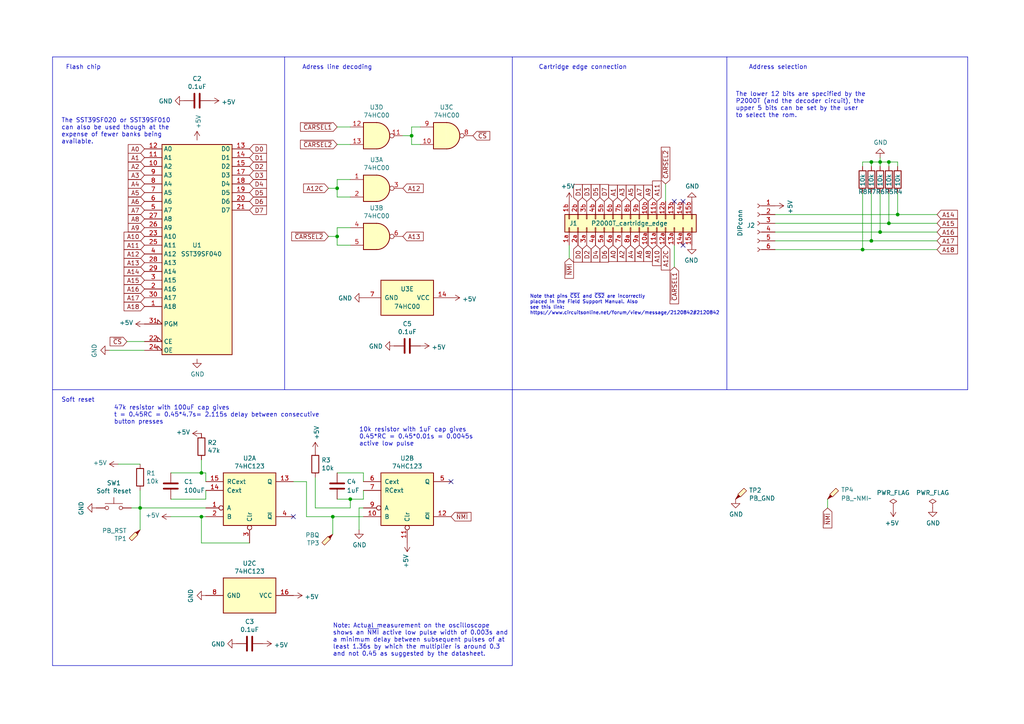
<source format=kicad_sch>
(kicad_sch
	(version 20231120)
	(generator "eeschema")
	(generator_version "8.0")
	(uuid "740cd481-e367-42b6-a158-24c759a7a91a")
	(paper "A4")
	(title_block
		(title "P2000T Multirom Cartridge")
		(date "2021-08-14")
		(rev "1")
	)
	(lib_symbols
		(symbol "74xx:74HC00"
			(pin_names
				(offset 1.016)
			)
			(exclude_from_sim no)
			(in_bom yes)
			(on_board yes)
			(property "Reference" "U"
				(at 0 1.27 0)
				(effects
					(font
						(size 1.27 1.27)
					)
				)
			)
			(property "Value" "74HC00"
				(at 0 -1.27 0)
				(effects
					(font
						(size 1.27 1.27)
					)
				)
			)
			(property "Footprint" ""
				(at 0 0 0)
				(effects
					(font
						(size 1.27 1.27)
					)
					(hide yes)
				)
			)
			(property "Datasheet" "http://www.ti.com/lit/gpn/sn74hc00"
				(at 0 0 0)
				(effects
					(font
						(size 1.27 1.27)
					)
					(hide yes)
				)
			)
			(property "Description" "quad 2-input NAND gate"
				(at 0 0 0)
				(effects
					(font
						(size 1.27 1.27)
					)
					(hide yes)
				)
			)
			(property "ki_locked" ""
				(at 0 0 0)
				(effects
					(font
						(size 1.27 1.27)
					)
				)
			)
			(property "ki_keywords" "HCMOS nand 2-input"
				(at 0 0 0)
				(effects
					(font
						(size 1.27 1.27)
					)
					(hide yes)
				)
			)
			(property "ki_fp_filters" "DIP*W7.62mm* SO14*"
				(at 0 0 0)
				(effects
					(font
						(size 1.27 1.27)
					)
					(hide yes)
				)
			)
			(symbol "74HC00_1_1"
				(arc
					(start 0 -3.81)
					(mid 3.7934 0)
					(end 0 3.81)
					(stroke
						(width 0.254)
						(type default)
					)
					(fill
						(type background)
					)
				)
				(polyline
					(pts
						(xy 0 3.81) (xy -3.81 3.81) (xy -3.81 -3.81) (xy 0 -3.81)
					)
					(stroke
						(width 0.254)
						(type default)
					)
					(fill
						(type background)
					)
				)
				(pin input line
					(at -7.62 2.54 0)
					(length 3.81)
					(name "~"
						(effects
							(font
								(size 1.27 1.27)
							)
						)
					)
					(number "1"
						(effects
							(font
								(size 1.27 1.27)
							)
						)
					)
				)
				(pin input line
					(at -7.62 -2.54 0)
					(length 3.81)
					(name "~"
						(effects
							(font
								(size 1.27 1.27)
							)
						)
					)
					(number "2"
						(effects
							(font
								(size 1.27 1.27)
							)
						)
					)
				)
				(pin output inverted
					(at 7.62 0 180)
					(length 3.81)
					(name "~"
						(effects
							(font
								(size 1.27 1.27)
							)
						)
					)
					(number "3"
						(effects
							(font
								(size 1.27 1.27)
							)
						)
					)
				)
			)
			(symbol "74HC00_1_2"
				(arc
					(start -3.81 -3.81)
					(mid -2.589 0)
					(end -3.81 3.81)
					(stroke
						(width 0.254)
						(type default)
					)
					(fill
						(type none)
					)
				)
				(arc
					(start -0.6096 -3.81)
					(mid 2.1842 -2.5851)
					(end 3.81 0)
					(stroke
						(width 0.254)
						(type default)
					)
					(fill
						(type background)
					)
				)
				(polyline
					(pts
						(xy -3.81 -3.81) (xy -0.635 -3.81)
					)
					(stroke
						(width 0.254)
						(type default)
					)
					(fill
						(type background)
					)
				)
				(polyline
					(pts
						(xy -3.81 3.81) (xy -0.635 3.81)
					)
					(stroke
						(width 0.254)
						(type default)
					)
					(fill
						(type background)
					)
				)
				(polyline
					(pts
						(xy -0.635 3.81) (xy -3.81 3.81) (xy -3.81 3.81) (xy -3.556 3.4036) (xy -3.0226 2.2606) (xy -2.6924 1.0414)
						(xy -2.6162 -0.254) (xy -2.7686 -1.4986) (xy -3.175 -2.7178) (xy -3.81 -3.81) (xy -3.81 -3.81)
						(xy -0.635 -3.81)
					)
					(stroke
						(width -25.4)
						(type default)
					)
					(fill
						(type background)
					)
				)
				(arc
					(start 3.81 0)
					(mid 2.1915 2.5936)
					(end -0.6096 3.81)
					(stroke
						(width 0.254)
						(type default)
					)
					(fill
						(type background)
					)
				)
				(pin input inverted
					(at -7.62 2.54 0)
					(length 4.318)
					(name "~"
						(effects
							(font
								(size 1.27 1.27)
							)
						)
					)
					(number "1"
						(effects
							(font
								(size 1.27 1.27)
							)
						)
					)
				)
				(pin input inverted
					(at -7.62 -2.54 0)
					(length 4.318)
					(name "~"
						(effects
							(font
								(size 1.27 1.27)
							)
						)
					)
					(number "2"
						(effects
							(font
								(size 1.27 1.27)
							)
						)
					)
				)
				(pin output line
					(at 7.62 0 180)
					(length 3.81)
					(name "~"
						(effects
							(font
								(size 1.27 1.27)
							)
						)
					)
					(number "3"
						(effects
							(font
								(size 1.27 1.27)
							)
						)
					)
				)
			)
			(symbol "74HC00_2_1"
				(arc
					(start 0 -3.81)
					(mid 3.7934 0)
					(end 0 3.81)
					(stroke
						(width 0.254)
						(type default)
					)
					(fill
						(type background)
					)
				)
				(polyline
					(pts
						(xy 0 3.81) (xy -3.81 3.81) (xy -3.81 -3.81) (xy 0 -3.81)
					)
					(stroke
						(width 0.254)
						(type default)
					)
					(fill
						(type background)
					)
				)
				(pin input line
					(at -7.62 2.54 0)
					(length 3.81)
					(name "~"
						(effects
							(font
								(size 1.27 1.27)
							)
						)
					)
					(number "4"
						(effects
							(font
								(size 1.27 1.27)
							)
						)
					)
				)
				(pin input line
					(at -7.62 -2.54 0)
					(length 3.81)
					(name "~"
						(effects
							(font
								(size 1.27 1.27)
							)
						)
					)
					(number "5"
						(effects
							(font
								(size 1.27 1.27)
							)
						)
					)
				)
				(pin output inverted
					(at 7.62 0 180)
					(length 3.81)
					(name "~"
						(effects
							(font
								(size 1.27 1.27)
							)
						)
					)
					(number "6"
						(effects
							(font
								(size 1.27 1.27)
							)
						)
					)
				)
			)
			(symbol "74HC00_2_2"
				(arc
					(start -3.81 -3.81)
					(mid -2.589 0)
					(end -3.81 3.81)
					(stroke
						(width 0.254)
						(type default)
					)
					(fill
						(type none)
					)
				)
				(arc
					(start -0.6096 -3.81)
					(mid 2.1842 -2.5851)
					(end 3.81 0)
					(stroke
						(width 0.254)
						(type default)
					)
					(fill
						(type background)
					)
				)
				(polyline
					(pts
						(xy -3.81 -3.81) (xy -0.635 -3.81)
					)
					(stroke
						(width 0.254)
						(type default)
					)
					(fill
						(type background)
					)
				)
				(polyline
					(pts
						(xy -3.81 3.81) (xy -0.635 3.81)
					)
					(stroke
						(width 0.254)
						(type default)
					)
					(fill
						(type background)
					)
				)
				(polyline
					(pts
						(xy -0.635 3.81) (xy -3.81 3.81) (xy -3.81 3.81) (xy -3.556 3.4036) (xy -3.0226 2.2606) (xy -2.6924 1.0414)
						(xy -2.6162 -0.254) (xy -2.7686 -1.4986) (xy -3.175 -2.7178) (xy -3.81 -3.81) (xy -3.81 -3.81)
						(xy -0.635 -3.81)
					)
					(stroke
						(width -25.4)
						(type default)
					)
					(fill
						(type background)
					)
				)
				(arc
					(start 3.81 0)
					(mid 2.1915 2.5936)
					(end -0.6096 3.81)
					(stroke
						(width 0.254)
						(type default)
					)
					(fill
						(type background)
					)
				)
				(pin input inverted
					(at -7.62 2.54 0)
					(length 4.318)
					(name "~"
						(effects
							(font
								(size 1.27 1.27)
							)
						)
					)
					(number "4"
						(effects
							(font
								(size 1.27 1.27)
							)
						)
					)
				)
				(pin input inverted
					(at -7.62 -2.54 0)
					(length 4.318)
					(name "~"
						(effects
							(font
								(size 1.27 1.27)
							)
						)
					)
					(number "5"
						(effects
							(font
								(size 1.27 1.27)
							)
						)
					)
				)
				(pin output line
					(at 7.62 0 180)
					(length 3.81)
					(name "~"
						(effects
							(font
								(size 1.27 1.27)
							)
						)
					)
					(number "6"
						(effects
							(font
								(size 1.27 1.27)
							)
						)
					)
				)
			)
			(symbol "74HC00_3_1"
				(arc
					(start 0 -3.81)
					(mid 3.7934 0)
					(end 0 3.81)
					(stroke
						(width 0.254)
						(type default)
					)
					(fill
						(type background)
					)
				)
				(polyline
					(pts
						(xy 0 3.81) (xy -3.81 3.81) (xy -3.81 -3.81) (xy 0 -3.81)
					)
					(stroke
						(width 0.254)
						(type default)
					)
					(fill
						(type background)
					)
				)
				(pin input line
					(at -7.62 -2.54 0)
					(length 3.81)
					(name "~"
						(effects
							(font
								(size 1.27 1.27)
							)
						)
					)
					(number "10"
						(effects
							(font
								(size 1.27 1.27)
							)
						)
					)
				)
				(pin output inverted
					(at 7.62 0 180)
					(length 3.81)
					(name "~"
						(effects
							(font
								(size 1.27 1.27)
							)
						)
					)
					(number "8"
						(effects
							(font
								(size 1.27 1.27)
							)
						)
					)
				)
				(pin input line
					(at -7.62 2.54 0)
					(length 3.81)
					(name "~"
						(effects
							(font
								(size 1.27 1.27)
							)
						)
					)
					(number "9"
						(effects
							(font
								(size 1.27 1.27)
							)
						)
					)
				)
			)
			(symbol "74HC00_3_2"
				(arc
					(start -3.81 -3.81)
					(mid -2.589 0)
					(end -3.81 3.81)
					(stroke
						(width 0.254)
						(type default)
					)
					(fill
						(type none)
					)
				)
				(arc
					(start -0.6096 -3.81)
					(mid 2.1842 -2.5851)
					(end 3.81 0)
					(stroke
						(width 0.254)
						(type default)
					)
					(fill
						(type background)
					)
				)
				(polyline
					(pts
						(xy -3.81 -3.81) (xy -0.635 -3.81)
					)
					(stroke
						(width 0.254)
						(type default)
					)
					(fill
						(type background)
					)
				)
				(polyline
					(pts
						(xy -3.81 3.81) (xy -0.635 3.81)
					)
					(stroke
						(width 0.254)
						(type default)
					)
					(fill
						(type background)
					)
				)
				(polyline
					(pts
						(xy -0.635 3.81) (xy -3.81 3.81) (xy -3.81 3.81) (xy -3.556 3.4036) (xy -3.0226 2.2606) (xy -2.6924 1.0414)
						(xy -2.6162 -0.254) (xy -2.7686 -1.4986) (xy -3.175 -2.7178) (xy -3.81 -3.81) (xy -3.81 -3.81)
						(xy -0.635 -3.81)
					)
					(stroke
						(width -25.4)
						(type default)
					)
					(fill
						(type background)
					)
				)
				(arc
					(start 3.81 0)
					(mid 2.1915 2.5936)
					(end -0.6096 3.81)
					(stroke
						(width 0.254)
						(type default)
					)
					(fill
						(type background)
					)
				)
				(pin input inverted
					(at -7.62 -2.54 0)
					(length 4.318)
					(name "~"
						(effects
							(font
								(size 1.27 1.27)
							)
						)
					)
					(number "10"
						(effects
							(font
								(size 1.27 1.27)
							)
						)
					)
				)
				(pin output line
					(at 7.62 0 180)
					(length 3.81)
					(name "~"
						(effects
							(font
								(size 1.27 1.27)
							)
						)
					)
					(number "8"
						(effects
							(font
								(size 1.27 1.27)
							)
						)
					)
				)
				(pin input inverted
					(at -7.62 2.54 0)
					(length 4.318)
					(name "~"
						(effects
							(font
								(size 1.27 1.27)
							)
						)
					)
					(number "9"
						(effects
							(font
								(size 1.27 1.27)
							)
						)
					)
				)
			)
			(symbol "74HC00_4_1"
				(arc
					(start 0 -3.81)
					(mid 3.7934 0)
					(end 0 3.81)
					(stroke
						(width 0.254)
						(type default)
					)
					(fill
						(type background)
					)
				)
				(polyline
					(pts
						(xy 0 3.81) (xy -3.81 3.81) (xy -3.81 -3.81) (xy 0 -3.81)
					)
					(stroke
						(width 0.254)
						(type default)
					)
					(fill
						(type background)
					)
				)
				(pin output inverted
					(at 7.62 0 180)
					(length 3.81)
					(name "~"
						(effects
							(font
								(size 1.27 1.27)
							)
						)
					)
					(number "11"
						(effects
							(font
								(size 1.27 1.27)
							)
						)
					)
				)
				(pin input line
					(at -7.62 2.54 0)
					(length 3.81)
					(name "~"
						(effects
							(font
								(size 1.27 1.27)
							)
						)
					)
					(number "12"
						(effects
							(font
								(size 1.27 1.27)
							)
						)
					)
				)
				(pin input line
					(at -7.62 -2.54 0)
					(length 3.81)
					(name "~"
						(effects
							(font
								(size 1.27 1.27)
							)
						)
					)
					(number "13"
						(effects
							(font
								(size 1.27 1.27)
							)
						)
					)
				)
			)
			(symbol "74HC00_4_2"
				(arc
					(start -3.81 -3.81)
					(mid -2.589 0)
					(end -3.81 3.81)
					(stroke
						(width 0.254)
						(type default)
					)
					(fill
						(type none)
					)
				)
				(arc
					(start -0.6096 -3.81)
					(mid 2.1842 -2.5851)
					(end 3.81 0)
					(stroke
						(width 0.254)
						(type default)
					)
					(fill
						(type background)
					)
				)
				(polyline
					(pts
						(xy -3.81 -3.81) (xy -0.635 -3.81)
					)
					(stroke
						(width 0.254)
						(type default)
					)
					(fill
						(type background)
					)
				)
				(polyline
					(pts
						(xy -3.81 3.81) (xy -0.635 3.81)
					)
					(stroke
						(width 0.254)
						(type default)
					)
					(fill
						(type background)
					)
				)
				(polyline
					(pts
						(xy -0.635 3.81) (xy -3.81 3.81) (xy -3.81 3.81) (xy -3.556 3.4036) (xy -3.0226 2.2606) (xy -2.6924 1.0414)
						(xy -2.6162 -0.254) (xy -2.7686 -1.4986) (xy -3.175 -2.7178) (xy -3.81 -3.81) (xy -3.81 -3.81)
						(xy -0.635 -3.81)
					)
					(stroke
						(width -25.4)
						(type default)
					)
					(fill
						(type background)
					)
				)
				(arc
					(start 3.81 0)
					(mid 2.1915 2.5936)
					(end -0.6096 3.81)
					(stroke
						(width 0.254)
						(type default)
					)
					(fill
						(type background)
					)
				)
				(pin output line
					(at 7.62 0 180)
					(length 3.81)
					(name "~"
						(effects
							(font
								(size 1.27 1.27)
							)
						)
					)
					(number "11"
						(effects
							(font
								(size 1.27 1.27)
							)
						)
					)
				)
				(pin input inverted
					(at -7.62 2.54 0)
					(length 4.318)
					(name "~"
						(effects
							(font
								(size 1.27 1.27)
							)
						)
					)
					(number "12"
						(effects
							(font
								(size 1.27 1.27)
							)
						)
					)
				)
				(pin input inverted
					(at -7.62 -2.54 0)
					(length 4.318)
					(name "~"
						(effects
							(font
								(size 1.27 1.27)
							)
						)
					)
					(number "13"
						(effects
							(font
								(size 1.27 1.27)
							)
						)
					)
				)
			)
			(symbol "74HC00_5_0"
				(pin power_in line
					(at 0 12.7 270)
					(length 5.08)
					(name "VCC"
						(effects
							(font
								(size 1.27 1.27)
							)
						)
					)
					(number "14"
						(effects
							(font
								(size 1.27 1.27)
							)
						)
					)
				)
				(pin power_in line
					(at 0 -12.7 90)
					(length 5.08)
					(name "GND"
						(effects
							(font
								(size 1.27 1.27)
							)
						)
					)
					(number "7"
						(effects
							(font
								(size 1.27 1.27)
							)
						)
					)
				)
			)
			(symbol "74HC00_5_1"
				(rectangle
					(start -5.08 7.62)
					(end 5.08 -7.62)
					(stroke
						(width 0.254)
						(type default)
					)
					(fill
						(type background)
					)
				)
			)
		)
		(symbol "Connector:Conn_01x06_Female"
			(pin_names
				(offset 1.016) hide)
			(exclude_from_sim no)
			(in_bom yes)
			(on_board yes)
			(property "Reference" "J"
				(at 0 7.62 0)
				(effects
					(font
						(size 1.27 1.27)
					)
				)
			)
			(property "Value" "Conn_01x06_Female"
				(at 0 -10.16 0)
				(effects
					(font
						(size 1.27 1.27)
					)
				)
			)
			(property "Footprint" ""
				(at 0 0 0)
				(effects
					(font
						(size 1.27 1.27)
					)
					(hide yes)
				)
			)
			(property "Datasheet" "~"
				(at 0 0 0)
				(effects
					(font
						(size 1.27 1.27)
					)
					(hide yes)
				)
			)
			(property "Description" "Generic connector, single row, 01x06, script generated (kicad-library-utils/schlib/autogen/connector/)"
				(at 0 0 0)
				(effects
					(font
						(size 1.27 1.27)
					)
					(hide yes)
				)
			)
			(property "ki_keywords" "connector"
				(at 0 0 0)
				(effects
					(font
						(size 1.27 1.27)
					)
					(hide yes)
				)
			)
			(property "ki_fp_filters" "Connector*:*_1x??_*"
				(at 0 0 0)
				(effects
					(font
						(size 1.27 1.27)
					)
					(hide yes)
				)
			)
			(symbol "Conn_01x06_Female_1_1"
				(arc
					(start 0 -7.112)
					(mid -0.5058 -7.62)
					(end 0 -8.128)
					(stroke
						(width 0.1524)
						(type default)
					)
					(fill
						(type none)
					)
				)
				(arc
					(start 0 -4.572)
					(mid -0.5058 -5.08)
					(end 0 -5.588)
					(stroke
						(width 0.1524)
						(type default)
					)
					(fill
						(type none)
					)
				)
				(arc
					(start 0 -2.032)
					(mid -0.5058 -2.54)
					(end 0 -3.048)
					(stroke
						(width 0.1524)
						(type default)
					)
					(fill
						(type none)
					)
				)
				(polyline
					(pts
						(xy -1.27 -7.62) (xy -0.508 -7.62)
					)
					(stroke
						(width 0.1524)
						(type default)
					)
					(fill
						(type none)
					)
				)
				(polyline
					(pts
						(xy -1.27 -5.08) (xy -0.508 -5.08)
					)
					(stroke
						(width 0.1524)
						(type default)
					)
					(fill
						(type none)
					)
				)
				(polyline
					(pts
						(xy -1.27 -2.54) (xy -0.508 -2.54)
					)
					(stroke
						(width 0.1524)
						(type default)
					)
					(fill
						(type none)
					)
				)
				(polyline
					(pts
						(xy -1.27 0) (xy -0.508 0)
					)
					(stroke
						(width 0.1524)
						(type default)
					)
					(fill
						(type none)
					)
				)
				(polyline
					(pts
						(xy -1.27 2.54) (xy -0.508 2.54)
					)
					(stroke
						(width 0.1524)
						(type default)
					)
					(fill
						(type none)
					)
				)
				(polyline
					(pts
						(xy -1.27 5.08) (xy -0.508 5.08)
					)
					(stroke
						(width 0.1524)
						(type default)
					)
					(fill
						(type none)
					)
				)
				(arc
					(start 0 0.508)
					(mid -0.5058 0)
					(end 0 -0.508)
					(stroke
						(width 0.1524)
						(type default)
					)
					(fill
						(type none)
					)
				)
				(arc
					(start 0 3.048)
					(mid -0.5058 2.54)
					(end 0 2.032)
					(stroke
						(width 0.1524)
						(type default)
					)
					(fill
						(type none)
					)
				)
				(arc
					(start 0 5.588)
					(mid -0.5058 5.08)
					(end 0 4.572)
					(stroke
						(width 0.1524)
						(type default)
					)
					(fill
						(type none)
					)
				)
				(pin passive line
					(at -5.08 5.08 0)
					(length 3.81)
					(name "Pin_1"
						(effects
							(font
								(size 1.27 1.27)
							)
						)
					)
					(number "1"
						(effects
							(font
								(size 1.27 1.27)
							)
						)
					)
				)
				(pin passive line
					(at -5.08 2.54 0)
					(length 3.81)
					(name "Pin_2"
						(effects
							(font
								(size 1.27 1.27)
							)
						)
					)
					(number "2"
						(effects
							(font
								(size 1.27 1.27)
							)
						)
					)
				)
				(pin passive line
					(at -5.08 0 0)
					(length 3.81)
					(name "Pin_3"
						(effects
							(font
								(size 1.27 1.27)
							)
						)
					)
					(number "3"
						(effects
							(font
								(size 1.27 1.27)
							)
						)
					)
				)
				(pin passive line
					(at -5.08 -2.54 0)
					(length 3.81)
					(name "Pin_4"
						(effects
							(font
								(size 1.27 1.27)
							)
						)
					)
					(number "4"
						(effects
							(font
								(size 1.27 1.27)
							)
						)
					)
				)
				(pin passive line
					(at -5.08 -5.08 0)
					(length 3.81)
					(name "Pin_5"
						(effects
							(font
								(size 1.27 1.27)
							)
						)
					)
					(number "5"
						(effects
							(font
								(size 1.27 1.27)
							)
						)
					)
				)
				(pin passive line
					(at -5.08 -7.62 0)
					(length 3.81)
					(name "Pin_6"
						(effects
							(font
								(size 1.27 1.27)
							)
						)
					)
					(number "6"
						(effects
							(font
								(size 1.27 1.27)
							)
						)
					)
				)
			)
		)
		(symbol "Connector:TestPoint_Probe"
			(pin_numbers hide)
			(pin_names
				(offset 0.762) hide)
			(exclude_from_sim no)
			(in_bom yes)
			(on_board yes)
			(property "Reference" "TP"
				(at 1.651 5.842 0)
				(effects
					(font
						(size 1.27 1.27)
					)
				)
			)
			(property "Value" "TestPoint_Probe"
				(at 1.651 4.064 0)
				(effects
					(font
						(size 1.27 1.27)
					)
				)
			)
			(property "Footprint" ""
				(at 5.08 0 0)
				(effects
					(font
						(size 1.27 1.27)
					)
					(hide yes)
				)
			)
			(property "Datasheet" "~"
				(at 5.08 0 0)
				(effects
					(font
						(size 1.27 1.27)
					)
					(hide yes)
				)
			)
			(property "Description" "test point (alternative probe-style design)"
				(at 0 0 0)
				(effects
					(font
						(size 1.27 1.27)
					)
					(hide yes)
				)
			)
			(property "ki_keywords" "test point tp"
				(at 0 0 0)
				(effects
					(font
						(size 1.27 1.27)
					)
					(hide yes)
				)
			)
			(property "ki_fp_filters" "Pin* Test*"
				(at 0 0 0)
				(effects
					(font
						(size 1.27 1.27)
					)
					(hide yes)
				)
			)
			(symbol "TestPoint_Probe_0_1"
				(polyline
					(pts
						(xy 1.27 0.762) (xy 0 0) (xy 0.762 1.27) (xy 1.27 0.762)
					)
					(stroke
						(width 0)
						(type default)
					)
					(fill
						(type outline)
					)
				)
				(polyline
					(pts
						(xy 1.397 0.635) (xy 0.635 1.397) (xy 2.413 3.175) (xy 3.175 2.413) (xy 1.397 0.635)
					)
					(stroke
						(width 0)
						(type default)
					)
					(fill
						(type background)
					)
				)
			)
			(symbol "TestPoint_Probe_1_1"
				(pin passive line
					(at 0 0 90)
					(length 0)
					(name "1"
						(effects
							(font
								(size 1.27 1.27)
							)
						)
					)
					(number "1"
						(effects
							(font
								(size 1.27 1.27)
							)
						)
					)
				)
			)
		)
		(symbol "Connector_Generic:Conn_02x15_Row_Letter_Last"
			(pin_names
				(offset 1.016) hide)
			(exclude_from_sim no)
			(in_bom yes)
			(on_board yes)
			(property "Reference" "J"
				(at 1.27 20.32 0)
				(effects
					(font
						(size 1.27 1.27)
					)
				)
			)
			(property "Value" "Conn_02x15_Row_Letter_Last"
				(at 1.27 -20.32 0)
				(effects
					(font
						(size 1.27 1.27)
					)
				)
			)
			(property "Footprint" ""
				(at 0 0 0)
				(effects
					(font
						(size 1.27 1.27)
					)
					(hide yes)
				)
			)
			(property "Datasheet" "~"
				(at 0 0 0)
				(effects
					(font
						(size 1.27 1.27)
					)
					(hide yes)
				)
			)
			(property "Description" "Generic connector, double row, 02x15, row letter last pin numbering scheme (pin number consists of a letter for the row and a number for the pin index in this row. 1a, ..., Na; 1b, ..., Nb)), script generated (kicad-library-utils/schlib/autogen/connector/)"
				(at 0 0 0)
				(effects
					(font
						(size 1.27 1.27)
					)
					(hide yes)
				)
			)
			(property "ki_keywords" "connector"
				(at 0 0 0)
				(effects
					(font
						(size 1.27 1.27)
					)
					(hide yes)
				)
			)
			(property "ki_fp_filters" "Connector*:*_2x??_*"
				(at 0 0 0)
				(effects
					(font
						(size 1.27 1.27)
					)
					(hide yes)
				)
			)
			(symbol "Conn_02x15_Row_Letter_Last_1_1"
				(rectangle
					(start -1.27 -17.653)
					(end 0 -17.907)
					(stroke
						(width 0.1524)
						(type default)
					)
					(fill
						(type none)
					)
				)
				(rectangle
					(start -1.27 -15.113)
					(end 0 -15.367)
					(stroke
						(width 0.1524)
						(type default)
					)
					(fill
						(type none)
					)
				)
				(rectangle
					(start -1.27 -12.573)
					(end 0 -12.827)
					(stroke
						(width 0.1524)
						(type default)
					)
					(fill
						(type none)
					)
				)
				(rectangle
					(start -1.27 -10.033)
					(end 0 -10.287)
					(stroke
						(width 0.1524)
						(type default)
					)
					(fill
						(type none)
					)
				)
				(rectangle
					(start -1.27 -7.493)
					(end 0 -7.747)
					(stroke
						(width 0.1524)
						(type default)
					)
					(fill
						(type none)
					)
				)
				(rectangle
					(start -1.27 -4.953)
					(end 0 -5.207)
					(stroke
						(width 0.1524)
						(type default)
					)
					(fill
						(type none)
					)
				)
				(rectangle
					(start -1.27 -2.413)
					(end 0 -2.667)
					(stroke
						(width 0.1524)
						(type default)
					)
					(fill
						(type none)
					)
				)
				(rectangle
					(start -1.27 0.127)
					(end 0 -0.127)
					(stroke
						(width 0.1524)
						(type default)
					)
					(fill
						(type none)
					)
				)
				(rectangle
					(start -1.27 2.667)
					(end 0 2.413)
					(stroke
						(width 0.1524)
						(type default)
					)
					(fill
						(type none)
					)
				)
				(rectangle
					(start -1.27 5.207)
					(end 0 4.953)
					(stroke
						(width 0.1524)
						(type default)
					)
					(fill
						(type none)
					)
				)
				(rectangle
					(start -1.27 7.747)
					(end 0 7.493)
					(stroke
						(width 0.1524)
						(type default)
					)
					(fill
						(type none)
					)
				)
				(rectangle
					(start -1.27 10.287)
					(end 0 10.033)
					(stroke
						(width 0.1524)
						(type default)
					)
					(fill
						(type none)
					)
				)
				(rectangle
					(start -1.27 12.827)
					(end 0 12.573)
					(stroke
						(width 0.1524)
						(type default)
					)
					(fill
						(type none)
					)
				)
				(rectangle
					(start -1.27 15.367)
					(end 0 15.113)
					(stroke
						(width 0.1524)
						(type default)
					)
					(fill
						(type none)
					)
				)
				(rectangle
					(start -1.27 17.907)
					(end 0 17.653)
					(stroke
						(width 0.1524)
						(type default)
					)
					(fill
						(type none)
					)
				)
				(rectangle
					(start -1.27 19.05)
					(end 3.81 -19.05)
					(stroke
						(width 0.254)
						(type default)
					)
					(fill
						(type background)
					)
				)
				(rectangle
					(start 3.81 -17.653)
					(end 2.54 -17.907)
					(stroke
						(width 0.1524)
						(type default)
					)
					(fill
						(type none)
					)
				)
				(rectangle
					(start 3.81 -15.113)
					(end 2.54 -15.367)
					(stroke
						(width 0.1524)
						(type default)
					)
					(fill
						(type none)
					)
				)
				(rectangle
					(start 3.81 -12.573)
					(end 2.54 -12.827)
					(stroke
						(width 0.1524)
						(type default)
					)
					(fill
						(type none)
					)
				)
				(rectangle
					(start 3.81 -10.033)
					(end 2.54 -10.287)
					(stroke
						(width 0.1524)
						(type default)
					)
					(fill
						(type none)
					)
				)
				(rectangle
					(start 3.81 -7.493)
					(end 2.54 -7.747)
					(stroke
						(width 0.1524)
						(type default)
					)
					(fill
						(type none)
					)
				)
				(rectangle
					(start 3.81 -4.953)
					(end 2.54 -5.207)
					(stroke
						(width 0.1524)
						(type default)
					)
					(fill
						(type none)
					)
				)
				(rectangle
					(start 3.81 -2.413)
					(end 2.54 -2.667)
					(stroke
						(width 0.1524)
						(type default)
					)
					(fill
						(type none)
					)
				)
				(rectangle
					(start 3.81 0.127)
					(end 2.54 -0.127)
					(stroke
						(width 0.1524)
						(type default)
					)
					(fill
						(type none)
					)
				)
				(rectangle
					(start 3.81 2.667)
					(end 2.54 2.413)
					(stroke
						(width 0.1524)
						(type default)
					)
					(fill
						(type none)
					)
				)
				(rectangle
					(start 3.81 5.207)
					(end 2.54 4.953)
					(stroke
						(width 0.1524)
						(type default)
					)
					(fill
						(type none)
					)
				)
				(rectangle
					(start 3.81 7.747)
					(end 2.54 7.493)
					(stroke
						(width 0.1524)
						(type default)
					)
					(fill
						(type none)
					)
				)
				(rectangle
					(start 3.81 10.287)
					(end 2.54 10.033)
					(stroke
						(width 0.1524)
						(type default)
					)
					(fill
						(type none)
					)
				)
				(rectangle
					(start 3.81 12.827)
					(end 2.54 12.573)
					(stroke
						(width 0.1524)
						(type default)
					)
					(fill
						(type none)
					)
				)
				(rectangle
					(start 3.81 15.367)
					(end 2.54 15.113)
					(stroke
						(width 0.1524)
						(type default)
					)
					(fill
						(type none)
					)
				)
				(rectangle
					(start 3.81 17.907)
					(end 2.54 17.653)
					(stroke
						(width 0.1524)
						(type default)
					)
					(fill
						(type none)
					)
				)
				(pin passive line
					(at -5.08 -5.08 0)
					(length 3.81)
					(name "Pin_10a"
						(effects
							(font
								(size 1.27 1.27)
							)
						)
					)
					(number "10a"
						(effects
							(font
								(size 1.27 1.27)
							)
						)
					)
				)
				(pin passive line
					(at 7.62 -5.08 180)
					(length 3.81)
					(name "Pin_10b"
						(effects
							(font
								(size 1.27 1.27)
							)
						)
					)
					(number "10b"
						(effects
							(font
								(size 1.27 1.27)
							)
						)
					)
				)
				(pin passive line
					(at -5.08 -7.62 0)
					(length 3.81)
					(name "Pin_11a"
						(effects
							(font
								(size 1.27 1.27)
							)
						)
					)
					(number "11a"
						(effects
							(font
								(size 1.27 1.27)
							)
						)
					)
				)
				(pin passive line
					(at 7.62 -7.62 180)
					(length 3.81)
					(name "Pin_11b"
						(effects
							(font
								(size 1.27 1.27)
							)
						)
					)
					(number "11b"
						(effects
							(font
								(size 1.27 1.27)
							)
						)
					)
				)
				(pin passive line
					(at -5.08 -10.16 0)
					(length 3.81)
					(name "Pin_12a"
						(effects
							(font
								(size 1.27 1.27)
							)
						)
					)
					(number "12a"
						(effects
							(font
								(size 1.27 1.27)
							)
						)
					)
				)
				(pin passive line
					(at 7.62 -10.16 180)
					(length 3.81)
					(name "Pin_12b"
						(effects
							(font
								(size 1.27 1.27)
							)
						)
					)
					(number "12b"
						(effects
							(font
								(size 1.27 1.27)
							)
						)
					)
				)
				(pin passive line
					(at -5.08 -12.7 0)
					(length 3.81)
					(name "Pin_13a"
						(effects
							(font
								(size 1.27 1.27)
							)
						)
					)
					(number "13a"
						(effects
							(font
								(size 1.27 1.27)
							)
						)
					)
				)
				(pin passive line
					(at 7.62 -12.7 180)
					(length 3.81)
					(name "Pin_13b"
						(effects
							(font
								(size 1.27 1.27)
							)
						)
					)
					(number "13b"
						(effects
							(font
								(size 1.27 1.27)
							)
						)
					)
				)
				(pin passive line
					(at -5.08 -15.24 0)
					(length 3.81)
					(name "Pin_14a"
						(effects
							(font
								(size 1.27 1.27)
							)
						)
					)
					(number "14a"
						(effects
							(font
								(size 1.27 1.27)
							)
						)
					)
				)
				(pin passive line
					(at 7.62 -15.24 180)
					(length 3.81)
					(name "Pin_14b"
						(effects
							(font
								(size 1.27 1.27)
							)
						)
					)
					(number "14b"
						(effects
							(font
								(size 1.27 1.27)
							)
						)
					)
				)
				(pin passive line
					(at -5.08 -17.78 0)
					(length 3.81)
					(name "Pin_15a"
						(effects
							(font
								(size 1.27 1.27)
							)
						)
					)
					(number "15a"
						(effects
							(font
								(size 1.27 1.27)
							)
						)
					)
				)
				(pin passive line
					(at 7.62 -17.78 180)
					(length 3.81)
					(name "Pin_15b"
						(effects
							(font
								(size 1.27 1.27)
							)
						)
					)
					(number "15b"
						(effects
							(font
								(size 1.27 1.27)
							)
						)
					)
				)
				(pin passive line
					(at -5.08 17.78 0)
					(length 3.81)
					(name "Pin_1a"
						(effects
							(font
								(size 1.27 1.27)
							)
						)
					)
					(number "1a"
						(effects
							(font
								(size 1.27 1.27)
							)
						)
					)
				)
				(pin passive line
					(at 7.62 17.78 180)
					(length 3.81)
					(name "Pin_1b"
						(effects
							(font
								(size 1.27 1.27)
							)
						)
					)
					(number "1b"
						(effects
							(font
								(size 1.27 1.27)
							)
						)
					)
				)
				(pin passive line
					(at -5.08 15.24 0)
					(length 3.81)
					(name "Pin_2a"
						(effects
							(font
								(size 1.27 1.27)
							)
						)
					)
					(number "2a"
						(effects
							(font
								(size 1.27 1.27)
							)
						)
					)
				)
				(pin passive line
					(at 7.62 15.24 180)
					(length 3.81)
					(name "Pin_2b"
						(effects
							(font
								(size 1.27 1.27)
							)
						)
					)
					(number "2b"
						(effects
							(font
								(size 1.27 1.27)
							)
						)
					)
				)
				(pin passive line
					(at -5.08 12.7 0)
					(length 3.81)
					(name "Pin_3a"
						(effects
							(font
								(size 1.27 1.27)
							)
						)
					)
					(number "3a"
						(effects
							(font
								(size 1.27 1.27)
							)
						)
					)
				)
				(pin passive line
					(at 7.62 12.7 180)
					(length 3.81)
					(name "Pin_3b"
						(effects
							(font
								(size 1.27 1.27)
							)
						)
					)
					(number "3b"
						(effects
							(font
								(size 1.27 1.27)
							)
						)
					)
				)
				(pin passive line
					(at -5.08 10.16 0)
					(length 3.81)
					(name "Pin_4a"
						(effects
							(font
								(size 1.27 1.27)
							)
						)
					)
					(number "4a"
						(effects
							(font
								(size 1.27 1.27)
							)
						)
					)
				)
				(pin passive line
					(at 7.62 10.16 180)
					(length 3.81)
					(name "Pin_4b"
						(effects
							(font
								(size 1.27 1.27)
							)
						)
					)
					(number "4b"
						(effects
							(font
								(size 1.27 1.27)
							)
						)
					)
				)
				(pin passive line
					(at -5.08 7.62 0)
					(length 3.81)
					(name "Pin_5a"
						(effects
							(font
								(size 1.27 1.27)
							)
						)
					)
					(number "5a"
						(effects
							(font
								(size 1.27 1.27)
							)
						)
					)
				)
				(pin passive line
					(at 7.62 7.62 180)
					(length 3.81)
					(name "Pin_5b"
						(effects
							(font
								(size 1.27 1.27)
							)
						)
					)
					(number "5b"
						(effects
							(font
								(size 1.27 1.27)
							)
						)
					)
				)
				(pin passive line
					(at -5.08 5.08 0)
					(length 3.81)
					(name "Pin_6a"
						(effects
							(font
								(size 1.27 1.27)
							)
						)
					)
					(number "6a"
						(effects
							(font
								(size 1.27 1.27)
							)
						)
					)
				)
				(pin passive line
					(at 7.62 5.08 180)
					(length 3.81)
					(name "Pin_6b"
						(effects
							(font
								(size 1.27 1.27)
							)
						)
					)
					(number "6b"
						(effects
							(font
								(size 1.27 1.27)
							)
						)
					)
				)
				(pin passive line
					(at -5.08 2.54 0)
					(length 3.81)
					(name "Pin_7a"
						(effects
							(font
								(size 1.27 1.27)
							)
						)
					)
					(number "7a"
						(effects
							(font
								(size 1.27 1.27)
							)
						)
					)
				)
				(pin passive line
					(at 7.62 2.54 180)
					(length 3.81)
					(name "Pin_7b"
						(effects
							(font
								(size 1.27 1.27)
							)
						)
					)
					(number "7b"
						(effects
							(font
								(size 1.27 1.27)
							)
						)
					)
				)
				(pin passive line
					(at -5.08 0 0)
					(length 3.81)
					(name "Pin_8a"
						(effects
							(font
								(size 1.27 1.27)
							)
						)
					)
					(number "8a"
						(effects
							(font
								(size 1.27 1.27)
							)
						)
					)
				)
				(pin passive line
					(at 7.62 0 180)
					(length 3.81)
					(name "Pin_8b"
						(effects
							(font
								(size 1.27 1.27)
							)
						)
					)
					(number "8b"
						(effects
							(font
								(size 1.27 1.27)
							)
						)
					)
				)
				(pin passive line
					(at -5.08 -2.54 0)
					(length 3.81)
					(name "Pin_9a"
						(effects
							(font
								(size 1.27 1.27)
							)
						)
					)
					(number "9a"
						(effects
							(font
								(size 1.27 1.27)
							)
						)
					)
				)
				(pin passive line
					(at 7.62 -2.54 180)
					(length 3.81)
					(name "Pin_9b"
						(effects
							(font
								(size 1.27 1.27)
							)
						)
					)
					(number "9b"
						(effects
							(font
								(size 1.27 1.27)
							)
						)
					)
				)
			)
		)
		(symbol "Device:C"
			(pin_numbers hide)
			(pin_names
				(offset 0.254)
			)
			(exclude_from_sim no)
			(in_bom yes)
			(on_board yes)
			(property "Reference" "C"
				(at 0.635 2.54 0)
				(effects
					(font
						(size 1.27 1.27)
					)
					(justify left)
				)
			)
			(property "Value" "C"
				(at 0.635 -2.54 0)
				(effects
					(font
						(size 1.27 1.27)
					)
					(justify left)
				)
			)
			(property "Footprint" ""
				(at 0.9652 -3.81 0)
				(effects
					(font
						(size 1.27 1.27)
					)
					(hide yes)
				)
			)
			(property "Datasheet" "~"
				(at 0 0 0)
				(effects
					(font
						(size 1.27 1.27)
					)
					(hide yes)
				)
			)
			(property "Description" "Unpolarized capacitor"
				(at 0 0 0)
				(effects
					(font
						(size 1.27 1.27)
					)
					(hide yes)
				)
			)
			(property "ki_keywords" "cap capacitor"
				(at 0 0 0)
				(effects
					(font
						(size 1.27 1.27)
					)
					(hide yes)
				)
			)
			(property "ki_fp_filters" "C_*"
				(at 0 0 0)
				(effects
					(font
						(size 1.27 1.27)
					)
					(hide yes)
				)
			)
			(symbol "C_0_1"
				(polyline
					(pts
						(xy -2.032 -0.762) (xy 2.032 -0.762)
					)
					(stroke
						(width 0.508)
						(type default)
					)
					(fill
						(type none)
					)
				)
				(polyline
					(pts
						(xy -2.032 0.762) (xy 2.032 0.762)
					)
					(stroke
						(width 0.508)
						(type default)
					)
					(fill
						(type none)
					)
				)
			)
			(symbol "C_1_1"
				(pin passive line
					(at 0 3.81 270)
					(length 2.794)
					(name "~"
						(effects
							(font
								(size 1.27 1.27)
							)
						)
					)
					(number "1"
						(effects
							(font
								(size 1.27 1.27)
							)
						)
					)
				)
				(pin passive line
					(at 0 -3.81 90)
					(length 2.794)
					(name "~"
						(effects
							(font
								(size 1.27 1.27)
							)
						)
					)
					(number "2"
						(effects
							(font
								(size 1.27 1.27)
							)
						)
					)
				)
			)
		)
		(symbol "Device:R"
			(pin_numbers hide)
			(pin_names
				(offset 0)
			)
			(exclude_from_sim no)
			(in_bom yes)
			(on_board yes)
			(property "Reference" "R"
				(at 2.032 0 90)
				(effects
					(font
						(size 1.27 1.27)
					)
				)
			)
			(property "Value" "R"
				(at 0 0 90)
				(effects
					(font
						(size 1.27 1.27)
					)
				)
			)
			(property "Footprint" ""
				(at -1.778 0 90)
				(effects
					(font
						(size 1.27 1.27)
					)
					(hide yes)
				)
			)
			(property "Datasheet" "~"
				(at 0 0 0)
				(effects
					(font
						(size 1.27 1.27)
					)
					(hide yes)
				)
			)
			(property "Description" "Resistor"
				(at 0 0 0)
				(effects
					(font
						(size 1.27 1.27)
					)
					(hide yes)
				)
			)
			(property "ki_keywords" "R res resistor"
				(at 0 0 0)
				(effects
					(font
						(size 1.27 1.27)
					)
					(hide yes)
				)
			)
			(property "ki_fp_filters" "R_*"
				(at 0 0 0)
				(effects
					(font
						(size 1.27 1.27)
					)
					(hide yes)
				)
			)
			(symbol "R_0_1"
				(rectangle
					(start -1.016 -2.54)
					(end 1.016 2.54)
					(stroke
						(width 0.254)
						(type default)
					)
					(fill
						(type none)
					)
				)
			)
			(symbol "R_1_1"
				(pin passive line
					(at 0 3.81 270)
					(length 1.27)
					(name "~"
						(effects
							(font
								(size 1.27 1.27)
							)
						)
					)
					(number "1"
						(effects
							(font
								(size 1.27 1.27)
							)
						)
					)
				)
				(pin passive line
					(at 0 -3.81 90)
					(length 1.27)
					(name "~"
						(effects
							(font
								(size 1.27 1.27)
							)
						)
					)
					(number "2"
						(effects
							(font
								(size 1.27 1.27)
							)
						)
					)
				)
			)
		)
		(symbol "Memory_Flash:SST39SF040"
			(exclude_from_sim no)
			(in_bom yes)
			(on_board yes)
			(property "Reference" "U"
				(at 2.54 33.02 0)
				(effects
					(font
						(size 1.27 1.27)
					)
				)
			)
			(property "Value" "SST39SF040"
				(at 0 -30.48 0)
				(effects
					(font
						(size 1.27 1.27)
					)
				)
			)
			(property "Footprint" ""
				(at 0 7.62 0)
				(effects
					(font
						(size 1.27 1.27)
					)
					(hide yes)
				)
			)
			(property "Datasheet" "http://ww1.microchip.com/downloads/en/DeviceDoc/25022B.pdf"
				(at 0 7.62 0)
				(effects
					(font
						(size 1.27 1.27)
					)
					(hide yes)
				)
			)
			(property "Description" "Silicon Storage Technology (SSF) 512k x 8 Flash ROM"
				(at 0 0 0)
				(effects
					(font
						(size 1.27 1.27)
					)
					(hide yes)
				)
			)
			(property "ki_keywords" "512k flash rom"
				(at 0 0 0)
				(effects
					(font
						(size 1.27 1.27)
					)
					(hide yes)
				)
			)
			(symbol "SST39SF040_0_0"
				(pin power_in line
					(at 0 -30.48 90)
					(length 1.27) hide
					(name "GND"
						(effects
							(font
								(size 1.27 1.27)
							)
						)
					)
					(number "16"
						(effects
							(font
								(size 1.27 1.27)
							)
						)
					)
				)
				(pin power_in line
					(at 0 33.02 270)
					(length 1.27) hide
					(name "VCC"
						(effects
							(font
								(size 1.27 1.27)
							)
						)
					)
					(number "32"
						(effects
							(font
								(size 1.27 1.27)
							)
						)
					)
				)
			)
			(symbol "SST39SF040_0_1"
				(rectangle
					(start -10.16 31.75)
					(end 10.16 -29.21)
					(stroke
						(width 0.254)
						(type default)
					)
					(fill
						(type background)
					)
				)
			)
			(symbol "SST39SF040_1_1"
				(pin input line
					(at -15.24 -15.24 0)
					(length 5.08)
					(name "A18"
						(effects
							(font
								(size 1.27 1.27)
							)
						)
					)
					(number "1"
						(effects
							(font
								(size 1.27 1.27)
							)
						)
					)
				)
				(pin input line
					(at -15.24 25.4 0)
					(length 5.08)
					(name "A2"
						(effects
							(font
								(size 1.27 1.27)
							)
						)
					)
					(number "10"
						(effects
							(font
								(size 1.27 1.27)
							)
						)
					)
				)
				(pin input line
					(at -15.24 27.94 0)
					(length 5.08)
					(name "A1"
						(effects
							(font
								(size 1.27 1.27)
							)
						)
					)
					(number "11"
						(effects
							(font
								(size 1.27 1.27)
							)
						)
					)
				)
				(pin input line
					(at -15.24 30.48 0)
					(length 5.08)
					(name "A0"
						(effects
							(font
								(size 1.27 1.27)
							)
						)
					)
					(number "12"
						(effects
							(font
								(size 1.27 1.27)
							)
						)
					)
				)
				(pin tri_state line
					(at 15.24 30.48 180)
					(length 5.08)
					(name "D0"
						(effects
							(font
								(size 1.27 1.27)
							)
						)
					)
					(number "13"
						(effects
							(font
								(size 1.27 1.27)
							)
						)
					)
				)
				(pin tri_state line
					(at 15.24 27.94 180)
					(length 5.08)
					(name "D1"
						(effects
							(font
								(size 1.27 1.27)
							)
						)
					)
					(number "14"
						(effects
							(font
								(size 1.27 1.27)
							)
						)
					)
				)
				(pin tri_state line
					(at 15.24 25.4 180)
					(length 5.08)
					(name "D2"
						(effects
							(font
								(size 1.27 1.27)
							)
						)
					)
					(number "15"
						(effects
							(font
								(size 1.27 1.27)
							)
						)
					)
				)
				(pin tri_state line
					(at 15.24 22.86 180)
					(length 5.08)
					(name "D3"
						(effects
							(font
								(size 1.27 1.27)
							)
						)
					)
					(number "17"
						(effects
							(font
								(size 1.27 1.27)
							)
						)
					)
				)
				(pin tri_state line
					(at 15.24 20.32 180)
					(length 5.08)
					(name "D4"
						(effects
							(font
								(size 1.27 1.27)
							)
						)
					)
					(number "18"
						(effects
							(font
								(size 1.27 1.27)
							)
						)
					)
				)
				(pin tri_state line
					(at 15.24 17.78 180)
					(length 5.08)
					(name "D5"
						(effects
							(font
								(size 1.27 1.27)
							)
						)
					)
					(number "19"
						(effects
							(font
								(size 1.27 1.27)
							)
						)
					)
				)
				(pin input line
					(at -15.24 -10.16 0)
					(length 5.08)
					(name "A16"
						(effects
							(font
								(size 1.27 1.27)
							)
						)
					)
					(number "2"
						(effects
							(font
								(size 1.27 1.27)
							)
						)
					)
				)
				(pin tri_state line
					(at 15.24 15.24 180)
					(length 5.08)
					(name "D6"
						(effects
							(font
								(size 1.27 1.27)
							)
						)
					)
					(number "20"
						(effects
							(font
								(size 1.27 1.27)
							)
						)
					)
				)
				(pin tri_state line
					(at 15.24 12.7 180)
					(length 5.08)
					(name "D7"
						(effects
							(font
								(size 1.27 1.27)
							)
						)
					)
					(number "21"
						(effects
							(font
								(size 1.27 1.27)
							)
						)
					)
				)
				(pin input input_low
					(at -15.24 -25.4 0)
					(length 5.08)
					(name "CE"
						(effects
							(font
								(size 1.27 1.27)
							)
						)
					)
					(number "22"
						(effects
							(font
								(size 1.27 1.27)
							)
						)
					)
				)
				(pin input line
					(at -15.24 5.08 0)
					(length 5.08)
					(name "A10"
						(effects
							(font
								(size 1.27 1.27)
							)
						)
					)
					(number "23"
						(effects
							(font
								(size 1.27 1.27)
							)
						)
					)
				)
				(pin input input_low
					(at -15.24 -27.94 0)
					(length 5.08)
					(name "OE"
						(effects
							(font
								(size 1.27 1.27)
							)
						)
					)
					(number "24"
						(effects
							(font
								(size 1.27 1.27)
							)
						)
					)
				)
				(pin input line
					(at -15.24 2.54 0)
					(length 5.08)
					(name "A11"
						(effects
							(font
								(size 1.27 1.27)
							)
						)
					)
					(number "25"
						(effects
							(font
								(size 1.27 1.27)
							)
						)
					)
				)
				(pin input line
					(at -15.24 7.62 0)
					(length 5.08)
					(name "A9"
						(effects
							(font
								(size 1.27 1.27)
							)
						)
					)
					(number "26"
						(effects
							(font
								(size 1.27 1.27)
							)
						)
					)
				)
				(pin input line
					(at -15.24 10.16 0)
					(length 5.08)
					(name "A8"
						(effects
							(font
								(size 1.27 1.27)
							)
						)
					)
					(number "27"
						(effects
							(font
								(size 1.27 1.27)
							)
						)
					)
				)
				(pin input line
					(at -15.24 -2.54 0)
					(length 5.08)
					(name "A13"
						(effects
							(font
								(size 1.27 1.27)
							)
						)
					)
					(number "28"
						(effects
							(font
								(size 1.27 1.27)
							)
						)
					)
				)
				(pin input line
					(at -15.24 -5.08 0)
					(length 5.08)
					(name "A14"
						(effects
							(font
								(size 1.27 1.27)
							)
						)
					)
					(number "29"
						(effects
							(font
								(size 1.27 1.27)
							)
						)
					)
				)
				(pin input line
					(at -15.24 -7.62 0)
					(length 5.08)
					(name "A15"
						(effects
							(font
								(size 1.27 1.27)
							)
						)
					)
					(number "3"
						(effects
							(font
								(size 1.27 1.27)
							)
						)
					)
				)
				(pin input line
					(at -15.24 -12.7 0)
					(length 5.08)
					(name "A17"
						(effects
							(font
								(size 1.27 1.27)
							)
						)
					)
					(number "30"
						(effects
							(font
								(size 1.27 1.27)
							)
						)
					)
				)
				(pin input input_low
					(at -15.24 -20.32 0)
					(length 5.08)
					(name "PGM"
						(effects
							(font
								(size 1.27 1.27)
							)
						)
					)
					(number "31"
						(effects
							(font
								(size 1.27 1.27)
							)
						)
					)
				)
				(pin input line
					(at -15.24 0 0)
					(length 5.08)
					(name "A12"
						(effects
							(font
								(size 1.27 1.27)
							)
						)
					)
					(number "4"
						(effects
							(font
								(size 1.27 1.27)
							)
						)
					)
				)
				(pin input line
					(at -15.24 12.7 0)
					(length 5.08)
					(name "A7"
						(effects
							(font
								(size 1.27 1.27)
							)
						)
					)
					(number "5"
						(effects
							(font
								(size 1.27 1.27)
							)
						)
					)
				)
				(pin input line
					(at -15.24 15.24 0)
					(length 5.08)
					(name "A6"
						(effects
							(font
								(size 1.27 1.27)
							)
						)
					)
					(number "6"
						(effects
							(font
								(size 1.27 1.27)
							)
						)
					)
				)
				(pin input line
					(at -15.24 17.78 0)
					(length 5.08)
					(name "A5"
						(effects
							(font
								(size 1.27 1.27)
							)
						)
					)
					(number "7"
						(effects
							(font
								(size 1.27 1.27)
							)
						)
					)
				)
				(pin input line
					(at -15.24 20.32 0)
					(length 5.08)
					(name "A4"
						(effects
							(font
								(size 1.27 1.27)
							)
						)
					)
					(number "8"
						(effects
							(font
								(size 1.27 1.27)
							)
						)
					)
				)
				(pin input line
					(at -15.24 22.86 0)
					(length 5.08)
					(name "A3"
						(effects
							(font
								(size 1.27 1.27)
							)
						)
					)
					(number "9"
						(effects
							(font
								(size 1.27 1.27)
							)
						)
					)
				)
			)
		)
		(symbol "Switch:SW_Push"
			(pin_numbers hide)
			(pin_names
				(offset 1.016) hide)
			(exclude_from_sim no)
			(in_bom yes)
			(on_board yes)
			(property "Reference" "SW"
				(at 1.27 2.54 0)
				(effects
					(font
						(size 1.27 1.27)
					)
					(justify left)
				)
			)
			(property "Value" "SW_Push"
				(at 0 -1.524 0)
				(effects
					(font
						(size 1.27 1.27)
					)
				)
			)
			(property "Footprint" ""
				(at 0 5.08 0)
				(effects
					(font
						(size 1.27 1.27)
					)
					(hide yes)
				)
			)
			(property "Datasheet" "~"
				(at 0 5.08 0)
				(effects
					(font
						(size 1.27 1.27)
					)
					(hide yes)
				)
			)
			(property "Description" "Push button switch, generic, two pins"
				(at 0 0 0)
				(effects
					(font
						(size 1.27 1.27)
					)
					(hide yes)
				)
			)
			(property "ki_keywords" "switch normally-open pushbutton push-button"
				(at 0 0 0)
				(effects
					(font
						(size 1.27 1.27)
					)
					(hide yes)
				)
			)
			(symbol "SW_Push_0_1"
				(circle
					(center -2.032 0)
					(radius 0.508)
					(stroke
						(width 0)
						(type default)
					)
					(fill
						(type none)
					)
				)
				(polyline
					(pts
						(xy 0 1.27) (xy 0 3.048)
					)
					(stroke
						(width 0)
						(type default)
					)
					(fill
						(type none)
					)
				)
				(polyline
					(pts
						(xy 2.54 1.27) (xy -2.54 1.27)
					)
					(stroke
						(width 0)
						(type default)
					)
					(fill
						(type none)
					)
				)
				(circle
					(center 2.032 0)
					(radius 0.508)
					(stroke
						(width 0)
						(type default)
					)
					(fill
						(type none)
					)
				)
				(pin passive line
					(at -5.08 0 0)
					(length 2.54)
					(name "1"
						(effects
							(font
								(size 1.27 1.27)
							)
						)
					)
					(number "1"
						(effects
							(font
								(size 1.27 1.27)
							)
						)
					)
				)
				(pin passive line
					(at 5.08 0 180)
					(length 2.54)
					(name "2"
						(effects
							(font
								(size 1.27 1.27)
							)
						)
					)
					(number "2"
						(effects
							(font
								(size 1.27 1.27)
							)
						)
					)
				)
			)
		)
		(symbol "p2000t-multicartridge-rescue:74HC123-74xx"
			(pin_names
				(offset 1.016)
			)
			(exclude_from_sim no)
			(in_bom yes)
			(on_board yes)
			(property "Reference" "U"
				(at -7.62 8.89 0)
				(effects
					(font
						(size 1.27 1.27)
					)
				)
			)
			(property "Value" "74HC123-74xx"
				(at -7.62 -8.89 0)
				(effects
					(font
						(size 1.27 1.27)
					)
				)
			)
			(property "Footprint" ""
				(at 0 0 0)
				(effects
					(font
						(size 1.27 1.27)
					)
					(hide yes)
				)
			)
			(property "Datasheet" ""
				(at 0 0 0)
				(effects
					(font
						(size 1.27 1.27)
					)
					(hide yes)
				)
			)
			(property "Description" ""
				(at 0 0 0)
				(effects
					(font
						(size 1.27 1.27)
					)
					(hide yes)
				)
			)
			(property "ki_locked" ""
				(at 0 0 0)
				(effects
					(font
						(size 1.27 1.27)
					)
				)
			)
			(property "ki_fp_filters" "DIP?16*"
				(at 0 0 0)
				(effects
					(font
						(size 1.27 1.27)
					)
					(hide yes)
				)
			)
			(symbol "74HC123-74xx_1_0"
				(pin input inverted
					(at -12.7 -2.54 0)
					(length 5.08)
					(name "A"
						(effects
							(font
								(size 1.27 1.27)
							)
						)
					)
					(number "1"
						(effects
							(font
								(size 1.27 1.27)
							)
						)
					)
				)
				(pin output line
					(at 12.7 5.08 180)
					(length 5.08)
					(name "Q"
						(effects
							(font
								(size 1.27 1.27)
							)
						)
					)
					(number "13"
						(effects
							(font
								(size 1.27 1.27)
							)
						)
					)
				)
				(pin input line
					(at -12.7 2.54 0)
					(length 5.08)
					(name "Cext"
						(effects
							(font
								(size 1.27 1.27)
							)
						)
					)
					(number "14"
						(effects
							(font
								(size 1.27 1.27)
							)
						)
					)
				)
				(pin input line
					(at -12.7 5.08 0)
					(length 5.08)
					(name "RCext"
						(effects
							(font
								(size 1.27 1.27)
							)
						)
					)
					(number "15"
						(effects
							(font
								(size 1.27 1.27)
							)
						)
					)
				)
				(pin input line
					(at -12.7 -5.08 0)
					(length 5.08)
					(name "B"
						(effects
							(font
								(size 1.27 1.27)
							)
						)
					)
					(number "2"
						(effects
							(font
								(size 1.27 1.27)
							)
						)
					)
				)
				(pin input inverted
					(at 0 -12.7 90)
					(length 5.08)
					(name "Clr"
						(effects
							(font
								(size 1.27 1.27)
							)
						)
					)
					(number "3"
						(effects
							(font
								(size 1.27 1.27)
							)
						)
					)
				)
				(pin output line
					(at 12.7 -5.08 180)
					(length 5.08)
					(name "~{Q}"
						(effects
							(font
								(size 1.27 1.27)
							)
						)
					)
					(number "4"
						(effects
							(font
								(size 1.27 1.27)
							)
						)
					)
				)
			)
			(symbol "74HC123-74xx_1_1"
				(rectangle
					(start -7.62 7.62)
					(end 7.62 -7.62)
					(stroke
						(width 0.254)
						(type default)
					)
					(fill
						(type background)
					)
				)
			)
			(symbol "74HC123-74xx_2_0"
				(pin input line
					(at -12.7 -5.08 0)
					(length 5.08)
					(name "B"
						(effects
							(font
								(size 1.27 1.27)
							)
						)
					)
					(number "10"
						(effects
							(font
								(size 1.27 1.27)
							)
						)
					)
				)
				(pin input inverted
					(at 0 -12.7 90)
					(length 5.08)
					(name "Clr"
						(effects
							(font
								(size 1.27 1.27)
							)
						)
					)
					(number "11"
						(effects
							(font
								(size 1.27 1.27)
							)
						)
					)
				)
				(pin output line
					(at 12.7 -5.08 180)
					(length 5.08)
					(name "~{Q}"
						(effects
							(font
								(size 1.27 1.27)
							)
						)
					)
					(number "12"
						(effects
							(font
								(size 1.27 1.27)
							)
						)
					)
				)
				(pin output line
					(at 12.7 5.08 180)
					(length 5.08)
					(name "Q"
						(effects
							(font
								(size 1.27 1.27)
							)
						)
					)
					(number "5"
						(effects
							(font
								(size 1.27 1.27)
							)
						)
					)
				)
				(pin input line
					(at -12.7 5.08 0)
					(length 5.08)
					(name "Cext"
						(effects
							(font
								(size 1.27 1.27)
							)
						)
					)
					(number "6"
						(effects
							(font
								(size 1.27 1.27)
							)
						)
					)
				)
				(pin input line
					(at -12.7 2.54 0)
					(length 5.08)
					(name "RCext"
						(effects
							(font
								(size 1.27 1.27)
							)
						)
					)
					(number "7"
						(effects
							(font
								(size 1.27 1.27)
							)
						)
					)
				)
				(pin input inverted
					(at -12.7 -2.54 0)
					(length 5.08)
					(name "A"
						(effects
							(font
								(size 1.27 1.27)
							)
						)
					)
					(number "9"
						(effects
							(font
								(size 1.27 1.27)
							)
						)
					)
				)
			)
			(symbol "74HC123-74xx_2_1"
				(rectangle
					(start -7.62 7.62)
					(end 7.62 -7.62)
					(stroke
						(width 0.254)
						(type default)
					)
					(fill
						(type background)
					)
				)
			)
			(symbol "74HC123-74xx_3_0"
				(pin power_in line
					(at 0 12.7 270)
					(length 5.08)
					(name "VCC"
						(effects
							(font
								(size 1.27 1.27)
							)
						)
					)
					(number "16"
						(effects
							(font
								(size 1.27 1.27)
							)
						)
					)
				)
				(pin power_in line
					(at 0 -12.7 90)
					(length 5.08)
					(name "GND"
						(effects
							(font
								(size 1.27 1.27)
							)
						)
					)
					(number "8"
						(effects
							(font
								(size 1.27 1.27)
							)
						)
					)
				)
			)
			(symbol "74HC123-74xx_3_1"
				(rectangle
					(start -5.08 7.62)
					(end 5.08 -7.62)
					(stroke
						(width 0.254)
						(type default)
					)
					(fill
						(type background)
					)
				)
			)
		)
		(symbol "power:+5V"
			(power)
			(pin_names
				(offset 0)
			)
			(exclude_from_sim no)
			(in_bom yes)
			(on_board yes)
			(property "Reference" "#PWR"
				(at 0 -3.81 0)
				(effects
					(font
						(size 1.27 1.27)
					)
					(hide yes)
				)
			)
			(property "Value" "+5V"
				(at 0 3.556 0)
				(effects
					(font
						(size 1.27 1.27)
					)
				)
			)
			(property "Footprint" ""
				(at 0 0 0)
				(effects
					(font
						(size 1.27 1.27)
					)
					(hide yes)
				)
			)
			(property "Datasheet" ""
				(at 0 0 0)
				(effects
					(font
						(size 1.27 1.27)
					)
					(hide yes)
				)
			)
			(property "Description" "Power symbol creates a global label with name \"+5V\""
				(at 0 0 0)
				(effects
					(font
						(size 1.27 1.27)
					)
					(hide yes)
				)
			)
			(property "ki_keywords" "power-flag"
				(at 0 0 0)
				(effects
					(font
						(size 1.27 1.27)
					)
					(hide yes)
				)
			)
			(symbol "+5V_0_1"
				(polyline
					(pts
						(xy -0.762 1.27) (xy 0 2.54)
					)
					(stroke
						(width 0)
						(type default)
					)
					(fill
						(type none)
					)
				)
				(polyline
					(pts
						(xy 0 0) (xy 0 2.54)
					)
					(stroke
						(width 0)
						(type default)
					)
					(fill
						(type none)
					)
				)
				(polyline
					(pts
						(xy 0 2.54) (xy 0.762 1.27)
					)
					(stroke
						(width 0)
						(type default)
					)
					(fill
						(type none)
					)
				)
			)
			(symbol "+5V_1_1"
				(pin power_in line
					(at 0 0 90)
					(length 0) hide
					(name "+5V"
						(effects
							(font
								(size 1.27 1.27)
							)
						)
					)
					(number "1"
						(effects
							(font
								(size 1.27 1.27)
							)
						)
					)
				)
			)
		)
		(symbol "power:GND"
			(power)
			(pin_names
				(offset 0)
			)
			(exclude_from_sim no)
			(in_bom yes)
			(on_board yes)
			(property "Reference" "#PWR"
				(at 0 -6.35 0)
				(effects
					(font
						(size 1.27 1.27)
					)
					(hide yes)
				)
			)
			(property "Value" "GND"
				(at 0 -3.81 0)
				(effects
					(font
						(size 1.27 1.27)
					)
				)
			)
			(property "Footprint" ""
				(at 0 0 0)
				(effects
					(font
						(size 1.27 1.27)
					)
					(hide yes)
				)
			)
			(property "Datasheet" ""
				(at 0 0 0)
				(effects
					(font
						(size 1.27 1.27)
					)
					(hide yes)
				)
			)
			(property "Description" "Power symbol creates a global label with name \"GND\" , ground"
				(at 0 0 0)
				(effects
					(font
						(size 1.27 1.27)
					)
					(hide yes)
				)
			)
			(property "ki_keywords" "power-flag"
				(at 0 0 0)
				(effects
					(font
						(size 1.27 1.27)
					)
					(hide yes)
				)
			)
			(symbol "GND_0_1"
				(polyline
					(pts
						(xy 0 0) (xy 0 -1.27) (xy 1.27 -1.27) (xy 0 -2.54) (xy -1.27 -1.27) (xy 0 -1.27)
					)
					(stroke
						(width 0)
						(type default)
					)
					(fill
						(type none)
					)
				)
			)
			(symbol "GND_1_1"
				(pin power_in line
					(at 0 0 270)
					(length 0) hide
					(name "GND"
						(effects
							(font
								(size 1.27 1.27)
							)
						)
					)
					(number "1"
						(effects
							(font
								(size 1.27 1.27)
							)
						)
					)
				)
			)
		)
		(symbol "power:PWR_FLAG"
			(power)
			(pin_numbers hide)
			(pin_names
				(offset 0) hide)
			(exclude_from_sim no)
			(in_bom yes)
			(on_board yes)
			(property "Reference" "#FLG"
				(at 0 1.905 0)
				(effects
					(font
						(size 1.27 1.27)
					)
					(hide yes)
				)
			)
			(property "Value" "PWR_FLAG"
				(at 0 3.81 0)
				(effects
					(font
						(size 1.27 1.27)
					)
				)
			)
			(property "Footprint" ""
				(at 0 0 0)
				(effects
					(font
						(size 1.27 1.27)
					)
					(hide yes)
				)
			)
			(property "Datasheet" "~"
				(at 0 0 0)
				(effects
					(font
						(size 1.27 1.27)
					)
					(hide yes)
				)
			)
			(property "Description" "Special symbol for telling ERC where power comes from"
				(at 0 0 0)
				(effects
					(font
						(size 1.27 1.27)
					)
					(hide yes)
				)
			)
			(property "ki_keywords" "power-flag"
				(at 0 0 0)
				(effects
					(font
						(size 1.27 1.27)
					)
					(hide yes)
				)
			)
			(symbol "PWR_FLAG_0_0"
				(pin power_out line
					(at 0 0 90)
					(length 0)
					(name "pwr"
						(effects
							(font
								(size 1.27 1.27)
							)
						)
					)
					(number "1"
						(effects
							(font
								(size 1.27 1.27)
							)
						)
					)
				)
			)
			(symbol "PWR_FLAG_0_1"
				(polyline
					(pts
						(xy 0 0) (xy 0 1.27) (xy -1.016 1.905) (xy 0 2.54) (xy 1.016 1.905) (xy 0 1.27)
					)
					(stroke
						(width 0)
						(type default)
					)
					(fill
						(type none)
					)
				)
			)
		)
	)
	(junction
		(at 58.42 149.86)
		(diameter 0)
		(color 0 0 0 0)
		(uuid "235f0038-046a-4818-82a1-066dc145da8d")
	)
	(junction
		(at 255.27 67.31)
		(diameter 0)
		(color 0 0 0 0)
		(uuid "2572af7a-6ff8-450d-8144-0bcde81738d5")
	)
	(junction
		(at 250.19 72.39)
		(diameter 0)
		(color 0 0 0 0)
		(uuid "27794abb-1b20-407a-92b8-64f03ac5973a")
	)
	(junction
		(at 58.42 137.16)
		(diameter 0)
		(color 0 0 0 0)
		(uuid "328d25a9-3077-4c49-bb6a-f985e765ab16")
	)
	(junction
		(at 96.52 149.86)
		(diameter 0)
		(color 0 0 0 0)
		(uuid "3e453b5a-0a28-4a0f-8b1f-c4dd9b46b856")
	)
	(junction
		(at 101.6 144.78)
		(diameter 0)
		(color 0 0 0 0)
		(uuid "429d9f62-e717-4a62-baf7-d07f76401733")
	)
	(junction
		(at 40.64 147.32)
		(diameter 0)
		(color 0 0 0 0)
		(uuid "5bceb687-978b-4698-9b47-03d3112295a7")
	)
	(junction
		(at 257.81 64.77)
		(diameter 0)
		(color 0 0 0 0)
		(uuid "695aa137-ce50-4ffb-a699-19a8a7d921ac")
	)
	(junction
		(at 260.35 62.23)
		(diameter 0)
		(color 0 0 0 0)
		(uuid "7015377c-baf2-4c91-ac3b-f3ccf29349d9")
	)
	(junction
		(at 252.73 46.99)
		(diameter 0)
		(color 0 0 0 0)
		(uuid "822e7fc2-6c74-45c3-9a7d-4b8f2a2e22c6")
	)
	(junction
		(at 119.38 39.37)
		(diameter 0)
		(color 0 0 0 0)
		(uuid "85b3be8f-265c-4da4-a5b8-6ee50cf3f4b9")
	)
	(junction
		(at 252.73 69.85)
		(diameter 0)
		(color 0 0 0 0)
		(uuid "8fb52616-5e98-44f6-a229-700a4d84bd93")
	)
	(junction
		(at 255.27 46.99)
		(diameter 0)
		(color 0 0 0 0)
		(uuid "b0d8834b-e9b5-4960-b435-03ea961a6684")
	)
	(junction
		(at 97.79 68.58)
		(diameter 0)
		(color 0 0 0 0)
		(uuid "e42ecb98-f3ea-4a52-9026-806bb18171fa")
	)
	(junction
		(at 257.81 46.99)
		(diameter 0)
		(color 0 0 0 0)
		(uuid "ef407bee-c54b-47d2-bbc6-d48a4b6e89d9")
	)
	(junction
		(at 97.79 54.61)
		(diameter 0)
		(color 0 0 0 0)
		(uuid "efa92952-1601-4f15-bb52-4b2603b25e20")
	)
	(no_connect
		(at 85.09 149.86)
		(uuid "01f27d04-458c-4e46-a020-5dad746844fb")
	)
	(no_connect
		(at 195.58 58.42)
		(uuid "31dd8e4b-dc0c-4d2a-84b9-71cc652c138b")
	)
	(no_connect
		(at 198.12 71.12)
		(uuid "aae263be-f974-453f-913b-935a5096c22d")
	)
	(no_connect
		(at 198.12 58.42)
		(uuid "c5b0c6cb-9521-4b72-ac0b-3c2d0318fbc4")
	)
	(no_connect
		(at 130.81 139.7)
		(uuid "dda7f019-7da6-4435-9aa0-ebed46893501")
	)
	(wire
		(pts
			(xy 97.79 36.83) (xy 101.6 36.83)
		)
		(stroke
			(width 0)
			(type default)
		)
		(uuid "012cbfac-45fe-44f9-95ba-a86675594704")
	)
	(wire
		(pts
			(xy 224.79 64.77) (xy 257.81 64.77)
		)
		(stroke
			(width 0)
			(type default)
		)
		(uuid "01afe5bf-2d29-4f91-905b-889a3618f385")
	)
	(wire
		(pts
			(xy 97.79 57.15) (xy 101.6 57.15)
		)
		(stroke
			(width 0)
			(type default)
		)
		(uuid "04a4d40e-2351-4096-96d6-1186a76c0ded")
	)
	(polyline
		(pts
			(xy 148.59 16.51) (xy 148.59 193.04)
		)
		(stroke
			(width 0)
			(type default)
		)
		(uuid "07c4784d-869c-4522-98e8-ba5a844b5748")
	)
	(wire
		(pts
			(xy 105.41 144.78) (xy 105.41 142.24)
		)
		(stroke
			(width 0)
			(type default)
		)
		(uuid "13118a09-5a86-4ebc-86a2-f3c7e098f09b")
	)
	(wire
		(pts
			(xy 97.79 54.61) (xy 97.79 52.07)
		)
		(stroke
			(width 0)
			(type default)
		)
		(uuid "14e088f0-e141-431f-8efd-dbaaafbab5ec")
	)
	(wire
		(pts
			(xy 255.27 55.88) (xy 255.27 67.31)
		)
		(stroke
			(width 0)
			(type default)
		)
		(uuid "187ca863-2be3-4a66-8578-715c29a401e7")
	)
	(wire
		(pts
			(xy 58.42 133.35) (xy 58.42 137.16)
		)
		(stroke
			(width 0)
			(type default)
		)
		(uuid "1b0e52c5-2ad9-4b49-a427-f1cb9c47daef")
	)
	(wire
		(pts
			(xy 31.75 101.6) (xy 41.91 101.6)
		)
		(stroke
			(width 0)
			(type default)
		)
		(uuid "1ddafda5-bb81-42d5-94a2-a2233670a526")
	)
	(polyline
		(pts
			(xy 280.67 16.51) (xy 280.67 113.03)
		)
		(stroke
			(width 0)
			(type default)
		)
		(uuid "2070e7c0-2509-4762-a622-9df4feec3680")
	)
	(wire
		(pts
			(xy 97.79 41.91) (xy 101.6 41.91)
		)
		(stroke
			(width 0)
			(type default)
		)
		(uuid "21625f11-fa1b-4b8c-bac3-2734fada4428")
	)
	(wire
		(pts
			(xy 49.53 137.16) (xy 58.42 137.16)
		)
		(stroke
			(width 0)
			(type default)
		)
		(uuid "259cdfec-a5e4-421b-a04c-1889b3486633")
	)
	(wire
		(pts
			(xy 224.79 67.31) (xy 255.27 67.31)
		)
		(stroke
			(width 0)
			(type default)
		)
		(uuid "25cb4deb-5477-4304-9c65-5b80cf7eb876")
	)
	(wire
		(pts
			(xy 88.9 139.7) (xy 85.09 139.7)
		)
		(stroke
			(width 0)
			(type default)
		)
		(uuid "27014cad-4087-4bcf-acce-86477b507dc0")
	)
	(wire
		(pts
			(xy 250.19 55.88) (xy 250.19 72.39)
		)
		(stroke
			(width 0)
			(type default)
		)
		(uuid "2845f202-4367-45d9-a980-3395b4935bcc")
	)
	(wire
		(pts
			(xy 59.69 137.16) (xy 58.42 137.16)
		)
		(stroke
			(width 0)
			(type default)
		)
		(uuid "2aa3409b-0de7-4440-9c14-6a1b687c6247")
	)
	(wire
		(pts
			(xy 119.38 39.37) (xy 119.38 36.83)
		)
		(stroke
			(width 0)
			(type default)
		)
		(uuid "2cd99c63-f628-4660-8586-500a52fc2d69")
	)
	(wire
		(pts
			(xy 91.44 147.32) (xy 101.6 147.32)
		)
		(stroke
			(width 0)
			(type default)
		)
		(uuid "2dd90027-fe66-4c97-8ade-757e0d6a4cfb")
	)
	(wire
		(pts
			(xy 58.42 149.86) (xy 59.69 149.86)
		)
		(stroke
			(width 0)
			(type default)
		)
		(uuid "2f22cf3c-58dd-408a-b474-637929d33d12")
	)
	(wire
		(pts
			(xy 104.14 153.67) (xy 104.14 147.32)
		)
		(stroke
			(width 0)
			(type default)
		)
		(uuid "2f2b977c-9a75-4375-848e-4e02e423223f")
	)
	(wire
		(pts
			(xy 58.42 149.86) (xy 58.42 157.48)
		)
		(stroke
			(width 0)
			(type default)
		)
		(uuid "3675aa9e-d1af-4414-8d82-743578530d8a")
	)
	(wire
		(pts
			(xy 97.79 71.12) (xy 101.6 71.12)
		)
		(stroke
			(width 0)
			(type default)
		)
		(uuid "3c786d7b-369c-4291-bd8a-9169f453c78f")
	)
	(wire
		(pts
			(xy 250.19 48.26) (xy 250.19 46.99)
		)
		(stroke
			(width 0)
			(type default)
		)
		(uuid "3eba3b19-a04f-4f37-b820-a311fa5827bd")
	)
	(wire
		(pts
			(xy 101.6 144.78) (xy 101.6 147.32)
		)
		(stroke
			(width 0)
			(type default)
		)
		(uuid "4ab79a07-f3ff-4377-8c4d-2515ea012e57")
	)
	(wire
		(pts
			(xy 104.14 147.32) (xy 105.41 147.32)
		)
		(stroke
			(width 0)
			(type default)
		)
		(uuid "50d854f9-5661-4e26-aaf1-4801205c953e")
	)
	(wire
		(pts
			(xy 252.73 69.85) (xy 271.78 69.85)
		)
		(stroke
			(width 0)
			(type default)
		)
		(uuid "54e328ff-ad60-48ab-9dce-4ec6c601a9cb")
	)
	(wire
		(pts
			(xy 97.79 68.58) (xy 97.79 71.12)
		)
		(stroke
			(width 0)
			(type default)
		)
		(uuid "5547406d-daeb-4f15-bce9-ad80e8fb74f3")
	)
	(wire
		(pts
			(xy 255.27 46.99) (xy 257.81 46.99)
		)
		(stroke
			(width 0)
			(type default)
		)
		(uuid "560fc1af-b923-4274-b805-1f399b5eecc5")
	)
	(wire
		(pts
			(xy 224.79 69.85) (xy 252.73 69.85)
		)
		(stroke
			(width 0)
			(type default)
		)
		(uuid "58263fe8-b086-4f65-8190-8006a4a4a035")
	)
	(wire
		(pts
			(xy 250.19 72.39) (xy 271.78 72.39)
		)
		(stroke
			(width 0)
			(type default)
		)
		(uuid "5ea0fe14-9861-4023-8195-11e2050d7a98")
	)
	(wire
		(pts
			(xy 105.41 137.16) (xy 97.79 137.16)
		)
		(stroke
			(width 0)
			(type default)
		)
		(uuid "620c23e8-44fa-4721-bea4-c2ca953a2237")
	)
	(wire
		(pts
			(xy 250.19 46.99) (xy 252.73 46.99)
		)
		(stroke
			(width 0)
			(type default)
		)
		(uuid "63f09429-2682-4ecf-a805-904034fef705")
	)
	(wire
		(pts
			(xy 255.27 67.31) (xy 271.78 67.31)
		)
		(stroke
			(width 0)
			(type default)
		)
		(uuid "67ac11d1-680a-4d70-a10b-4228437dcb49")
	)
	(polyline
		(pts
			(xy 15.24 16.51) (xy 15.24 193.04)
		)
		(stroke
			(width 0)
			(type default)
		)
		(uuid "67e49a1d-7c3a-4006-9aaa-d261a461ac97")
	)
	(wire
		(pts
			(xy 58.42 157.48) (xy 72.39 157.48)
		)
		(stroke
			(width 0)
			(type default)
		)
		(uuid "6ad64b4f-9800-4fb2-b15d-b4bf9fbe9097")
	)
	(wire
		(pts
			(xy 257.81 46.99) (xy 257.81 48.26)
		)
		(stroke
			(width 0)
			(type default)
		)
		(uuid "6b0875d3-0f48-4301-b989-52067a9d279c")
	)
	(wire
		(pts
			(xy 40.64 147.32) (xy 40.64 153.67)
		)
		(stroke
			(width 0)
			(type default)
		)
		(uuid "6e0b5da1-4019-4be7-a163-d7e05bf6929c")
	)
	(wire
		(pts
			(xy 59.69 139.7) (xy 59.69 137.16)
		)
		(stroke
			(width 0)
			(type default)
		)
		(uuid "6e96249b-16d2-4d88-b7b9-721c00c5f8f3")
	)
	(wire
		(pts
			(xy 96.52 154.94) (xy 96.52 149.86)
		)
		(stroke
			(width 0)
			(type default)
		)
		(uuid "75a5a9ca-61a6-4c2b-af87-ed65e7c80a24")
	)
	(wire
		(pts
			(xy 257.81 64.77) (xy 271.78 64.77)
		)
		(stroke
			(width 0)
			(type default)
		)
		(uuid "76ad1fa2-64ee-4d45-a28c-ebd75e5387cc")
	)
	(wire
		(pts
			(xy 97.79 66.04) (xy 101.6 66.04)
		)
		(stroke
			(width 0)
			(type default)
		)
		(uuid "792d9449-f3cd-4bfa-b02b-091def10f767")
	)
	(wire
		(pts
			(xy 116.84 39.37) (xy 119.38 39.37)
		)
		(stroke
			(width 0)
			(type default)
		)
		(uuid "8069c576-87bc-427b-8b72-48b0b53c3831")
	)
	(polyline
		(pts
			(xy 82.55 16.51) (xy 82.55 113.03)
		)
		(stroke
			(width 0)
			(type default)
		)
		(uuid "8363e8cd-cb7f-4e0a-a8ed-4d6b0e2df7bb")
	)
	(wire
		(pts
			(xy 119.38 39.37) (xy 119.38 41.91)
		)
		(stroke
			(width 0)
			(type default)
		)
		(uuid "83cfc1fe-9f4b-467e-944d-9f71ce2d0ad3")
	)
	(wire
		(pts
			(xy 255.27 45.72) (xy 255.27 46.99)
		)
		(stroke
			(width 0)
			(type default)
		)
		(uuid "902608e5-9e94-4b03-ab46-9045bcec7bba")
	)
	(wire
		(pts
			(xy 49.53 149.86) (xy 58.42 149.86)
		)
		(stroke
			(width 0)
			(type default)
		)
		(uuid "906963f8-9e01-48ef-a42d-cb644d063862")
	)
	(wire
		(pts
			(xy 59.69 144.78) (xy 59.69 142.24)
		)
		(stroke
			(width 0)
			(type default)
		)
		(uuid "9276375f-3863-4079-b27e-94484db16bcf")
	)
	(wire
		(pts
			(xy 260.35 62.23) (xy 271.78 62.23)
		)
		(stroke
			(width 0)
			(type default)
		)
		(uuid "94abe4a5-d52d-4d51-ba16-9ca167cd6bc1")
	)
	(wire
		(pts
			(xy 224.79 62.23) (xy 260.35 62.23)
		)
		(stroke
			(width 0)
			(type default)
		)
		(uuid "95e04a91-f34e-4ab0-a2f1-ffd071ef07b9")
	)
	(wire
		(pts
			(xy 95.25 68.58) (xy 97.79 68.58)
		)
		(stroke
			(width 0)
			(type default)
		)
		(uuid "95e116df-de3a-49b7-883c-b4dd7a9600b1")
	)
	(polyline
		(pts
			(xy 15.24 16.51) (xy 280.67 16.51)
		)
		(stroke
			(width 0)
			(type default)
		)
		(uuid "96bac20b-cb1d-4b3d-bec9-0b16701a4b50")
	)
	(wire
		(pts
			(xy 97.79 68.58) (xy 97.79 66.04)
		)
		(stroke
			(width 0)
			(type default)
		)
		(uuid "98d05606-9674-4308-8f2d-378747786f27")
	)
	(wire
		(pts
			(xy 101.6 144.78) (xy 105.41 144.78)
		)
		(stroke
			(width 0)
			(type default)
		)
		(uuid "9c09423c-aac9-4675-8dd1-8ba98832b351")
	)
	(wire
		(pts
			(xy 260.35 55.88) (xy 260.35 62.23)
		)
		(stroke
			(width 0)
			(type default)
		)
		(uuid "9c285429-535f-4e76-a4bf-5106a7c4407a")
	)
	(wire
		(pts
			(xy 97.79 144.78) (xy 101.6 144.78)
		)
		(stroke
			(width 0)
			(type default)
		)
		(uuid "9cb28006-ea6c-4c0f-9833-36a5181c52b3")
	)
	(wire
		(pts
			(xy 88.9 149.86) (xy 96.52 149.86)
		)
		(stroke
			(width 0)
			(type default)
		)
		(uuid "a27103f2-12cb-491b-a0d8-8e7d83502c01")
	)
	(wire
		(pts
			(xy 97.79 52.07) (xy 101.6 52.07)
		)
		(stroke
			(width 0)
			(type default)
		)
		(uuid "a534c596-2cd5-4955-abc2-2f07362f0201")
	)
	(wire
		(pts
			(xy 40.64 147.32) (xy 59.69 147.32)
		)
		(stroke
			(width 0)
			(type default)
		)
		(uuid "a6fe4ffd-92a2-4892-9380-943ec87b3074")
	)
	(wire
		(pts
			(xy 252.73 55.88) (xy 252.73 69.85)
		)
		(stroke
			(width 0)
			(type default)
		)
		(uuid "a9ca7925-1def-443e-b74d-3106a3ee6c40")
	)
	(wire
		(pts
			(xy 195.58 71.12) (xy 195.58 77.47)
		)
		(stroke
			(width 0)
			(type default)
		)
		(uuid "add1f551-32ff-4183-bd8a-cc99353f9111")
	)
	(polyline
		(pts
			(xy 15.24 113.03) (xy 280.67 113.03)
		)
		(stroke
			(width 0)
			(type default)
		)
		(uuid "b0555a1d-81ee-4c4b-882c-d416151597fb")
	)
	(wire
		(pts
			(xy 97.79 54.61) (xy 97.79 57.15)
		)
		(stroke
			(width 0)
			(type default)
		)
		(uuid "b1a43d5b-6e60-413c-81cf-a9095c1cf713")
	)
	(wire
		(pts
			(xy 34.29 134.62) (xy 40.64 134.62)
		)
		(stroke
			(width 0)
			(type default)
		)
		(uuid "bd38c003-2409-4faf-a7f6-bd9614bd6496")
	)
	(wire
		(pts
			(xy 193.04 58.42) (xy 193.04 53.34)
		)
		(stroke
			(width 0)
			(type default)
		)
		(uuid "bda46546-a8d0-4fe4-8edf-2de3ffc2a164")
	)
	(wire
		(pts
			(xy 49.53 144.78) (xy 59.69 144.78)
		)
		(stroke
			(width 0)
			(type default)
		)
		(uuid "bfcea0af-40d9-4ab8-905e-b70eab2769ad")
	)
	(polyline
		(pts
			(xy 15.24 193.04) (xy 148.59 193.04)
		)
		(stroke
			(width 0)
			(type default)
		)
		(uuid "c04a8c0f-b385-4139-be40-2f5165993ce7")
	)
	(wire
		(pts
			(xy 119.38 41.91) (xy 121.92 41.91)
		)
		(stroke
			(width 0)
			(type default)
		)
		(uuid "c0bde43c-48ee-4cfc-8be0-8c2b0b953bbd")
	)
	(wire
		(pts
			(xy 260.35 46.99) (xy 260.35 48.26)
		)
		(stroke
			(width 0)
			(type default)
		)
		(uuid "c517b433-bcf8-4e83-867f-874e94620bbd")
	)
	(wire
		(pts
			(xy 224.79 72.39) (xy 250.19 72.39)
		)
		(stroke
			(width 0)
			(type default)
		)
		(uuid "c623a392-7bf6-4ab9-9549-a48bc546dd2c")
	)
	(wire
		(pts
			(xy 91.44 138.43) (xy 91.44 147.32)
		)
		(stroke
			(width 0)
			(type default)
		)
		(uuid "cc7335f2-cdef-4aa1-9d89-498238f997e8")
	)
	(wire
		(pts
			(xy 255.27 46.99) (xy 255.27 48.26)
		)
		(stroke
			(width 0)
			(type default)
		)
		(uuid "ccd2800c-2781-4eda-9543-08549dbdab8e")
	)
	(wire
		(pts
			(xy 95.25 54.61) (xy 97.79 54.61)
		)
		(stroke
			(width 0)
			(type default)
		)
		(uuid "d1839dc8-31bc-4700-af20-ecf5ffea4556")
	)
	(wire
		(pts
			(xy 165.1 74.93) (xy 165.1 71.12)
		)
		(stroke
			(width 0)
			(type default)
		)
		(uuid "d4389ede-2e15-409f-a5c3-3af816fadddc")
	)
	(wire
		(pts
			(xy 38.1 147.32) (xy 40.64 147.32)
		)
		(stroke
			(width 0)
			(type default)
		)
		(uuid "d4896c3a-9aee-4e01-8214-ff51614f31b7")
	)
	(wire
		(pts
			(xy 105.41 139.7) (xy 105.41 137.16)
		)
		(stroke
			(width 0)
			(type default)
		)
		(uuid "d5400437-9a9c-4287-92f4-afc2714b3566")
	)
	(wire
		(pts
			(xy 257.81 46.99) (xy 260.35 46.99)
		)
		(stroke
			(width 0)
			(type default)
		)
		(uuid "d5a9bc2b-9a3c-43aa-af96-d4ef4040a4a7")
	)
	(polyline
		(pts
			(xy 210.82 113.03) (xy 210.82 16.51)
		)
		(stroke
			(width 0)
			(type default)
		)
		(uuid "d5c436bb-4864-4e6b-9120-54699ac4e329")
	)
	(wire
		(pts
			(xy 119.38 36.83) (xy 121.92 36.83)
		)
		(stroke
			(width 0)
			(type default)
		)
		(uuid "d73a5883-8c16-41d8-93cf-6a39e3dadc9b")
	)
	(wire
		(pts
			(xy 96.52 149.86) (xy 105.41 149.86)
		)
		(stroke
			(width 0)
			(type default)
		)
		(uuid "d894b988-0977-430a-9a90-a7922eb1fab2")
	)
	(wire
		(pts
			(xy 40.64 142.24) (xy 40.64 147.32)
		)
		(stroke
			(width 0)
			(type default)
		)
		(uuid "db49c42c-d2bf-47de-b408-42504c41ef7b")
	)
	(wire
		(pts
			(xy 252.73 46.99) (xy 255.27 46.99)
		)
		(stroke
			(width 0)
			(type default)
		)
		(uuid "dce6674c-d1e4-4a15-89e0-abb557143414")
	)
	(wire
		(pts
			(xy 252.73 48.26) (xy 252.73 46.99)
		)
		(stroke
			(width 0)
			(type default)
		)
		(uuid "e4ecc054-04ce-469b-adba-96c74b38a1f3")
	)
	(wire
		(pts
			(xy 240.03 147.32) (xy 240.03 144.78)
		)
		(stroke
			(width 0)
			(type default)
		)
		(uuid "f2177094-dcd7-4063-8367-c9a410be0996")
	)
	(wire
		(pts
			(xy 257.81 55.88) (xy 257.81 64.77)
		)
		(stroke
			(width 0)
			(type default)
		)
		(uuid "f57aee97-5f1f-4295-8122-6063af3ea296")
	)
	(wire
		(pts
			(xy 88.9 149.86) (xy 88.9 139.7)
		)
		(stroke
			(width 0)
			(type default)
		)
		(uuid "fb8502f7-29e4-4910-a0eb-3dc23a404858")
	)
	(wire
		(pts
			(xy 36.83 99.06) (xy 41.91 99.06)
		)
		(stroke
			(width 0)
			(type default)
		)
		(uuid "ffe01cdb-0a93-421b-aa26-2f42096546c6")
	)
	(text "Note that pins ~{CS1} and ~{CS2} are incorrectly\nplaced in the Field Support Manual. Also\nsee this link:\nhttps://www.circuitsonline.net/forum/view/message/2120842#2120842"
		(exclude_from_sim no)
		(at 153.67 91.44 0)
		(effects
			(font
				(size 0.9906 0.9906)
			)
			(justify left bottom)
		)
		(uuid "17f31a4f-da34-4f32-a6ce-c1a3f143341d")
	)
	(text "Note: Actual measurement on the oscilloscope\nshows an ~{NMI} active low pulse width of 0.003s and\na minimum delay between subsequent pulses of at \nleast 1.36s by which the multiplier is around 0.3\nand not 0.45 as suggested by the datasheet."
		(exclude_from_sim no)
		(at 96.52 190.5 0)
		(effects
			(font
				(size 1.27 1.27)
			)
			(justify left bottom)
		)
		(uuid "29eec7ba-7d11-4e35-b73f-57686094e021")
	)
	(text "Cartridge edge connection"
		(exclude_from_sim no)
		(at 156.21 20.32 0)
		(effects
			(font
				(size 1.27 1.27)
			)
			(justify left bottom)
		)
		(uuid "36a663cd-938b-4511-8750-f67c7c864c92")
	)
	(text "Flash chip"
		(exclude_from_sim no)
		(at 19.05 20.32 0)
		(effects
			(font
				(size 1.27 1.27)
			)
			(justify left bottom)
		)
		(uuid "6e3295e2-beae-49df-854e-0654084b6e21")
	)
	(text "Adress line decoding"
		(exclude_from_sim no)
		(at 87.63 20.32 0)
		(effects
			(font
				(size 1.27 1.27)
			)
			(justify left bottom)
		)
		(uuid "76138dbd-9d9b-4e01-98ee-49a0d7ceeb47")
	)
	(text "The SST39SF020 or SST39SF010\ncan also be used though at the\nexpense of fewer banks being\navailable."
		(exclude_from_sim no)
		(at 17.78 41.91 0)
		(effects
			(font
				(size 1.27 1.27)
			)
			(justify left bottom)
		)
		(uuid "7a921b1d-e6b1-44e0-83da-d816edda726e")
	)
	(text "Soft reset"
		(exclude_from_sim no)
		(at 17.78 116.84 0)
		(effects
			(font
				(size 1.27 1.27)
			)
			(justify left bottom)
		)
		(uuid "b038ca69-3320-4e2f-b684-f6e62754a13e")
	)
	(text "47k resistor with 100uF cap gives\nt = 0.45RC = 0.45*4.7s= 2.115s delay between consecutive\nbutton presses"
		(exclude_from_sim no)
		(at 33.02 123.19 0)
		(effects
			(font
				(size 1.27 1.27)
			)
			(justify left bottom)
		)
		(uuid "cfcb510a-4d54-4939-832a-ab2b707d2fe8")
	)
	(text "10k resistor with 1uF cap gives\n0.45*RC = 0.45*0.01s = 0.0045s \nactive low pulse"
		(exclude_from_sim no)
		(at 104.14 129.54 0)
		(effects
			(font
				(size 1.27 1.27)
			)
			(justify left bottom)
		)
		(uuid "ead2ca11-7f96-44e8-9633-347516db17d6")
	)
	(text "The lower 12 bits are specified by the\nP2000T (and the decoder circuit), the\nupper 5 bits can be set by the user\nto select the rom."
		(exclude_from_sim no)
		(at 213.36 34.29 0)
		(effects
			(font
				(size 1.27 1.27)
			)
			(justify left bottom)
		)
		(uuid "ec078904-3c91-435e-8593-ebe8b6a51ac7")
	)
	(text "Address selection"
		(exclude_from_sim no)
		(at 217.17 20.32 0)
		(effects
			(font
				(size 1.27 1.27)
			)
			(justify left bottom)
		)
		(uuid "f5984ef5-a623-4da0-8889-77c96e842113")
	)
	(global_label "D1"
		(shape input)
		(at 72.39 45.72 0)
		(fields_autoplaced yes)
		(effects
			(font
				(size 1.27 1.27)
			)
			(justify left)
		)
		(uuid "0406866e-c0a8-4216-b281-497b1e1e9d79")
		(property "Intersheetrefs" "${INTERSHEET_REFS}"
			(at 77.2005 45.72 0)
			(effects
				(font
					(size 1.27 1.27)
				)
				(justify left)
				(hide yes)
			)
		)
	)
	(global_label "A11"
		(shape input)
		(at 190.5 58.42 90)
		(fields_autoplaced yes)
		(effects
			(font
				(size 1.27 1.27)
			)
			(justify left)
		)
		(uuid "0578e80e-9e85-48ea-9aea-1cf1722df2c2")
		(property "Intersheetrefs" "${INTERSHEET_REFS}"
			(at 190.5 52.5814 90)
			(effects
				(font
					(size 1.27 1.27)
				)
				(justify left)
				(hide yes)
			)
		)
	)
	(global_label "D4"
		(shape input)
		(at 172.72 71.12 270)
		(fields_autoplaced yes)
		(effects
			(font
				(size 1.27 1.27)
			)
			(justify right)
		)
		(uuid "0bb2d47c-53d5-4e2c-a569-c3ac508683b4")
		(property "Intersheetrefs" "${INTERSHEET_REFS}"
			(at 172.72 75.9305 90)
			(effects
				(font
					(size 1.27 1.27)
				)
				(justify right)
				(hide yes)
			)
		)
	)
	(global_label "D0"
		(shape input)
		(at 72.39 43.18 0)
		(fields_autoplaced yes)
		(effects
			(font
				(size 1.27 1.27)
			)
			(justify left)
		)
		(uuid "0cf2acd6-fca7-4961-be46-c9c953bf33e7")
		(property "Intersheetrefs" "${INTERSHEET_REFS}"
			(at 77.2005 43.18 0)
			(effects
				(font
					(size 1.27 1.27)
				)
				(justify left)
				(hide yes)
			)
		)
	)
	(global_label "~{CS}"
		(shape input)
		(at 137.16 39.37 0)
		(fields_autoplaced yes)
		(effects
			(font
				(size 1.27 1.27)
			)
			(justify left)
		)
		(uuid "0ef7598b-8067-4d87-9907-f3dd288bea4c")
		(property "Intersheetrefs" "${INTERSHEET_REFS}"
			(at 141.9705 39.37 0)
			(effects
				(font
					(size 1.27 1.27)
				)
				(justify left)
				(hide yes)
			)
		)
	)
	(global_label "~{CS}"
		(shape input)
		(at 36.83 99.06 180)
		(fields_autoplaced yes)
		(effects
			(font
				(size 1.27 1.27)
			)
			(justify right)
		)
		(uuid "19b2aa6a-c2ab-4f9d-9531-210e211e9198")
		(property "Intersheetrefs" "${INTERSHEET_REFS}"
			(at 32.0195 99.06 0)
			(effects
				(font
					(size 1.27 1.27)
				)
				(justify right)
				(hide yes)
			)
		)
	)
	(global_label "D5"
		(shape input)
		(at 72.39 55.88 0)
		(fields_autoplaced yes)
		(effects
			(font
				(size 1.27 1.27)
			)
			(justify left)
		)
		(uuid "19d3960d-3bb7-4e7f-a222-0b6e8ff1371d")
		(property "Intersheetrefs" "${INTERSHEET_REFS}"
			(at 77.2005 55.88 0)
			(effects
				(font
					(size 1.27 1.27)
				)
				(justify left)
				(hide yes)
			)
		)
	)
	(global_label "A2"
		(shape input)
		(at 41.91 48.26 180)
		(fields_autoplaced yes)
		(effects
			(font
				(size 1.27 1.27)
			)
			(justify right)
		)
		(uuid "218b130a-95be-478a-ae67-fca058adfee5")
		(property "Intersheetrefs" "${INTERSHEET_REFS}"
			(at 37.2809 48.26 0)
			(effects
				(font
					(size 1.27 1.27)
				)
				(justify right)
				(hide yes)
			)
		)
	)
	(global_label "D7"
		(shape input)
		(at 175.26 58.42 90)
		(fields_autoplaced yes)
		(effects
			(font
				(size 1.27 1.27)
			)
			(justify left)
		)
		(uuid "22daab79-04d3-4958-81b1-d4c62e0685eb")
		(property "Intersheetrefs" "${INTERSHEET_REFS}"
			(at 175.26 53.6095 90)
			(effects
				(font
					(size 1.27 1.27)
				)
				(justify left)
				(hide yes)
			)
		)
	)
	(global_label "A0"
		(shape input)
		(at 177.8 71.12 270)
		(fields_autoplaced yes)
		(effects
			(font
				(size 1.27 1.27)
			)
			(justify right)
		)
		(uuid "2738374a-1f3f-43c0-b89d-b9dfe4bd52d4")
		(property "Intersheetrefs" "${INTERSHEET_REFS}"
			(at 177.8 75.7491 90)
			(effects
				(font
					(size 1.27 1.27)
				)
				(justify right)
				(hide yes)
			)
		)
	)
	(global_label "A12"
		(shape input)
		(at 41.91 73.66 180)
		(fields_autoplaced yes)
		(effects
			(font
				(size 1.27 1.27)
			)
			(justify right)
		)
		(uuid "2a61072e-6615-466d-a3a6-e01189745b99")
		(property "Intersheetrefs" "${INTERSHEET_REFS}"
			(at 36.0714 73.66 0)
			(effects
				(font
					(size 1.27 1.27)
				)
				(justify right)
				(hide yes)
			)
		)
	)
	(global_label "A5"
		(shape input)
		(at 182.88 58.42 90)
		(fields_autoplaced yes)
		(effects
			(font
				(size 1.27 1.27)
			)
			(justify left)
		)
		(uuid "2a949ce7-183e-4e5d-9a85-9dce30026dd2")
		(property "Intersheetrefs" "${INTERSHEET_REFS}"
			(at 182.88 53.7909 90)
			(effects
				(font
					(size 1.27 1.27)
				)
				(justify left)
				(hide yes)
			)
		)
	)
	(global_label "A13"
		(shape input)
		(at 116.84 68.58 0)
		(fields_autoplaced yes)
		(effects
			(font
				(size 1.27 1.27)
			)
			(justify left)
		)
		(uuid "305b8902-f0d8-46f3-a73e-fa77fa494e65")
		(property "Intersheetrefs" "${INTERSHEET_REFS}"
			(at 122.6786 68.58 0)
			(effects
				(font
					(size 1.27 1.27)
				)
				(justify left)
				(hide yes)
			)
		)
	)
	(global_label "A14"
		(shape input)
		(at 41.91 78.74 180)
		(fields_autoplaced yes)
		(effects
			(font
				(size 1.27 1.27)
			)
			(justify right)
		)
		(uuid "40fc68ef-cb06-4c41-bfb5-a1cc15ba4400")
		(property "Intersheetrefs" "${INTERSHEET_REFS}"
			(at 36.0714 78.74 0)
			(effects
				(font
					(size 1.27 1.27)
				)
				(justify right)
				(hide yes)
			)
		)
	)
	(global_label "A15"
		(shape input)
		(at 41.91 81.28 180)
		(fields_autoplaced yes)
		(effects
			(font
				(size 1.27 1.27)
			)
			(justify right)
		)
		(uuid "47367521-3300-4f1b-9ac4-de1954354c71")
		(property "Intersheetrefs" "${INTERSHEET_REFS}"
			(at 36.0714 81.28 0)
			(effects
				(font
					(size 1.27 1.27)
				)
				(justify right)
				(hide yes)
			)
		)
	)
	(global_label "~{NMI}"
		(shape input)
		(at 130.81 149.86 0)
		(fields_autoplaced yes)
		(effects
			(font
				(size 1.27 1.27)
			)
			(justify left)
		)
		(uuid "4db04149-99d0-4036-aa3c-eca0a9d75317")
		(property "Intersheetrefs" "${INTERSHEET_REFS}"
			(at 136.5277 149.86 0)
			(effects
				(font
					(size 1.27 1.27)
				)
				(justify left)
				(hide yes)
			)
		)
	)
	(global_label "D5"
		(shape input)
		(at 172.72 58.42 90)
		(fields_autoplaced yes)
		(effects
			(font
				(size 1.27 1.27)
			)
			(justify left)
		)
		(uuid "553299cb-5ad0-4342-9fbb-bfe8e325cb61")
		(property "Intersheetrefs" "${INTERSHEET_REFS}"
			(at 172.72 53.6095 90)
			(effects
				(font
					(size 1.27 1.27)
				)
				(justify left)
				(hide yes)
			)
		)
	)
	(global_label "D6"
		(shape input)
		(at 72.39 58.42 0)
		(fields_autoplaced yes)
		(effects
			(font
				(size 1.27 1.27)
			)
			(justify left)
		)
		(uuid "5aa0d0fc-f7be-4dcf-94a4-6451fb4b5e42")
		(property "Intersheetrefs" "${INTERSHEET_REFS}"
			(at 77.2005 58.42 0)
			(effects
				(font
					(size 1.27 1.27)
				)
				(justify left)
				(hide yes)
			)
		)
	)
	(global_label "A0"
		(shape input)
		(at 41.91 43.18 180)
		(fields_autoplaced yes)
		(effects
			(font
				(size 1.27 1.27)
			)
			(justify right)
		)
		(uuid "5b8a298d-0c24-4a00-94c3-baed1db87b70")
		(property "Intersheetrefs" "${INTERSHEET_REFS}"
			(at 37.2809 43.18 0)
			(effects
				(font
					(size 1.27 1.27)
				)
				(justify right)
				(hide yes)
			)
		)
	)
	(global_label "A15"
		(shape input)
		(at 271.78 64.77 0)
		(fields_autoplaced yes)
		(effects
			(font
				(size 1.27 1.27)
			)
			(justify left)
		)
		(uuid "5ebdbf20-4054-44bf-856a-583d413cff10")
		(property "Intersheetrefs" "${INTERSHEET_REFS}"
			(at 277.6186 64.77 0)
			(effects
				(font
					(size 1.27 1.27)
				)
				(justify left)
				(hide yes)
			)
		)
	)
	(global_label "A14"
		(shape input)
		(at 271.78 62.23 0)
		(fields_autoplaced yes)
		(effects
			(font
				(size 1.27 1.27)
			)
			(justify left)
		)
		(uuid "6020b852-fc7c-4b1b-8308-948259ee85d8")
		(property "Intersheetrefs" "${INTERSHEET_REFS}"
			(at 277.6186 62.23 0)
			(effects
				(font
					(size 1.27 1.27)
				)
				(justify left)
				(hide yes)
			)
		)
	)
	(global_label "A13"
		(shape input)
		(at 41.91 76.2 180)
		(fields_autoplaced yes)
		(effects
			(font
				(size 1.27 1.27)
			)
			(justify right)
		)
		(uuid "607f17b7-086a-486e-9a03-16a2c3b7075f")
		(property "Intersheetrefs" "${INTERSHEET_REFS}"
			(at 36.0714 76.2 0)
			(effects
				(font
					(size 1.27 1.27)
				)
				(justify right)
				(hide yes)
			)
		)
	)
	(global_label "D3"
		(shape input)
		(at 72.39 50.8 0)
		(fields_autoplaced yes)
		(effects
			(font
				(size 1.27 1.27)
			)
			(justify left)
		)
		(uuid "61dbbbde-d58b-40ed-a1a5-8c24970c41da")
		(property "Intersheetrefs" "${INTERSHEET_REFS}"
			(at 77.2005 50.8 0)
			(effects
				(font
					(size 1.27 1.27)
				)
				(justify left)
				(hide yes)
			)
		)
	)
	(global_label "A1"
		(shape input)
		(at 41.91 45.72 180)
		(fields_autoplaced yes)
		(effects
			(font
				(size 1.27 1.27)
			)
			(justify right)
		)
		(uuid "6b0d21b8-ea91-4350-aba6-f747913ea25f")
		(property "Intersheetrefs" "${INTERSHEET_REFS}"
			(at 37.2809 45.72 0)
			(effects
				(font
					(size 1.27 1.27)
				)
				(justify right)
				(hide yes)
			)
		)
	)
	(global_label "~{NMI}"
		(shape input)
		(at 240.03 147.32 270)
		(fields_autoplaced yes)
		(effects
			(font
				(size 1.27 1.27)
			)
			(justify right)
		)
		(uuid "751ebb98-b47a-4cab-a349-174fb487b0f8")
		(property "Intersheetrefs" "${INTERSHEET_REFS}"
			(at 240.03 153.0377 90)
			(effects
				(font
					(size 1.27 1.27)
				)
				(justify right)
				(hide yes)
			)
		)
	)
	(global_label "D1"
		(shape input)
		(at 167.64 58.42 90)
		(fields_autoplaced yes)
		(effects
			(font
				(size 1.27 1.27)
			)
			(justify left)
		)
		(uuid "7cd0cc43-21a0-4dc1-8f9f-9ef8d1f9a7a0")
		(property "Intersheetrefs" "${INTERSHEET_REFS}"
			(at 167.64 53.6095 90)
			(effects
				(font
					(size 1.27 1.27)
				)
				(justify left)
				(hide yes)
			)
		)
	)
	(global_label "D0"
		(shape input)
		(at 167.64 71.12 270)
		(fields_autoplaced yes)
		(effects
			(font
				(size 1.27 1.27)
			)
			(justify right)
		)
		(uuid "830272f8-bad2-47e0-95cc-0c692143eea1")
		(property "Intersheetrefs" "${INTERSHEET_REFS}"
			(at 167.64 75.9305 90)
			(effects
				(font
					(size 1.27 1.27)
				)
				(justify right)
				(hide yes)
			)
		)
	)
	(global_label "D4"
		(shape input)
		(at 72.39 53.34 0)
		(fields_autoplaced yes)
		(effects
			(font
				(size 1.27 1.27)
			)
			(justify left)
		)
		(uuid "889de955-aa9e-476c-97ac-e0611f4f5d87")
		(property "Intersheetrefs" "${INTERSHEET_REFS}"
			(at 77.2005 53.34 0)
			(effects
				(font
					(size 1.27 1.27)
				)
				(justify left)
				(hide yes)
			)
		)
	)
	(global_label "A12C"
		(shape input)
		(at 95.25 54.61 180)
		(fields_autoplaced yes)
		(effects
			(font
				(size 1.27 1.27)
			)
			(justify right)
		)
		(uuid "89092631-7bb9-4e81-85d4-70ad195d5565")
		(property "Intersheetrefs" "${INTERSHEET_REFS}"
			(at 88.1414 54.61 0)
			(effects
				(font
					(size 1.27 1.27)
				)
				(justify right)
				(hide yes)
			)
		)
	)
	(global_label "A5"
		(shape input)
		(at 41.91 55.88 180)
		(fields_autoplaced yes)
		(effects
			(font
				(size 1.27 1.27)
			)
			(justify right)
		)
		(uuid "89b64943-6e51-49d0-8815-9369e0834a81")
		(property "Intersheetrefs" "${INTERSHEET_REFS}"
			(at 37.2809 55.88 0)
			(effects
				(font
					(size 1.27 1.27)
				)
				(justify right)
				(hide yes)
			)
		)
	)
	(global_label "~{CARSEL2}"
		(shape input)
		(at 193.04 53.34 90)
		(fields_autoplaced yes)
		(effects
			(font
				(size 1.27 1.27)
			)
			(justify left)
		)
		(uuid "8a0ef918-e61c-4526-a3ba-1770d145d532")
		(property "Intersheetrefs" "${INTERSHEET_REFS}"
			(at 193.04 42.7843 90)
			(effects
				(font
					(size 1.27 1.27)
				)
				(justify left)
				(hide yes)
			)
		)
	)
	(global_label "A7"
		(shape input)
		(at 41.91 60.96 180)
		(fields_autoplaced yes)
		(effects
			(font
				(size 1.27 1.27)
			)
			(justify right)
		)
		(uuid "92e92d1b-3d78-43c6-b03a-29e29fb71ef4")
		(property "Intersheetrefs" "${INTERSHEET_REFS}"
			(at 37.2809 60.96 0)
			(effects
				(font
					(size 1.27 1.27)
				)
				(justify right)
				(hide yes)
			)
		)
	)
	(global_label "A18"
		(shape input)
		(at 271.78 72.39 0)
		(fields_autoplaced yes)
		(effects
			(font
				(size 1.27 1.27)
			)
			(justify left)
		)
		(uuid "975497c0-3fb3-4882-af2e-802252cd213e")
		(property "Intersheetrefs" "${INTERSHEET_REFS}"
			(at 277.6186 72.39 0)
			(effects
				(font
					(size 1.27 1.27)
				)
				(justify left)
				(hide yes)
			)
		)
	)
	(global_label "~{NMI}"
		(shape input)
		(at 165.1 74.93 270)
		(fields_autoplaced yes)
		(effects
			(font
				(size 1.27 1.27)
			)
			(justify right)
		)
		(uuid "9c5ff6e0-5574-406d-98b6-29625ddc878c")
		(property "Intersheetrefs" "${INTERSHEET_REFS}"
			(at 165.1 80.6477 90)
			(effects
				(font
					(size 1.27 1.27)
				)
				(justify right)
				(hide yes)
			)
		)
	)
	(global_label "A11"
		(shape input)
		(at 41.91 71.12 180)
		(fields_autoplaced yes)
		(effects
			(font
				(size 1.27 1.27)
			)
			(justify right)
		)
		(uuid "a1c5486c-7531-4145-a61b-025e28150b8e")
		(property "Intersheetrefs" "${INTERSHEET_REFS}"
			(at 36.0714 71.12 0)
			(effects
				(font
					(size 1.27 1.27)
				)
				(justify right)
				(hide yes)
			)
		)
	)
	(global_label "D6"
		(shape input)
		(at 175.26 71.12 270)
		(fields_autoplaced yes)
		(effects
			(font
				(size 1.27 1.27)
			)
			(justify right)
		)
		(uuid "a1f728f3-7f60-4371-931f-de026928c9de")
		(property "Intersheetrefs" "${INTERSHEET_REFS}"
			(at 175.26 75.9305 90)
			(effects
				(font
					(size 1.27 1.27)
				)
				(justify right)
				(hide yes)
			)
		)
	)
	(global_label "A10"
		(shape input)
		(at 190.5 71.12 270)
		(fields_autoplaced yes)
		(effects
			(font
				(size 1.27 1.27)
			)
			(justify right)
		)
		(uuid "a423df88-3e8f-4a0d-944f-7b2694337d3d")
		(property "Intersheetrefs" "${INTERSHEET_REFS}"
			(at 190.5 76.9586 90)
			(effects
				(font
					(size 1.27 1.27)
				)
				(justify right)
				(hide yes)
			)
		)
	)
	(global_label "A12"
		(shape input)
		(at 116.84 54.61 0)
		(fields_autoplaced yes)
		(effects
			(font
				(size 1.27 1.27)
			)
			(justify left)
		)
		(uuid "a54e1c14-3e03-4ba2-a594-8087ab6c2eba")
		(property "Intersheetrefs" "${INTERSHEET_REFS}"
			(at 122.6786 54.61 0)
			(effects
				(font
					(size 1.27 1.27)
				)
				(justify left)
				(hide yes)
			)
		)
	)
	(global_label "A12C"
		(shape input)
		(at 193.04 71.12 270)
		(fields_autoplaced yes)
		(effects
			(font
				(size 1.27 1.27)
			)
			(justify right)
		)
		(uuid "a8cc74ec-b38c-4bbb-9f47-6cc6b3b0089d")
		(property "Intersheetrefs" "${INTERSHEET_REFS}"
			(at 193.04 78.2286 90)
			(effects
				(font
					(size 1.27 1.27)
				)
				(justify right)
				(hide yes)
			)
		)
	)
	(global_label "A10"
		(shape input)
		(at 41.91 68.58 180)
		(fields_autoplaced yes)
		(effects
			(font
				(size 1.27 1.27)
			)
			(justify right)
		)
		(uuid "af892604-df33-4106-841c-5c05e5da4688")
		(property "Intersheetrefs" "${INTERSHEET_REFS}"
			(at 36.0714 68.58 0)
			(effects
				(font
					(size 1.27 1.27)
				)
				(justify right)
				(hide yes)
			)
		)
	)
	(global_label "A8"
		(shape input)
		(at 41.91 63.5 180)
		(fields_autoplaced yes)
		(effects
			(font
				(size 1.27 1.27)
			)
			(justify right)
		)
		(uuid "b25fd7f8-acdd-4dad-9e5b-d0c0c886a356")
		(property "Intersheetrefs" "${INTERSHEET_REFS}"
			(at 37.2809 63.5 0)
			(effects
				(font
					(size 1.27 1.27)
				)
				(justify right)
				(hide yes)
			)
		)
	)
	(global_label "D3"
		(shape input)
		(at 170.18 58.42 90)
		(fields_autoplaced yes)
		(effects
			(font
				(size 1.27 1.27)
			)
			(justify left)
		)
		(uuid "b46e3271-9ea0-443c-bd16-42661a167641")
		(property "Intersheetrefs" "${INTERSHEET_REFS}"
			(at 170.18 53.6095 90)
			(effects
				(font
					(size 1.27 1.27)
				)
				(justify left)
				(hide yes)
			)
		)
	)
	(global_label "A17"
		(shape input)
		(at 271.78 69.85 0)
		(fields_autoplaced yes)
		(effects
			(font
				(size 1.27 1.27)
			)
			(justify left)
		)
		(uuid "bb651136-2c9c-4aaf-8f6c-4c51cf642d3b")
		(property "Intersheetrefs" "${INTERSHEET_REFS}"
			(at 277.6186 69.85 0)
			(effects
				(font
					(size 1.27 1.27)
				)
				(justify left)
				(hide yes)
			)
		)
	)
	(global_label "A9"
		(shape input)
		(at 41.91 66.04 180)
		(fields_autoplaced yes)
		(effects
			(font
				(size 1.27 1.27)
			)
			(justify right)
		)
		(uuid "bd7b4e91-7898-45ac-8982-39ebfe9f2982")
		(property "Intersheetrefs" "${INTERSHEET_REFS}"
			(at 37.2809 66.04 0)
			(effects
				(font
					(size 1.27 1.27)
				)
				(justify right)
				(hide yes)
			)
		)
	)
	(global_label "A8"
		(shape input)
		(at 187.96 71.12 270)
		(fields_autoplaced yes)
		(effects
			(font
				(size 1.27 1.27)
			)
			(justify right)
		)
		(uuid "c1697720-3642-4160-ae07-ddfa7cccefa4")
		(property "Intersheetrefs" "${INTERSHEET_REFS}"
			(at 187.96 75.7491 90)
			(effects
				(font
					(size 1.27 1.27)
				)
				(justify right)
				(hide yes)
			)
		)
	)
	(global_label "A1"
		(shape input)
		(at 177.8 58.42 90)
		(fields_autoplaced yes)
		(effects
			(font
				(size 1.27 1.27)
			)
			(justify left)
		)
		(uuid "c2aa0c52-8a0c-4dbf-9c5a-71266be01c6a")
		(property "Intersheetrefs" "${INTERSHEET_REFS}"
			(at 177.8 53.7909 90)
			(effects
				(font
					(size 1.27 1.27)
				)
				(justify left)
				(hide yes)
			)
		)
	)
	(global_label "D2"
		(shape input)
		(at 72.39 48.26 0)
		(fields_autoplaced yes)
		(effects
			(font
				(size 1.27 1.27)
			)
			(justify left)
		)
		(uuid "c2b04990-0207-4592-bfde-32855ddca3a1")
		(property "Intersheetrefs" "${INTERSHEET_REFS}"
			(at 77.2005 48.26 0)
			(effects
				(font
					(size 1.27 1.27)
				)
				(justify left)
				(hide yes)
			)
		)
	)
	(global_label "A2"
		(shape input)
		(at 180.34 71.12 270)
		(fields_autoplaced yes)
		(effects
			(font
				(size 1.27 1.27)
			)
			(justify right)
		)
		(uuid "c5de58db-e6c0-4d89-8949-19a398315ec3")
		(property "Intersheetrefs" "${INTERSHEET_REFS}"
			(at 180.34 75.7491 90)
			(effects
				(font
					(size 1.27 1.27)
				)
				(justify right)
				(hide yes)
			)
		)
	)
	(global_label "A17"
		(shape input)
		(at 41.91 86.36 180)
		(fields_autoplaced yes)
		(effects
			(font
				(size 1.27 1.27)
			)
			(justify right)
		)
		(uuid "c880deb3-c4fb-419d-a870-97dae0414b2f")
		(property "Intersheetrefs" "${INTERSHEET_REFS}"
			(at 36.0714 86.36 0)
			(effects
				(font
					(size 1.27 1.27)
				)
				(justify right)
				(hide yes)
			)
		)
	)
	(global_label "A4"
		(shape input)
		(at 182.88 71.12 270)
		(fields_autoplaced yes)
		(effects
			(font
				(size 1.27 1.27)
			)
			(justify right)
		)
		(uuid "ccc4cb38-98d4-427e-ae53-8369eb2531ee")
		(property "Intersheetrefs" "${INTERSHEET_REFS}"
			(at 182.88 75.7491 90)
			(effects
				(font
					(size 1.27 1.27)
				)
				(justify right)
				(hide yes)
			)
		)
	)
	(global_label "A6"
		(shape input)
		(at 185.42 71.12 270)
		(fields_autoplaced yes)
		(effects
			(font
				(size 1.27 1.27)
			)
			(justify right)
		)
		(uuid "cea0855e-ad25-451a-b96e-f7b770e92954")
		(property "Intersheetrefs" "${INTERSHEET_REFS}"
			(at 185.42 75.7491 90)
			(effects
				(font
					(size 1.27 1.27)
				)
				(justify right)
				(hide yes)
			)
		)
	)
	(global_label "A3"
		(shape input)
		(at 180.34 58.42 90)
		(fields_autoplaced yes)
		(effects
			(font
				(size 1.27 1.27)
			)
			(justify left)
		)
		(uuid "cfc4eae3-f78d-4622-af99-53e0d2979e0a")
		(property "Intersheetrefs" "${INTERSHEET_REFS}"
			(at 180.34 53.7909 90)
			(effects
				(font
					(size 1.27 1.27)
				)
				(justify left)
				(hide yes)
			)
		)
	)
	(global_label "A16"
		(shape input)
		(at 271.78 67.31 0)
		(fields_autoplaced yes)
		(effects
			(font
				(size 1.27 1.27)
			)
			(justify left)
		)
		(uuid "d07e53bf-628a-4d1f-8798-038bffe55b76")
		(property "Intersheetrefs" "${INTERSHEET_REFS}"
			(at 277.6186 67.31 0)
			(effects
				(font
					(size 1.27 1.27)
				)
				(justify left)
				(hide yes)
			)
		)
	)
	(global_label "A7"
		(shape input)
		(at 185.42 58.42 90)
		(fields_autoplaced yes)
		(effects
			(font
				(size 1.27 1.27)
			)
			(justify left)
		)
		(uuid "d0f9096f-c1d2-444b-9dea-93d8b5e30c01")
		(property "Intersheetrefs" "${INTERSHEET_REFS}"
			(at 185.42 53.7909 90)
			(effects
				(font
					(size 1.27 1.27)
				)
				(justify left)
				(hide yes)
			)
		)
	)
	(global_label "A6"
		(shape input)
		(at 41.91 58.42 180)
		(fields_autoplaced yes)
		(effects
			(font
				(size 1.27 1.27)
			)
			(justify right)
		)
		(uuid "d4f662a5-03d4-4ac9-93cd-962da64388eb")
		(property "Intersheetrefs" "${INTERSHEET_REFS}"
			(at 37.2809 58.42 0)
			(effects
				(font
					(size 1.27 1.27)
				)
				(justify right)
				(hide yes)
			)
		)
	)
	(global_label "A4"
		(shape input)
		(at 41.91 53.34 180)
		(fields_autoplaced yes)
		(effects
			(font
				(size 1.27 1.27)
			)
			(justify right)
		)
		(uuid "db38b2e8-36dc-47fc-b746-b641544c5c16")
		(property "Intersheetrefs" "${INTERSHEET_REFS}"
			(at 37.2809 53.34 0)
			(effects
				(font
					(size 1.27 1.27)
				)
				(justify right)
				(hide yes)
			)
		)
	)
	(global_label "~{CARSEL1}"
		(shape input)
		(at 195.58 77.47 270)
		(fields_autoplaced yes)
		(effects
			(font
				(size 1.27 1.27)
			)
			(justify right)
		)
		(uuid "dc18a763-4e20-4cdf-b7eb-2c81ae1ac776")
		(property "Intersheetrefs" "${INTERSHEET_REFS}"
			(at 195.58 88.0257 90)
			(effects
				(font
					(size 1.27 1.27)
				)
				(justify right)
				(hide yes)
			)
		)
	)
	(global_label "~{CARSEL2}"
		(shape input)
		(at 95.25 68.58 180)
		(fields_autoplaced yes)
		(effects
			(font
				(size 1.27 1.27)
			)
			(justify right)
		)
		(uuid "dfa1f310-7755-49e5-be32-7a5275a9338a")
		(property "Intersheetrefs" "${INTERSHEET_REFS}"
			(at 84.6943 68.58 0)
			(effects
				(font
					(size 1.27 1.27)
				)
				(justify right)
				(hide yes)
			)
		)
	)
	(global_label "~{CARSEL1}"
		(shape input)
		(at 97.79 36.83 180)
		(fields_autoplaced yes)
		(effects
			(font
				(size 1.27 1.27)
			)
			(justify right)
		)
		(uuid "e1292be8-7cbe-47f2-85a9-1b6aca2c477a")
		(property "Intersheetrefs" "${INTERSHEET_REFS}"
			(at 87.2343 36.83 0)
			(effects
				(font
					(size 1.27 1.27)
				)
				(justify right)
				(hide yes)
			)
		)
	)
	(global_label "A9"
		(shape input)
		(at 187.96 58.42 90)
		(fields_autoplaced yes)
		(effects
			(font
				(size 1.27 1.27)
			)
			(justify left)
		)
		(uuid "eaceb505-34f1-4bfd-ad19-85cb91ae0112")
		(property "Intersheetrefs" "${INTERSHEET_REFS}"
			(at 187.96 53.7909 90)
			(effects
				(font
					(size 1.27 1.27)
				)
				(justify left)
				(hide yes)
			)
		)
	)
	(global_label "D7"
		(shape input)
		(at 72.39 60.96 0)
		(fields_autoplaced yes)
		(effects
			(font
				(size 1.27 1.27)
			)
			(justify left)
		)
		(uuid "ec59b7da-c867-41be-8b42-97f36cf4aa22")
		(property "Intersheetrefs" "${INTERSHEET_REFS}"
			(at 77.2005 60.96 0)
			(effects
				(font
					(size 1.27 1.27)
				)
				(justify left)
				(hide yes)
			)
		)
	)
	(global_label "A18"
		(shape input)
		(at 41.91 88.9 180)
		(fields_autoplaced yes)
		(effects
			(font
				(size 1.27 1.27)
			)
			(justify right)
		)
		(uuid "f9024635-f59e-483e-900a-48446283bc65")
		(property "Intersheetrefs" "${INTERSHEET_REFS}"
			(at 36.0714 88.9 0)
			(effects
				(font
					(size 1.27 1.27)
				)
				(justify right)
				(hide yes)
			)
		)
	)
	(global_label "D2"
		(shape input)
		(at 170.18 71.12 270)
		(fields_autoplaced yes)
		(effects
			(font
				(size 1.27 1.27)
			)
			(justify right)
		)
		(uuid "f95bd91b-b514-4521-9fbf-438e218586cf")
		(property "Intersheetrefs" "${INTERSHEET_REFS}"
			(at 170.18 75.9305 90)
			(effects
				(font
					(size 1.27 1.27)
				)
				(justify right)
				(hide yes)
			)
		)
	)
	(global_label "A16"
		(shape input)
		(at 41.91 83.82 180)
		(fields_autoplaced yes)
		(effects
			(font
				(size 1.27 1.27)
			)
			(justify right)
		)
		(uuid "fb8acb15-6e64-4905-9d54-faeae7ca6bd9")
		(property "Intersheetrefs" "${INTERSHEET_REFS}"
			(at 36.0714 83.82 0)
			(effects
				(font
					(size 1.27 1.27)
				)
				(justify right)
				(hide yes)
			)
		)
	)
	(global_label "~{CARSEL2}"
		(shape input)
		(at 97.79 41.91 180)
		(fields_autoplaced yes)
		(effects
			(font
				(size 1.27 1.27)
			)
			(justify right)
		)
		(uuid "fe26cf0e-569f-429f-8384-fd0675a1e1a7")
		(property "Intersheetrefs" "${INTERSHEET_REFS}"
			(at 87.2343 41.91 0)
			(effects
				(font
					(size 1.27 1.27)
				)
				(justify right)
				(hide yes)
			)
		)
	)
	(global_label "A3"
		(shape input)
		(at 41.91 50.8 180)
		(fields_autoplaced yes)
		(effects
			(font
				(size 1.27 1.27)
			)
			(justify right)
		)
		(uuid "fe47a417-6b97-4078-a4ce-22456ffba845")
		(property "Intersheetrefs" "${INTERSHEET_REFS}"
			(at 37.2809 50.8 0)
			(effects
				(font
					(size 1.27 1.27)
				)
				(justify right)
				(hide yes)
			)
		)
	)
	(symbol
		(lib_id "Connector_Generic:Conn_02x15_Row_Letter_Last")
		(at 182.88 66.04 90)
		(unit 1)
		(exclude_from_sim no)
		(in_bom yes)
		(on_board yes)
		(dnp no)
		(uuid "00000000-0000-0000-0000-000060f53d0e")
		(property "Reference" "J1"
			(at 165.1 64.77 90)
			(effects
				(font
					(size 1.27 1.27)
				)
				(justify right)
			)
		)
		(property "Value" "P2000T_cartridge_edge"
			(at 171.45 64.77 90)
			(effects
				(font
					(size 1.27 1.27)
				)
				(justify right)
			)
		)
		(property "Footprint" "p2000t_cartridge:p2000t_cartridge_edge"
			(at 182.88 66.04 0)
			(effects
				(font
					(size 1.27 1.27)
				)
				(hide yes)
			)
		)
		(property "Datasheet" "~"
			(at 182.88 66.04 0)
			(effects
				(font
					(size 1.27 1.27)
				)
				(hide yes)
			)
		)
		(property "Description" ""
			(at 182.88 66.04 0)
			(effects
				(font
					(size 1.27 1.27)
				)
				(hide yes)
			)
		)
		(pin "10a"
			(uuid "79c31065-1e6f-4d4e-bf45-bb58da0a5925")
		)
		(pin "10b"
			(uuid "56f814b0-24e6-409e-b1aa-cb1ce30115af")
		)
		(pin "11a"
			(uuid "98434bec-5611-4e61-b4f8-9cc0d36d5781")
		)
		(pin "11b"
			(uuid "48b3fa02-cd4a-4a02-9127-5cef390a7c90")
		)
		(pin "12a"
			(uuid "d3415047-f54e-4342-a2c9-064d4f6ffc08")
		)
		(pin "12b"
			(uuid "ccd2e413-40c1-4ddd-8580-1ccb4f0979fc")
		)
		(pin "13a"
			(uuid "0187d230-e1a9-4443-b3b2-40b221128b2c")
		)
		(pin "13b"
			(uuid "f3e319b6-d1f2-48db-b5ad-53f81cba5bfb")
		)
		(pin "14a"
			(uuid "55ef3e30-71c6-426e-9dfc-9599d539b178")
		)
		(pin "14b"
			(uuid "eff1fd46-1c57-4a0c-b146-00d3cc9acf64")
		)
		(pin "15a"
			(uuid "ca8723ae-fd1c-41e6-bbd4-d9e8f5b9de3e")
		)
		(pin "15b"
			(uuid "d660725d-74bd-4235-ba2e-fc22bfe77d47")
		)
		(pin "1a"
			(uuid "12aae544-b5ac-4c1e-9712-4b914b390d93")
		)
		(pin "1b"
			(uuid "3792478a-b6ea-4c48-ac39-01ce8928304a")
		)
		(pin "2a"
			(uuid "25e4fdb0-3318-4395-b426-af60850bc6a7")
		)
		(pin "2b"
			(uuid "b0860093-f08b-497f-802b-91fe449a789a")
		)
		(pin "3a"
			(uuid "55bc857b-535e-489a-aafa-44bf95b377f9")
		)
		(pin "3b"
			(uuid "464fe286-822c-4751-9382-dbb7c50b84de")
		)
		(pin "4a"
			(uuid "f57b7d81-6b3f-441b-8057-8a92107b1f3f")
		)
		(pin "4b"
			(uuid "eb296ea9-1c8f-4496-9061-c45f554d5ba5")
		)
		(pin "5a"
			(uuid "b300b5d8-466d-41bd-9b03-92e6255d53e9")
		)
		(pin "5b"
			(uuid "b69010bf-b765-40fd-b958-f7c9a4c1a4a7")
		)
		(pin "6a"
			(uuid "7b43fb08-e15e-4340-ac64-ee16d857e3c5")
		)
		(pin "6b"
			(uuid "f11ef514-7d5c-48c7-bf7c-d4bffeccc27f")
		)
		(pin "7a"
			(uuid "8fb2ec51-a4ae-49bf-b1c5-d16130f6be73")
		)
		(pin "7b"
			(uuid "dcc3d3e2-667d-4daa-a3e8-287656374a5e")
		)
		(pin "8a"
			(uuid "c1414262-c305-466c-b742-dd2c2a017338")
		)
		(pin "8b"
			(uuid "a08598ed-d6d7-4152-9f71-5415574a773f")
		)
		(pin "9a"
			(uuid "6fc7001b-0514-4bb1-8595-bc2bae9de6ac")
		)
		(pin "9b"
			(uuid "09113f71-83a0-4edb-a0e0-16b5c71efe5f")
		)
		(instances
			(project "multicartridge-smd-top-dipswitch"
				(path "/740cd481-e367-42b6-a158-24c759a7a91a"
					(reference "J1")
					(unit 1)
				)
			)
		)
	)
	(symbol
		(lib_id "power:+5V")
		(at 165.1 58.42 0)
		(mirror y)
		(unit 1)
		(exclude_from_sim no)
		(in_bom yes)
		(on_board yes)
		(dnp no)
		(uuid "00000000-0000-0000-0000-000060f8ef95")
		(property "Reference" "#PWR022"
			(at 165.1 62.23 0)
			(effects
				(font
					(size 1.27 1.27)
				)
				(hide yes)
			)
		)
		(property "Value" "+5V"
			(at 164.719 54.0258 0)
			(effects
				(font
					(size 1.27 1.27)
				)
			)
		)
		(property "Footprint" ""
			(at 165.1 58.42 0)
			(effects
				(font
					(size 1.27 1.27)
				)
				(hide yes)
			)
		)
		(property "Datasheet" ""
			(at 165.1 58.42 0)
			(effects
				(font
					(size 1.27 1.27)
				)
				(hide yes)
			)
		)
		(property "Description" ""
			(at 165.1 58.42 0)
			(effects
				(font
					(size 1.27 1.27)
				)
				(hide yes)
			)
		)
		(pin "1"
			(uuid "6dc56322-3f67-4869-9f28-dc60ac0e05ab")
		)
		(instances
			(project "multicartridge-smd-top-dipswitch"
				(path "/740cd481-e367-42b6-a158-24c759a7a91a"
					(reference "#PWR022")
					(unit 1)
				)
			)
		)
	)
	(symbol
		(lib_id "power:GND")
		(at 200.66 71.12 0)
		(mirror y)
		(unit 1)
		(exclude_from_sim no)
		(in_bom yes)
		(on_board yes)
		(dnp no)
		(uuid "00000000-0000-0000-0000-000060f8fbe5")
		(property "Reference" "#PWR024"
			(at 200.66 77.47 0)
			(effects
				(font
					(size 1.27 1.27)
				)
				(hide yes)
			)
		)
		(property "Value" "GND"
			(at 200.533 75.5142 0)
			(effects
				(font
					(size 1.27 1.27)
				)
			)
		)
		(property "Footprint" ""
			(at 200.66 71.12 0)
			(effects
				(font
					(size 1.27 1.27)
				)
				(hide yes)
			)
		)
		(property "Datasheet" ""
			(at 200.66 71.12 0)
			(effects
				(font
					(size 1.27 1.27)
				)
				(hide yes)
			)
		)
		(property "Description" ""
			(at 200.66 71.12 0)
			(effects
				(font
					(size 1.27 1.27)
				)
				(hide yes)
			)
		)
		(pin "1"
			(uuid "2f157d21-3a39-473b-9a4d-ddfb8b4e0a16")
		)
		(instances
			(project "multicartridge-smd-top-dipswitch"
				(path "/740cd481-e367-42b6-a158-24c759a7a91a"
					(reference "#PWR024")
					(unit 1)
				)
			)
		)
	)
	(symbol
		(lib_id "power:GND")
		(at 200.66 58.42 0)
		(mirror x)
		(unit 1)
		(exclude_from_sim no)
		(in_bom yes)
		(on_board yes)
		(dnp no)
		(uuid "00000000-0000-0000-0000-000060f90929")
		(property "Reference" "#PWR023"
			(at 200.66 52.07 0)
			(effects
				(font
					(size 1.27 1.27)
				)
				(hide yes)
			)
		)
		(property "Value" "GND"
			(at 200.787 54.0258 0)
			(effects
				(font
					(size 1.27 1.27)
				)
			)
		)
		(property "Footprint" ""
			(at 200.66 58.42 0)
			(effects
				(font
					(size 1.27 1.27)
				)
				(hide yes)
			)
		)
		(property "Datasheet" ""
			(at 200.66 58.42 0)
			(effects
				(font
					(size 1.27 1.27)
				)
				(hide yes)
			)
		)
		(property "Description" ""
			(at 200.66 58.42 0)
			(effects
				(font
					(size 1.27 1.27)
				)
				(hide yes)
			)
		)
		(pin "1"
			(uuid "30a5ea45-d38c-4e33-96fc-ba01eebf7087")
		)
		(instances
			(project "multicartridge-smd-top-dipswitch"
				(path "/740cd481-e367-42b6-a158-24c759a7a91a"
					(reference "#PWR023")
					(unit 1)
				)
			)
		)
	)
	(symbol
		(lib_id "power:GND")
		(at 57.15 104.14 0)
		(unit 1)
		(exclude_from_sim no)
		(in_bom yes)
		(on_board yes)
		(dnp no)
		(uuid "00000000-0000-0000-0000-000060f95d08")
		(property "Reference" "#PWR08"
			(at 57.15 110.49 0)
			(effects
				(font
					(size 1.27 1.27)
				)
				(hide yes)
			)
		)
		(property "Value" "GND"
			(at 57.277 108.5342 0)
			(effects
				(font
					(size 1.27 1.27)
				)
			)
		)
		(property "Footprint" ""
			(at 57.15 104.14 0)
			(effects
				(font
					(size 1.27 1.27)
				)
				(hide yes)
			)
		)
		(property "Datasheet" ""
			(at 57.15 104.14 0)
			(effects
				(font
					(size 1.27 1.27)
				)
				(hide yes)
			)
		)
		(property "Description" ""
			(at 57.15 104.14 0)
			(effects
				(font
					(size 1.27 1.27)
				)
				(hide yes)
			)
		)
		(pin "1"
			(uuid "e172c367-9661-4be4-a736-fe4e7fdabe37")
		)
		(instances
			(project "multicartridge-smd-top-dipswitch"
				(path "/740cd481-e367-42b6-a158-24c759a7a91a"
					(reference "#PWR08")
					(unit 1)
				)
			)
		)
	)
	(symbol
		(lib_id "power:+5V")
		(at 57.15 40.64 0)
		(unit 1)
		(exclude_from_sim no)
		(in_bom yes)
		(on_board yes)
		(dnp no)
		(uuid "00000000-0000-0000-0000-000060f96777")
		(property "Reference" "#PWR07"
			(at 57.15 44.45 0)
			(effects
				(font
					(size 1.27 1.27)
				)
				(hide yes)
			)
		)
		(property "Value" "+5V"
			(at 57.531 37.3888 90)
			(effects
				(font
					(size 1.27 1.27)
				)
				(justify left)
			)
		)
		(property "Footprint" ""
			(at 57.15 40.64 0)
			(effects
				(font
					(size 1.27 1.27)
				)
				(hide yes)
			)
		)
		(property "Datasheet" ""
			(at 57.15 40.64 0)
			(effects
				(font
					(size 1.27 1.27)
				)
				(hide yes)
			)
		)
		(property "Description" ""
			(at 57.15 40.64 0)
			(effects
				(font
					(size 1.27 1.27)
				)
				(hide yes)
			)
		)
		(pin "1"
			(uuid "23a7c881-dfb5-446b-8e72-c476b4e56fd4")
		)
		(instances
			(project "multicartridge-smd-top-dipswitch"
				(path "/740cd481-e367-42b6-a158-24c759a7a91a"
					(reference "#PWR07")
					(unit 1)
				)
			)
		)
	)
	(symbol
		(lib_id "Device:C")
		(at 57.15 29.21 270)
		(unit 1)
		(exclude_from_sim no)
		(in_bom yes)
		(on_board yes)
		(dnp no)
		(uuid "00000000-0000-0000-0000-000060fac7f9")
		(property "Reference" "C2"
			(at 57.15 22.8092 90)
			(effects
				(font
					(size 1.27 1.27)
				)
			)
		)
		(property "Value" "0.1uF"
			(at 57.15 25.1206 90)
			(effects
				(font
					(size 1.27 1.27)
				)
			)
		)
		(property "Footprint" "Capacitor_SMD:C_0805_2012Metric_Pad1.18x1.45mm_HandSolder"
			(at 53.34 30.1752 0)
			(effects
				(font
					(size 1.27 1.27)
				)
				(hide yes)
			)
		)
		(property "Datasheet" "~"
			(at 57.15 29.21 0)
			(effects
				(font
					(size 1.27 1.27)
				)
				(hide yes)
			)
		)
		(property "Description" ""
			(at 57.15 29.21 0)
			(effects
				(font
					(size 1.27 1.27)
				)
				(hide yes)
			)
		)
		(property "LCSC Part #" "C28233"
			(at 57.15 29.21 0)
			(effects
				(font
					(size 1.27 1.27)
				)
				(hide yes)
			)
		)
		(pin "1"
			(uuid "140beed0-041e-4f1b-a864-9c255446eee9")
		)
		(pin "2"
			(uuid "02bd7b3f-ab78-43ca-bf6f-761a2be6f055")
		)
		(instances
			(project "multicartridge-smd-top-dipswitch"
				(path "/740cd481-e367-42b6-a158-24c759a7a91a"
					(reference "C2")
					(unit 1)
				)
			)
		)
	)
	(symbol
		(lib_id "power:GND")
		(at 53.34 29.21 270)
		(unit 1)
		(exclude_from_sim no)
		(in_bom yes)
		(on_board yes)
		(dnp no)
		(uuid "00000000-0000-0000-0000-000060fac7ff")
		(property "Reference" "#PWR06"
			(at 46.99 29.21 0)
			(effects
				(font
					(size 1.27 1.27)
				)
				(hide yes)
			)
		)
		(property "Value" "GND"
			(at 50.0888 29.337 90)
			(effects
				(font
					(size 1.27 1.27)
				)
				(justify right)
			)
		)
		(property "Footprint" ""
			(at 53.34 29.21 0)
			(effects
				(font
					(size 1.27 1.27)
				)
				(hide yes)
			)
		)
		(property "Datasheet" ""
			(at 53.34 29.21 0)
			(effects
				(font
					(size 1.27 1.27)
				)
				(hide yes)
			)
		)
		(property "Description" ""
			(at 53.34 29.21 0)
			(effects
				(font
					(size 1.27 1.27)
				)
				(hide yes)
			)
		)
		(pin "1"
			(uuid "4a4f6e41-8aaf-451a-9d91-360e5cad79fb")
		)
		(instances
			(project "multicartridge-smd-top-dipswitch"
				(path "/740cd481-e367-42b6-a158-24c759a7a91a"
					(reference "#PWR06")
					(unit 1)
				)
			)
		)
	)
	(symbol
		(lib_id "power:+5V")
		(at 60.96 29.21 270)
		(unit 1)
		(exclude_from_sim no)
		(in_bom yes)
		(on_board yes)
		(dnp no)
		(uuid "00000000-0000-0000-0000-000060fac805")
		(property "Reference" "#PWR011"
			(at 57.15 29.21 0)
			(effects
				(font
					(size 1.27 1.27)
				)
				(hide yes)
			)
		)
		(property "Value" "+5V"
			(at 64.2112 29.591 90)
			(effects
				(font
					(size 1.27 1.27)
				)
				(justify left)
			)
		)
		(property "Footprint" ""
			(at 60.96 29.21 0)
			(effects
				(font
					(size 1.27 1.27)
				)
				(hide yes)
			)
		)
		(property "Datasheet" ""
			(at 60.96 29.21 0)
			(effects
				(font
					(size 1.27 1.27)
				)
				(hide yes)
			)
		)
		(property "Description" ""
			(at 60.96 29.21 0)
			(effects
				(font
					(size 1.27 1.27)
				)
				(hide yes)
			)
		)
		(pin "1"
			(uuid "46032354-e945-4faf-8a4e-1e1b11bd04ac")
		)
		(instances
			(project "multicartridge-smd-top-dipswitch"
				(path "/740cd481-e367-42b6-a158-24c759a7a91a"
					(reference "#PWR011")
					(unit 1)
				)
			)
		)
	)
	(symbol
		(lib_id "power:PWR_FLAG")
		(at 259.08 147.32 0)
		(unit 1)
		(exclude_from_sim no)
		(in_bom yes)
		(on_board yes)
		(dnp no)
		(uuid "00000000-0000-0000-0000-000060fb66e2")
		(property "Reference" "#FLG01"
			(at 259.08 145.415 0)
			(effects
				(font
					(size 1.27 1.27)
				)
				(hide yes)
			)
		)
		(property "Value" "PWR_FLAG"
			(at 259.08 142.9258 0)
			(effects
				(font
					(size 1.27 1.27)
				)
			)
		)
		(property "Footprint" ""
			(at 259.08 147.32 0)
			(effects
				(font
					(size 1.27 1.27)
				)
				(hide yes)
			)
		)
		(property "Datasheet" "~"
			(at 259.08 147.32 0)
			(effects
				(font
					(size 1.27 1.27)
				)
				(hide yes)
			)
		)
		(property "Description" ""
			(at 259.08 147.32 0)
			(effects
				(font
					(size 1.27 1.27)
				)
				(hide yes)
			)
		)
		(pin "1"
			(uuid "d4288783-96cc-480c-b536-a9f6dbf8e75a")
		)
		(instances
			(project "multicartridge-smd-top-dipswitch"
				(path "/740cd481-e367-42b6-a158-24c759a7a91a"
					(reference "#FLG01")
					(unit 1)
				)
			)
		)
	)
	(symbol
		(lib_id "power:+5V")
		(at 259.08 147.32 180)
		(unit 1)
		(exclude_from_sim no)
		(in_bom yes)
		(on_board yes)
		(dnp no)
		(uuid "00000000-0000-0000-0000-000060fb72a7")
		(property "Reference" "#PWR030"
			(at 259.08 143.51 0)
			(effects
				(font
					(size 1.27 1.27)
				)
				(hide yes)
			)
		)
		(property "Value" "+5V"
			(at 258.699 151.7142 0)
			(effects
				(font
					(size 1.27 1.27)
				)
			)
		)
		(property "Footprint" ""
			(at 259.08 147.32 0)
			(effects
				(font
					(size 1.27 1.27)
				)
				(hide yes)
			)
		)
		(property "Datasheet" ""
			(at 259.08 147.32 0)
			(effects
				(font
					(size 1.27 1.27)
				)
				(hide yes)
			)
		)
		(property "Description" ""
			(at 259.08 147.32 0)
			(effects
				(font
					(size 1.27 1.27)
				)
				(hide yes)
			)
		)
		(pin "1"
			(uuid "1cf0067b-55a0-421f-af4b-5435ce29e65e")
		)
		(instances
			(project "multicartridge-smd-top-dipswitch"
				(path "/740cd481-e367-42b6-a158-24c759a7a91a"
					(reference "#PWR030")
					(unit 1)
				)
			)
		)
	)
	(symbol
		(lib_id "power:GND")
		(at 270.51 147.32 0)
		(unit 1)
		(exclude_from_sim no)
		(in_bom yes)
		(on_board yes)
		(dnp no)
		(uuid "00000000-0000-0000-0000-000060fb8224")
		(property "Reference" "#PWR031"
			(at 270.51 153.67 0)
			(effects
				(font
					(size 1.27 1.27)
				)
				(hide yes)
			)
		)
		(property "Value" "GND"
			(at 270.637 151.7142 0)
			(effects
				(font
					(size 1.27 1.27)
				)
			)
		)
		(property "Footprint" ""
			(at 270.51 147.32 0)
			(effects
				(font
					(size 1.27 1.27)
				)
				(hide yes)
			)
		)
		(property "Datasheet" ""
			(at 270.51 147.32 0)
			(effects
				(font
					(size 1.27 1.27)
				)
				(hide yes)
			)
		)
		(property "Description" ""
			(at 270.51 147.32 0)
			(effects
				(font
					(size 1.27 1.27)
				)
				(hide yes)
			)
		)
		(pin "1"
			(uuid "9b2d5aa0-4b3e-4395-8bb2-f43b31de7af5")
		)
		(instances
			(project "multicartridge-smd-top-dipswitch"
				(path "/740cd481-e367-42b6-a158-24c759a7a91a"
					(reference "#PWR031")
					(unit 1)
				)
			)
		)
	)
	(symbol
		(lib_id "power:PWR_FLAG")
		(at 270.51 147.32 0)
		(unit 1)
		(exclude_from_sim no)
		(in_bom yes)
		(on_board yes)
		(dnp no)
		(uuid "00000000-0000-0000-0000-000060fb8e2d")
		(property "Reference" "#FLG02"
			(at 270.51 145.415 0)
			(effects
				(font
					(size 1.27 1.27)
				)
				(hide yes)
			)
		)
		(property "Value" "PWR_FLAG"
			(at 270.51 142.9258 0)
			(effects
				(font
					(size 1.27 1.27)
				)
			)
		)
		(property "Footprint" ""
			(at 270.51 147.32 0)
			(effects
				(font
					(size 1.27 1.27)
				)
				(hide yes)
			)
		)
		(property "Datasheet" "~"
			(at 270.51 147.32 0)
			(effects
				(font
					(size 1.27 1.27)
				)
				(hide yes)
			)
		)
		(property "Description" ""
			(at 270.51 147.32 0)
			(effects
				(font
					(size 1.27 1.27)
				)
				(hide yes)
			)
		)
		(pin "1"
			(uuid "01fec133-50be-4c87-bba0-f541b2dbdc2a")
		)
		(instances
			(project "multicartridge-smd-top-dipswitch"
				(path "/740cd481-e367-42b6-a158-24c759a7a91a"
					(reference "#FLG02")
					(unit 1)
				)
			)
		)
	)
	(symbol
		(lib_id "Memory_Flash:SST39SF040")
		(at 57.15 73.66 0)
		(unit 1)
		(exclude_from_sim no)
		(in_bom yes)
		(on_board yes)
		(dnp no)
		(uuid "00000000-0000-0000-0000-000060ffad49")
		(property "Reference" "U1"
			(at 57.15 71.12 0)
			(effects
				(font
					(size 1.27 1.27)
				)
			)
		)
		(property "Value" "SST39SF040"
			(at 58.42 73.66 0)
			(effects
				(font
					(size 1.27 1.27)
				)
			)
		)
		(property "Footprint" "Package_LCC:PLCC-32_THT-Socket"
			(at 57.15 66.04 0)
			(effects
				(font
					(size 1.27 1.27)
				)
				(hide yes)
			)
		)
		(property "Datasheet" "http://ww1.microchip.com/downloads/en/DeviceDoc/25022B.pdf"
			(at 57.15 66.04 0)
			(effects
				(font
					(size 1.27 1.27)
				)
				(hide yes)
			)
		)
		(property "Description" ""
			(at 57.15 73.66 0)
			(effects
				(font
					(size 1.27 1.27)
				)
				(hide yes)
			)
		)
		(pin "16"
			(uuid "5ff584d2-e0e9-49e6-bcfe-6f6eb746cd46")
		)
		(pin "32"
			(uuid "7bb6a1b3-b906-4c6f-91e4-eb14e362febf")
		)
		(pin "1"
			(uuid "9f599d63-9aff-422f-a6ea-b9e267e711f4")
		)
		(pin "10"
			(uuid "4a5769b9-71af-439a-8837-28c8e71ff494")
		)
		(pin "11"
			(uuid "e78896cb-e753-49bd-b9e7-8912c4561211")
		)
		(pin "12"
			(uuid "703095ae-ec62-455e-bc20-d467e1e05089")
		)
		(pin "13"
			(uuid "31f9499d-1e27-408e-8a04-14533e954245")
		)
		(pin "14"
			(uuid "85c206c5-619d-42c8-a0ca-007f37189b83")
		)
		(pin "15"
			(uuid "4efa33d9-3b51-4737-b70b-622337e55f97")
		)
		(pin "17"
			(uuid "2be31dd6-8399-4a83-abf4-1748275d1e61")
		)
		(pin "18"
			(uuid "e043a283-82c8-43ef-ba81-862f735fb9e2")
		)
		(pin "19"
			(uuid "c72056d0-b6c9-4601-8582-7ac79c220f29")
		)
		(pin "2"
			(uuid "597055c5-6e75-4b68-a942-9b4249ec88bf")
		)
		(pin "20"
			(uuid "e738292e-1411-4b17-b517-74a8bf69e243")
		)
		(pin "21"
			(uuid "58ef0648-0796-4325-b39b-8c9767ede7c7")
		)
		(pin "22"
			(uuid "f89c4e27-81ca-4d65-8b13-6d2d04b3acd6")
		)
		(pin "23"
			(uuid "162818b9-06e0-466d-8ea9-55a608ad1b7a")
		)
		(pin "24"
			(uuid "04239b7d-3beb-494b-b747-83e7dd6cbae3")
		)
		(pin "25"
			(uuid "2d71af61-54bc-40a5-85bf-83059281f345")
		)
		(pin "26"
			(uuid "70369902-edaa-46b6-8444-574d4a946d6d")
		)
		(pin "27"
			(uuid "a55bfba0-eae2-44a8-a3d6-adac0d9da472")
		)
		(pin "28"
			(uuid "60dbf8ee-2804-4f29-90c2-c976f20a1860")
		)
		(pin "29"
			(uuid "1f1d9aba-ce85-4ecd-99e2-f2177c4e3123")
		)
		(pin "3"
			(uuid "bc539b1b-d74a-4ded-836d-07f99ff81ed9")
		)
		(pin "30"
			(uuid "f44ec8ff-dbaf-49be-8380-2c3be6c86732")
		)
		(pin "31"
			(uuid "42fd71db-f20a-4333-8c75-2dce9d15eea0")
		)
		(pin "4"
			(uuid "e40b6ef4-17fc-46f1-baf8-28776765b749")
		)
		(pin "5"
			(uuid "d66adc25-585b-4ab8-bc44-57fdb515dcae")
		)
		(pin "6"
			(uuid "10f17b86-4e05-44d6-900b-1720d865192e")
		)
		(pin "7"
			(uuid "cb189f92-ec3d-4613-a999-96c0428f579e")
		)
		(pin "8"
			(uuid "a5764a75-84c4-4473-8b92-153413ca1d30")
		)
		(pin "9"
			(uuid "62c4ff8a-0842-425c-95af-b4c4cdc90cac")
		)
		(instances
			(project "multicartridge-smd-top-dipswitch"
				(path "/740cd481-e367-42b6-a158-24c759a7a91a"
					(reference "U1")
					(unit 1)
				)
			)
		)
	)
	(symbol
		(lib_id "74xx:74HC00")
		(at 129.54 39.37 0)
		(unit 3)
		(exclude_from_sim no)
		(in_bom yes)
		(on_board yes)
		(dnp no)
		(uuid "00000000-0000-0000-0000-000061017c77")
		(property "Reference" "U3"
			(at 129.54 31.115 0)
			(effects
				(font
					(size 1.27 1.27)
				)
			)
		)
		(property "Value" "74HC00"
			(at 129.54 33.4264 0)
			(effects
				(font
					(size 1.27 1.27)
				)
			)
		)
		(property "Footprint" "Package_SO:SOIC-14_3.9x8.7mm_P1.27mm"
			(at 129.54 39.37 0)
			(effects
				(font
					(size 1.27 1.27)
				)
				(hide yes)
			)
		)
		(property "Datasheet" "http://www.ti.com/lit/gpn/sn74hc00"
			(at 129.54 39.37 0)
			(effects
				(font
					(size 1.27 1.27)
				)
				(hide yes)
			)
		)
		(property "Description" ""
			(at 129.54 39.37 0)
			(effects
				(font
					(size 1.27 1.27)
				)
				(hide yes)
			)
		)
		(property "LCSC Part #" "C5586"
			(at 129.54 39.37 0)
			(effects
				(font
					(size 1.27 1.27)
				)
				(hide yes)
			)
		)
		(pin "1"
			(uuid "6b95a64a-a638-4a06-9727-bfdec4047282")
		)
		(pin "2"
			(uuid "80b701df-0e11-457f-bb92-f201a117594d")
		)
		(pin "3"
			(uuid "587085c7-f8c1-4bd2-b3a5-20df439e21bf")
		)
		(pin "4"
			(uuid "1cd63ba4-a83b-494d-939f-768413f98715")
		)
		(pin "5"
			(uuid "46e0cade-6374-4dcc-b675-91292481cae2")
		)
		(pin "6"
			(uuid "f4eae667-e47a-477f-b28d-054d2dc45fe4")
		)
		(pin "10"
			(uuid "8cb5d87e-a748-4003-9062-3b1b3a190ed7")
		)
		(pin "8"
			(uuid "35bb53ed-7b44-4f1c-85bf-405552ccd140")
		)
		(pin "9"
			(uuid "e5d7dc21-5c82-48e2-8d02-b4c87556691f")
		)
		(pin "11"
			(uuid "2562f699-cc36-43ce-a981-d11582af9f71")
		)
		(pin "12"
			(uuid "86295478-1950-499a-8a96-3a0148cbfc05")
		)
		(pin "13"
			(uuid "efbbe266-20d5-477e-8fa1-ac82894f66f2")
		)
		(pin "14"
			(uuid "9d706488-5449-4925-8393-1e1dcd78dcf0")
		)
		(pin "7"
			(uuid "c8c6d6d7-faab-46a9-8b72-dc9aebcf00f6")
		)
		(instances
			(project "multicartridge-smd-top-dipswitch"
				(path "/740cd481-e367-42b6-a158-24c759a7a91a"
					(reference "U3")
					(unit 3)
				)
			)
		)
	)
	(symbol
		(lib_id "74xx:74HC00")
		(at 109.22 54.61 0)
		(unit 1)
		(exclude_from_sim no)
		(in_bom yes)
		(on_board yes)
		(dnp no)
		(uuid "00000000-0000-0000-0000-000061041da7")
		(property "Reference" "U3"
			(at 109.22 46.355 0)
			(effects
				(font
					(size 1.27 1.27)
				)
			)
		)
		(property "Value" "74HC00"
			(at 109.22 48.6664 0)
			(effects
				(font
					(size 1.27 1.27)
				)
			)
		)
		(property "Footprint" "Package_SO:SOIC-14_3.9x8.7mm_P1.27mm"
			(at 109.22 54.61 0)
			(effects
				(font
					(size 1.27 1.27)
				)
				(hide yes)
			)
		)
		(property "Datasheet" "http://www.ti.com/lit/gpn/sn74hc00"
			(at 109.22 54.61 0)
			(effects
				(font
					(size 1.27 1.27)
				)
				(hide yes)
			)
		)
		(property "Description" ""
			(at 109.22 54.61 0)
			(effects
				(font
					(size 1.27 1.27)
				)
				(hide yes)
			)
		)
		(property "LCSC Part #" "C5586"
			(at 109.22 54.61 0)
			(effects
				(font
					(size 1.27 1.27)
				)
				(hide yes)
			)
		)
		(pin "1"
			(uuid "dee32f51-f7f9-437e-992b-b64af615e12d")
		)
		(pin "2"
			(uuid "33a2cd92-86d6-43a9-80b8-3a73f8746a5d")
		)
		(pin "3"
			(uuid "4dafc1a7-5577-452e-b862-6368e5b0d811")
		)
		(pin "4"
			(uuid "d65a46ff-e732-4750-9cae-fc0a3f1d252e")
		)
		(pin "5"
			(uuid "1ff586f6-e46e-4337-96e2-ecbd8a6c2951")
		)
		(pin "6"
			(uuid "bda6f398-bf59-4301-b2e2-519e4075222c")
		)
		(pin "10"
			(uuid "fa0518e0-bc38-4b5f-8bf9-16f9f3b7e696")
		)
		(pin "8"
			(uuid "4c4f95d4-7795-469f-b530-00f991058cac")
		)
		(pin "9"
			(uuid "2fed28d2-b63a-4a74-b5ff-91ce53870427")
		)
		(pin "11"
			(uuid "e60befa8-661b-48a8-bf9f-cf469632078b")
		)
		(pin "12"
			(uuid "75a700a2-ae74-4342-8428-916f10a64e77")
		)
		(pin "13"
			(uuid "c18da714-352e-4425-9b55-e9f93ea41544")
		)
		(pin "14"
			(uuid "274926da-2d16-45f5-9e09-29802d0bff2e")
		)
		(pin "7"
			(uuid "5f921458-b515-4765-bf1d-96c7efa0ca89")
		)
		(instances
			(project "multicartridge-smd-top-dipswitch"
				(path "/740cd481-e367-42b6-a158-24c759a7a91a"
					(reference "U3")
					(unit 1)
				)
			)
		)
	)
	(symbol
		(lib_id "74xx:74HC00")
		(at 109.22 68.58 0)
		(unit 2)
		(exclude_from_sim no)
		(in_bom yes)
		(on_board yes)
		(dnp no)
		(uuid "00000000-0000-0000-0000-000061043dcf")
		(property "Reference" "U3"
			(at 109.22 60.325 0)
			(effects
				(font
					(size 1.27 1.27)
				)
			)
		)
		(property "Value" "74HC00"
			(at 109.22 62.6364 0)
			(effects
				(font
					(size 1.27 1.27)
				)
			)
		)
		(property "Footprint" "Package_SO:SOIC-14_3.9x8.7mm_P1.27mm"
			(at 109.22 68.58 0)
			(effects
				(font
					(size 1.27 1.27)
				)
				(hide yes)
			)
		)
		(property "Datasheet" "http://www.ti.com/lit/gpn/sn74hc00"
			(at 109.22 68.58 0)
			(effects
				(font
					(size 1.27 1.27)
				)
				(hide yes)
			)
		)
		(property "Description" ""
			(at 109.22 68.58 0)
			(effects
				(font
					(size 1.27 1.27)
				)
				(hide yes)
			)
		)
		(property "LCSC Part #" "C5586"
			(at 109.22 68.58 0)
			(effects
				(font
					(size 1.27 1.27)
				)
				(hide yes)
			)
		)
		(pin "1"
			(uuid "149f26ce-9e26-4665-9ae7-25ce0f5a12db")
		)
		(pin "2"
			(uuid "8c769f77-6287-47b8-9b7d-3ddef0cadd75")
		)
		(pin "3"
			(uuid "826169d6-2caf-418c-80e6-8ed81bdc2536")
		)
		(pin "4"
			(uuid "ff10c957-0c51-402a-8f43-f36eefe42adb")
		)
		(pin "5"
			(uuid "adec567c-46e1-44e4-9e91-89d4c9c3a236")
		)
		(pin "6"
			(uuid "ec038eba-ab96-42e5-bfae-ef73a2e16496")
		)
		(pin "10"
			(uuid "fd224bd3-05c7-4a7a-8880-f3e95655a22b")
		)
		(pin "8"
			(uuid "74138a13-d80d-421e-8e01-d906270f338f")
		)
		(pin "9"
			(uuid "95dc1384-c2bb-43a8-a475-e532a5578fcc")
		)
		(pin "11"
			(uuid "3f442cff-7020-40de-b09a-808e80f99870")
		)
		(pin "12"
			(uuid "b606cf2f-e169-4a83-b0c7-0af5ed408ed5")
		)
		(pin "13"
			(uuid "d0cec93a-6700-4460-8c3d-62a5358670e7")
		)
		(pin "14"
			(uuid "e484afa0-57d5-4220-b22e-175d48f0a45b")
		)
		(pin "7"
			(uuid "741a87fa-305b-49f9-9521-cc48abca1d78")
		)
		(instances
			(project "multicartridge-smd-top-dipswitch"
				(path "/740cd481-e367-42b6-a158-24c759a7a91a"
					(reference "U3")
					(unit 2)
				)
			)
		)
	)
	(symbol
		(lib_id "74xx:74HC00")
		(at 109.22 39.37 0)
		(unit 4)
		(exclude_from_sim no)
		(in_bom yes)
		(on_board yes)
		(dnp no)
		(uuid "00000000-0000-0000-0000-000061046a23")
		(property "Reference" "U3"
			(at 109.22 31.115 0)
			(effects
				(font
					(size 1.27 1.27)
				)
			)
		)
		(property "Value" "74HC00"
			(at 109.22 33.4264 0)
			(effects
				(font
					(size 1.27 1.27)
				)
			)
		)
		(property "Footprint" "Package_SO:SOIC-14_3.9x8.7mm_P1.27mm"
			(at 109.22 39.37 0)
			(effects
				(font
					(size 1.27 1.27)
				)
				(hide yes)
			)
		)
		(property "Datasheet" "http://www.ti.com/lit/gpn/sn74hc00"
			(at 109.22 39.37 0)
			(effects
				(font
					(size 1.27 1.27)
				)
				(hide yes)
			)
		)
		(property "Description" ""
			(at 109.22 39.37 0)
			(effects
				(font
					(size 1.27 1.27)
				)
				(hide yes)
			)
		)
		(property "LCSC Part #" "C5586"
			(at 109.22 39.37 0)
			(effects
				(font
					(size 1.27 1.27)
				)
				(hide yes)
			)
		)
		(pin "1"
			(uuid "f93649f2-fd99-4bd4-8a70-46a59b847a02")
		)
		(pin "2"
			(uuid "ebc33fdc-e656-4557-8813-f01513a75d2d")
		)
		(pin "3"
			(uuid "c69d0924-b5b2-4e4c-91b6-313b86aaf935")
		)
		(pin "4"
			(uuid "75f3657a-66b0-4564-a0a7-f292e096e570")
		)
		(pin "5"
			(uuid "69be670a-59d9-460f-b356-612d6ea37fa4")
		)
		(pin "6"
			(uuid "92d9ebca-b5b5-47d9-a3e0-9ddd4a20d043")
		)
		(pin "10"
			(uuid "189cb814-c8fd-4b0a-ad5e-0dc5847dfd41")
		)
		(pin "8"
			(uuid "d844ee02-5c81-4747-b72e-e02168c15eb0")
		)
		(pin "9"
			(uuid "7d3663b4-8255-424d-a3a1-45db80eae4c3")
		)
		(pin "11"
			(uuid "8a8c0d05-af9a-499f-a748-168e0876ce10")
		)
		(pin "12"
			(uuid "0dc5e106-c0dc-4e14-ae1d-ffc7149dacdb")
		)
		(pin "13"
			(uuid "50516a34-136f-45b1-867c-c6576f4d2fbf")
		)
		(pin "14"
			(uuid "9e9d146b-1a17-4773-8973-918f990d8cc1")
		)
		(pin "7"
			(uuid "7e9c0351-099c-43b2-abd1-97f820e7d63e")
		)
		(instances
			(project "multicartridge-smd-top-dipswitch"
				(path "/740cd481-e367-42b6-a158-24c759a7a91a"
					(reference "U3")
					(unit 4)
				)
			)
		)
	)
	(symbol
		(lib_id "74xx:74HC00")
		(at 118.11 86.36 270)
		(unit 5)
		(exclude_from_sim no)
		(in_bom yes)
		(on_board yes)
		(dnp no)
		(uuid "00000000-0000-0000-0000-000061068544")
		(property "Reference" "U3"
			(at 118.11 83.82 90)
			(effects
				(font
					(size 1.27 1.27)
				)
			)
		)
		(property "Value" "74HC00"
			(at 118.11 88.9 90)
			(effects
				(font
					(size 1.27 1.27)
				)
			)
		)
		(property "Footprint" "Package_SO:SOIC-14_3.9x8.7mm_P1.27mm"
			(at 118.11 86.36 0)
			(effects
				(font
					(size 1.27 1.27)
				)
				(hide yes)
			)
		)
		(property "Datasheet" "http://www.ti.com/lit/gpn/sn74hc00"
			(at 118.11 86.36 0)
			(effects
				(font
					(size 1.27 1.27)
				)
				(hide yes)
			)
		)
		(property "Description" ""
			(at 118.11 86.36 0)
			(effects
				(font
					(size 1.27 1.27)
				)
				(hide yes)
			)
		)
		(property "LCSC Part #" "C5586"
			(at 118.11 86.36 0)
			(effects
				(font
					(size 1.27 1.27)
				)
				(hide yes)
			)
		)
		(pin "1"
			(uuid "ec0f976c-b6fa-4e3d-bc34-15e8f431cc2f")
		)
		(pin "2"
			(uuid "a3f421ab-9bd8-40f1-ba6d-3fa71ce105ac")
		)
		(pin "3"
			(uuid "e6333e35-b7b4-4f72-ba57-87e89e2bdbaa")
		)
		(pin "4"
			(uuid "f9f55858-2446-47ab-aec5-0f780a1c449d")
		)
		(pin "5"
			(uuid "612eefff-0ae4-4cf4-9512-eacc0be63ee3")
		)
		(pin "6"
			(uuid "1f240718-700d-44bb-abba-70630f11ab3d")
		)
		(pin "10"
			(uuid "16569eb5-6331-46a4-aa95-aaf6df7130fe")
		)
		(pin "8"
			(uuid "8a3c86a8-6551-4d45-a9b6-66a75defbb56")
		)
		(pin "9"
			(uuid "b6d1b4ef-4743-44e1-a3b0-cf72ae17d736")
		)
		(pin "11"
			(uuid "5f37ba8f-ee4d-4085-8aef-af6e864fa64d")
		)
		(pin "12"
			(uuid "17e84fb4-0d15-4140-88ff-d63213a8ef56")
		)
		(pin "13"
			(uuid "9ddae6bd-f9d8-4b1f-b426-997d5adcf334")
		)
		(pin "14"
			(uuid "5a37c6c1-f982-4c03-8148-6c6b0f46300a")
		)
		(pin "7"
			(uuid "36b25881-5feb-4390-98fa-153d2046ae79")
		)
		(instances
			(project "multicartridge-smd-top-dipswitch"
				(path "/740cd481-e367-42b6-a158-24c759a7a91a"
					(reference "U3")
					(unit 5)
				)
			)
		)
	)
	(symbol
		(lib_id "power:GND")
		(at 105.41 86.36 270)
		(unit 1)
		(exclude_from_sim no)
		(in_bom yes)
		(on_board yes)
		(dnp no)
		(uuid "00000000-0000-0000-0000-00006106a3f4")
		(property "Reference" "#PWR017"
			(at 99.06 86.36 0)
			(effects
				(font
					(size 1.27 1.27)
				)
				(hide yes)
			)
		)
		(property "Value" "GND"
			(at 102.1588 86.487 90)
			(effects
				(font
					(size 1.27 1.27)
				)
				(justify right)
			)
		)
		(property "Footprint" ""
			(at 105.41 86.36 0)
			(effects
				(font
					(size 1.27 1.27)
				)
				(hide yes)
			)
		)
		(property "Datasheet" ""
			(at 105.41 86.36 0)
			(effects
				(font
					(size 1.27 1.27)
				)
				(hide yes)
			)
		)
		(property "Description" ""
			(at 105.41 86.36 0)
			(effects
				(font
					(size 1.27 1.27)
				)
				(hide yes)
			)
		)
		(pin "1"
			(uuid "3d59c5bd-8f87-4c88-99bf-9099114f6765")
		)
		(instances
			(project "multicartridge-smd-top-dipswitch"
				(path "/740cd481-e367-42b6-a158-24c759a7a91a"
					(reference "#PWR017")
					(unit 1)
				)
			)
		)
	)
	(symbol
		(lib_id "power:+5V")
		(at 130.81 86.36 270)
		(unit 1)
		(exclude_from_sim no)
		(in_bom yes)
		(on_board yes)
		(dnp no)
		(uuid "00000000-0000-0000-0000-00006106b04c")
		(property "Reference" "#PWR021"
			(at 127 86.36 0)
			(effects
				(font
					(size 1.27 1.27)
				)
				(hide yes)
			)
		)
		(property "Value" "+5V"
			(at 134.0612 86.741 90)
			(effects
				(font
					(size 1.27 1.27)
				)
				(justify left)
			)
		)
		(property "Footprint" ""
			(at 130.81 86.36 0)
			(effects
				(font
					(size 1.27 1.27)
				)
				(hide yes)
			)
		)
		(property "Datasheet" ""
			(at 130.81 86.36 0)
			(effects
				(font
					(size 1.27 1.27)
				)
				(hide yes)
			)
		)
		(property "Description" ""
			(at 130.81 86.36 0)
			(effects
				(font
					(size 1.27 1.27)
				)
				(hide yes)
			)
		)
		(pin "1"
			(uuid "df35118d-31cd-408b-b0ee-e520a2415fa5")
		)
		(instances
			(project "multicartridge-smd-top-dipswitch"
				(path "/740cd481-e367-42b6-a158-24c759a7a91a"
					(reference "#PWR021")
					(unit 1)
				)
			)
		)
	)
	(symbol
		(lib_id "Device:C")
		(at 118.11 100.33 270)
		(unit 1)
		(exclude_from_sim no)
		(in_bom yes)
		(on_board yes)
		(dnp no)
		(uuid "00000000-0000-0000-0000-00006106cb1f")
		(property "Reference" "C5"
			(at 118.11 93.9292 90)
			(effects
				(font
					(size 1.27 1.27)
				)
			)
		)
		(property "Value" "0.1uF"
			(at 118.11 96.2406 90)
			(effects
				(font
					(size 1.27 1.27)
				)
			)
		)
		(property "Footprint" "Capacitor_SMD:C_0805_2012Metric_Pad1.18x1.45mm_HandSolder"
			(at 114.3 101.2952 0)
			(effects
				(font
					(size 1.27 1.27)
				)
				(hide yes)
			)
		)
		(property "Datasheet" "~"
			(at 118.11 100.33 0)
			(effects
				(font
					(size 1.27 1.27)
				)
				(hide yes)
			)
		)
		(property "Description" ""
			(at 118.11 100.33 0)
			(effects
				(font
					(size 1.27 1.27)
				)
				(hide yes)
			)
		)
		(property "LCSC Part #" "C28233"
			(at 118.11 100.33 0)
			(effects
				(font
					(size 1.27 1.27)
				)
				(hide yes)
			)
		)
		(pin "1"
			(uuid "ab08205b-8d18-4646-8464-ba6e4342c59e")
		)
		(pin "2"
			(uuid "04afc76e-95cf-4ef7-8bc1-5cede9708912")
		)
		(instances
			(project "multicartridge-smd-top-dipswitch"
				(path "/740cd481-e367-42b6-a158-24c759a7a91a"
					(reference "C5")
					(unit 1)
				)
			)
		)
	)
	(symbol
		(lib_id "power:GND")
		(at 114.3 100.33 270)
		(unit 1)
		(exclude_from_sim no)
		(in_bom yes)
		(on_board yes)
		(dnp no)
		(uuid "00000000-0000-0000-0000-00006106dcc5")
		(property "Reference" "#PWR018"
			(at 107.95 100.33 0)
			(effects
				(font
					(size 1.27 1.27)
				)
				(hide yes)
			)
		)
		(property "Value" "GND"
			(at 111.0488 100.457 90)
			(effects
				(font
					(size 1.27 1.27)
				)
				(justify right)
			)
		)
		(property "Footprint" ""
			(at 114.3 100.33 0)
			(effects
				(font
					(size 1.27 1.27)
				)
				(hide yes)
			)
		)
		(property "Datasheet" ""
			(at 114.3 100.33 0)
			(effects
				(font
					(size 1.27 1.27)
				)
				(hide yes)
			)
		)
		(property "Description" ""
			(at 114.3 100.33 0)
			(effects
				(font
					(size 1.27 1.27)
				)
				(hide yes)
			)
		)
		(pin "1"
			(uuid "92f5b8d8-1e7e-4203-a016-5ee351e76f9f")
		)
		(instances
			(project "multicartridge-smd-top-dipswitch"
				(path "/740cd481-e367-42b6-a158-24c759a7a91a"
					(reference "#PWR018")
					(unit 1)
				)
			)
		)
	)
	(symbol
		(lib_id "power:+5V")
		(at 121.92 100.33 270)
		(unit 1)
		(exclude_from_sim no)
		(in_bom yes)
		(on_board yes)
		(dnp no)
		(uuid "00000000-0000-0000-0000-00006106e0c5")
		(property "Reference" "#PWR020"
			(at 118.11 100.33 0)
			(effects
				(font
					(size 1.27 1.27)
				)
				(hide yes)
			)
		)
		(property "Value" "+5V"
			(at 125.1712 100.711 90)
			(effects
				(font
					(size 1.27 1.27)
				)
				(justify left)
			)
		)
		(property "Footprint" ""
			(at 121.92 100.33 0)
			(effects
				(font
					(size 1.27 1.27)
				)
				(hide yes)
			)
		)
		(property "Datasheet" ""
			(at 121.92 100.33 0)
			(effects
				(font
					(size 1.27 1.27)
				)
				(hide yes)
			)
		)
		(property "Description" ""
			(at 121.92 100.33 0)
			(effects
				(font
					(size 1.27 1.27)
				)
				(hide yes)
			)
		)
		(pin "1"
			(uuid "68b33e65-56f8-4787-bd1a-4adfb1e16eb6")
		)
		(instances
			(project "multicartridge-smd-top-dipswitch"
				(path "/740cd481-e367-42b6-a158-24c759a7a91a"
					(reference "#PWR020")
					(unit 1)
				)
			)
		)
	)
	(symbol
		(lib_id "power:GND")
		(at 255.27 45.72 0)
		(mirror x)
		(unit 1)
		(exclude_from_sim no)
		(in_bom yes)
		(on_board yes)
		(dnp no)
		(uuid "00000000-0000-0000-0000-000061086e27")
		(property "Reference" "#PWR029"
			(at 255.27 39.37 0)
			(effects
				(font
					(size 1.27 1.27)
				)
				(hide yes)
			)
		)
		(property "Value" "GND"
			(at 255.397 41.3258 0)
			(effects
				(font
					(size 1.27 1.27)
				)
			)
		)
		(property "Footprint" ""
			(at 255.27 45.72 0)
			(effects
				(font
					(size 1.27 1.27)
				)
				(hide yes)
			)
		)
		(property "Datasheet" ""
			(at 255.27 45.72 0)
			(effects
				(font
					(size 1.27 1.27)
				)
				(hide yes)
			)
		)
		(property "Description" ""
			(at 255.27 45.72 0)
			(effects
				(font
					(size 1.27 1.27)
				)
				(hide yes)
			)
		)
		(pin "1"
			(uuid "4bfdd21b-8935-4c62-a5db-1eab8f6de6fb")
		)
		(instances
			(project "multicartridge-smd-top-dipswitch"
				(path "/740cd481-e367-42b6-a158-24c759a7a91a"
					(reference "#PWR029")
					(unit 1)
				)
			)
		)
	)
	(symbol
		(lib_id "power:GND")
		(at 31.75 101.6 270)
		(unit 1)
		(exclude_from_sim no)
		(in_bom yes)
		(on_board yes)
		(dnp no)
		(uuid "00000000-0000-0000-0000-000061088c27")
		(property "Reference" "#PWR02"
			(at 25.4 101.6 0)
			(effects
				(font
					(size 1.27 1.27)
				)
				(hide yes)
			)
		)
		(property "Value" "GND"
			(at 27.3558 101.727 0)
			(effects
				(font
					(size 1.27 1.27)
				)
			)
		)
		(property "Footprint" ""
			(at 31.75 101.6 0)
			(effects
				(font
					(size 1.27 1.27)
				)
				(hide yes)
			)
		)
		(property "Datasheet" ""
			(at 31.75 101.6 0)
			(effects
				(font
					(size 1.27 1.27)
				)
				(hide yes)
			)
		)
		(property "Description" ""
			(at 31.75 101.6 0)
			(effects
				(font
					(size 1.27 1.27)
				)
				(hide yes)
			)
		)
		(pin "1"
			(uuid "1a688233-6dd6-4b01-8ed9-f82f6cefc449")
		)
		(instances
			(project "multicartridge-smd-top-dipswitch"
				(path "/740cd481-e367-42b6-a158-24c759a7a91a"
					(reference "#PWR02")
					(unit 1)
				)
			)
		)
	)
	(symbol
		(lib_id "p2000t-multicartridge-rescue:74HC123-74xx")
		(at 72.39 144.78 0)
		(unit 1)
		(exclude_from_sim no)
		(in_bom yes)
		(on_board yes)
		(dnp no)
		(uuid "00000000-0000-0000-0000-00006118e298")
		(property "Reference" "U2"
			(at 72.39 132.9182 0)
			(effects
				(font
					(size 1.27 1.27)
				)
			)
		)
		(property "Value" "74HC123"
			(at 72.39 135.2296 0)
			(effects
				(font
					(size 1.27 1.27)
				)
			)
		)
		(property "Footprint" "Package_SO:SOIC-16_3.9x9.9mm_P1.27mm"
			(at 72.39 144.78 0)
			(effects
				(font
					(size 1.27 1.27)
				)
				(hide yes)
			)
		)
		(property "Datasheet" "https://assets.nexperia.com/documents/data-sheet/74HC_HCT123.pdf"
			(at 72.39 144.78 0)
			(effects
				(font
					(size 1.27 1.27)
				)
				(hide yes)
			)
		)
		(property "Description" ""
			(at 72.39 144.78 0)
			(effects
				(font
					(size 1.27 1.27)
				)
				(hide yes)
			)
		)
		(property "LCSC Part #" "C5597"
			(at 72.39 144.78 0)
			(effects
				(font
					(size 1.27 1.27)
				)
				(hide yes)
			)
		)
		(pin "1"
			(uuid "0a4e72ca-7828-41bf-b6d0-410ede05d05f")
		)
		(pin "13"
			(uuid "880deac9-64fe-4a60-8f8e-3a8dd31ed3d9")
		)
		(pin "14"
			(uuid "ab8df2e4-1d32-4685-9a80-0f4b3fe49927")
		)
		(pin "15"
			(uuid "84af317b-cacd-467c-bc69-4d70ffe7acb9")
		)
		(pin "2"
			(uuid "7d71ac3c-5edf-4261-8eab-6f0c873f1c15")
		)
		(pin "3"
			(uuid "6b5fe5fc-0a77-46f8-8df5-eb39b3ac67cb")
		)
		(pin "4"
			(uuid "23c91e24-535d-4ca8-b282-0447136778f2")
		)
		(pin "10"
			(uuid "8d2fc03d-322a-422e-ba46-a8ab9179f08c")
		)
		(pin "11"
			(uuid "44867fc5-58b6-41c2-a8ef-b81eb90fcc30")
		)
		(pin "12"
			(uuid "0b3de507-2822-4050-ae4a-7c91370ca3e2")
		)
		(pin "5"
			(uuid "fdf4e14b-c773-48c4-a445-e3fc6a5b3338")
		)
		(pin "6"
			(uuid "02e4c6e3-f855-46d0-8a39-570de0cf85ba")
		)
		(pin "7"
			(uuid "96de40ec-5aa3-4aa5-a43c-824ede6ec787")
		)
		(pin "9"
			(uuid "624a182f-e607-436d-af44-cd5a5d935313")
		)
		(pin "16"
			(uuid "e65fa9ce-375c-487d-bd10-5c8b901c699c")
		)
		(pin "8"
			(uuid "7054dc30-d33d-4613-a3d8-61ce8bb8e9e2")
		)
		(instances
			(project "multicartridge-smd-top-dipswitch"
				(path "/740cd481-e367-42b6-a158-24c759a7a91a"
					(reference "U2")
					(unit 1)
				)
			)
		)
	)
	(symbol
		(lib_id "p2000t-multicartridge-rescue:74HC123-74xx")
		(at 72.39 172.72 270)
		(unit 3)
		(exclude_from_sim no)
		(in_bom yes)
		(on_board yes)
		(dnp no)
		(uuid "00000000-0000-0000-0000-00006118feac")
		(property "Reference" "U2"
			(at 72.39 163.3982 90)
			(effects
				(font
					(size 1.27 1.27)
				)
			)
		)
		(property "Value" "74HC123"
			(at 72.39 165.7096 90)
			(effects
				(font
					(size 1.27 1.27)
				)
			)
		)
		(property "Footprint" "Package_SO:SOIC-16_3.9x9.9mm_P1.27mm"
			(at 72.39 172.72 0)
			(effects
				(font
					(size 1.27 1.27)
				)
				(hide yes)
			)
		)
		(property "Datasheet" "https://assets.nexperia.com/documents/data-sheet/74HC_HCT123.pdf"
			(at 72.39 172.72 0)
			(effects
				(font
					(size 1.27 1.27)
				)
				(hide yes)
			)
		)
		(property "Description" ""
			(at 72.39 172.72 0)
			(effects
				(font
					(size 1.27 1.27)
				)
				(hide yes)
			)
		)
		(property "LCSC Part #" "C5597"
			(at 72.39 172.72 0)
			(effects
				(font
					(size 1.27 1.27)
				)
				(hide yes)
			)
		)
		(pin "1"
			(uuid "868b678a-4709-4f78-843c-d52f437c0d36")
		)
		(pin "13"
			(uuid "47cff2c3-5742-4439-bbed-87bfe718ba40")
		)
		(pin "14"
			(uuid "1a50fc97-3d76-448e-9b36-fcf79d06544a")
		)
		(pin "15"
			(uuid "45a35d17-8b17-4371-8119-f6d07f384275")
		)
		(pin "2"
			(uuid "a5795c2e-8a5d-47d5-ad3f-39795e3f9300")
		)
		(pin "3"
			(uuid "a6bd5694-cae5-45d6-bd8c-b3466fa42090")
		)
		(pin "4"
			(uuid "b69b28c4-7824-40b5-b88c-5469f90b3206")
		)
		(pin "10"
			(uuid "a8cd17b3-46c4-4085-a968-0e8a7f9064dd")
		)
		(pin "11"
			(uuid "1e1667e7-e274-4722-84ac-598d39747fcb")
		)
		(pin "12"
			(uuid "6500f17f-be80-4a34-8f5e-9c85cc4a921e")
		)
		(pin "5"
			(uuid "406184b9-c72f-4247-96cd-6eaabe6f04dd")
		)
		(pin "6"
			(uuid "ed95ee0e-3fcc-4d0f-b58f-f029403d16f4")
		)
		(pin "7"
			(uuid "679878cf-728f-4f0d-ba4c-15c1b1783d6b")
		)
		(pin "9"
			(uuid "a1af7c5a-0897-4714-bcf0-1b4d3724667f")
		)
		(pin "16"
			(uuid "46c3c3a0-95d0-49e5-ade8-3bbfc47dd809")
		)
		(pin "8"
			(uuid "10b42db3-7c33-4631-b72b-d62f7228884e")
		)
		(instances
			(project "multicartridge-smd-top-dipswitch"
				(path "/740cd481-e367-42b6-a158-24c759a7a91a"
					(reference "U2")
					(unit 3)
				)
			)
		)
	)
	(symbol
		(lib_id "power:+5V")
		(at 85.09 172.72 270)
		(unit 1)
		(exclude_from_sim no)
		(in_bom yes)
		(on_board yes)
		(dnp no)
		(uuid "00000000-0000-0000-0000-000061199b07")
		(property "Reference" "#PWR014"
			(at 81.28 172.72 0)
			(effects
				(font
					(size 1.27 1.27)
				)
				(hide yes)
			)
		)
		(property "Value" "+5V"
			(at 88.3412 173.101 90)
			(effects
				(font
					(size 1.27 1.27)
				)
				(justify left)
			)
		)
		(property "Footprint" ""
			(at 85.09 172.72 0)
			(effects
				(font
					(size 1.27 1.27)
				)
				(hide yes)
			)
		)
		(property "Datasheet" ""
			(at 85.09 172.72 0)
			(effects
				(font
					(size 1.27 1.27)
				)
				(hide yes)
			)
		)
		(property "Description" ""
			(at 85.09 172.72 0)
			(effects
				(font
					(size 1.27 1.27)
				)
				(hide yes)
			)
		)
		(pin "1"
			(uuid "9be1b355-4a0c-471f-b2c2-e2411a57d6a5")
		)
		(instances
			(project "multicartridge-smd-top-dipswitch"
				(path "/740cd481-e367-42b6-a158-24c759a7a91a"
					(reference "#PWR014")
					(unit 1)
				)
			)
		)
	)
	(symbol
		(lib_id "power:GND")
		(at 59.69 172.72 270)
		(unit 1)
		(exclude_from_sim no)
		(in_bom yes)
		(on_board yes)
		(dnp no)
		(uuid "00000000-0000-0000-0000-00006119aedf")
		(property "Reference" "#PWR010"
			(at 53.34 172.72 0)
			(effects
				(font
					(size 1.27 1.27)
				)
				(hide yes)
			)
		)
		(property "Value" "GND"
			(at 55.2958 172.847 0)
			(effects
				(font
					(size 1.27 1.27)
				)
			)
		)
		(property "Footprint" ""
			(at 59.69 172.72 0)
			(effects
				(font
					(size 1.27 1.27)
				)
				(hide yes)
			)
		)
		(property "Datasheet" ""
			(at 59.69 172.72 0)
			(effects
				(font
					(size 1.27 1.27)
				)
				(hide yes)
			)
		)
		(property "Description" ""
			(at 59.69 172.72 0)
			(effects
				(font
					(size 1.27 1.27)
				)
				(hide yes)
			)
		)
		(pin "1"
			(uuid "ad46c775-3e53-49fc-9c42-adfada6a0dae")
		)
		(instances
			(project "multicartridge-smd-top-dipswitch"
				(path "/740cd481-e367-42b6-a158-24c759a7a91a"
					(reference "#PWR010")
					(unit 1)
				)
			)
		)
	)
	(symbol
		(lib_id "Device:C")
		(at 72.39 186.69 270)
		(unit 1)
		(exclude_from_sim no)
		(in_bom yes)
		(on_board yes)
		(dnp no)
		(uuid "00000000-0000-0000-0000-00006119c8bb")
		(property "Reference" "C3"
			(at 72.39 180.2892 90)
			(effects
				(font
					(size 1.27 1.27)
				)
			)
		)
		(property "Value" "0.1uF"
			(at 72.39 182.6006 90)
			(effects
				(font
					(size 1.27 1.27)
				)
			)
		)
		(property "Footprint" "Capacitor_SMD:C_0805_2012Metric_Pad1.18x1.45mm_HandSolder"
			(at 68.58 187.6552 0)
			(effects
				(font
					(size 1.27 1.27)
				)
				(hide yes)
			)
		)
		(property "Datasheet" "~"
			(at 72.39 186.69 0)
			(effects
				(font
					(size 1.27 1.27)
				)
				(hide yes)
			)
		)
		(property "Description" ""
			(at 72.39 186.69 0)
			(effects
				(font
					(size 1.27 1.27)
				)
				(hide yes)
			)
		)
		(property "LCSC Part #" "C28233"
			(at 72.39 186.69 0)
			(effects
				(font
					(size 1.27 1.27)
				)
				(hide yes)
			)
		)
		(pin "1"
			(uuid "b29b21b9-c680-4dd6-aa1c-a72ee5adfd9d")
		)
		(pin "2"
			(uuid "64afae04-ebba-4fa2-b5ae-c54bf4f358a7")
		)
		(instances
			(project "multicartridge-smd-top-dipswitch"
				(path "/740cd481-e367-42b6-a158-24c759a7a91a"
					(reference "C3")
					(unit 1)
				)
			)
		)
	)
	(symbol
		(lib_id "power:GND")
		(at 68.58 186.69 270)
		(unit 1)
		(exclude_from_sim no)
		(in_bom yes)
		(on_board yes)
		(dnp no)
		(uuid "00000000-0000-0000-0000-00006119c8c1")
		(property "Reference" "#PWR012"
			(at 62.23 186.69 0)
			(effects
				(font
					(size 1.27 1.27)
				)
				(hide yes)
			)
		)
		(property "Value" "GND"
			(at 65.3288 186.817 90)
			(effects
				(font
					(size 1.27 1.27)
				)
				(justify right)
			)
		)
		(property "Footprint" ""
			(at 68.58 186.69 0)
			(effects
				(font
					(size 1.27 1.27)
				)
				(hide yes)
			)
		)
		(property "Datasheet" ""
			(at 68.58 186.69 0)
			(effects
				(font
					(size 1.27 1.27)
				)
				(hide yes)
			)
		)
		(property "Description" ""
			(at 68.58 186.69 0)
			(effects
				(font
					(size 1.27 1.27)
				)
				(hide yes)
			)
		)
		(pin "1"
			(uuid "1b99618a-06ac-4605-8e1f-669e12d974d1")
		)
		(instances
			(project "multicartridge-smd-top-dipswitch"
				(path "/740cd481-e367-42b6-a158-24c759a7a91a"
					(reference "#PWR012")
					(unit 1)
				)
			)
		)
	)
	(symbol
		(lib_id "power:+5V")
		(at 76.2 186.69 270)
		(unit 1)
		(exclude_from_sim no)
		(in_bom yes)
		(on_board yes)
		(dnp no)
		(uuid "00000000-0000-0000-0000-00006119c8c7")
		(property "Reference" "#PWR013"
			(at 72.39 186.69 0)
			(effects
				(font
					(size 1.27 1.27)
				)
				(hide yes)
			)
		)
		(property "Value" "+5V"
			(at 79.4512 187.071 90)
			(effects
				(font
					(size 1.27 1.27)
				)
				(justify left)
			)
		)
		(property "Footprint" ""
			(at 76.2 186.69 0)
			(effects
				(font
					(size 1.27 1.27)
				)
				(hide yes)
			)
		)
		(property "Datasheet" ""
			(at 76.2 186.69 0)
			(effects
				(font
					(size 1.27 1.27)
				)
				(hide yes)
			)
		)
		(property "Description" ""
			(at 76.2 186.69 0)
			(effects
				(font
					(size 1.27 1.27)
				)
				(hide yes)
			)
		)
		(pin "1"
			(uuid "0e20a829-49d1-4480-b7fb-98dcd68de250")
		)
		(instances
			(project "multicartridge-smd-top-dipswitch"
				(path "/740cd481-e367-42b6-a158-24c759a7a91a"
					(reference "#PWR013")
					(unit 1)
				)
			)
		)
	)
	(symbol
		(lib_id "Switch:SW_Push")
		(at 33.02 147.32 0)
		(unit 1)
		(exclude_from_sim no)
		(in_bom yes)
		(on_board yes)
		(dnp no)
		(uuid "00000000-0000-0000-0000-0000611a4732")
		(property "Reference" "SW1"
			(at 33.02 140.081 0)
			(effects
				(font
					(size 1.27 1.27)
				)
			)
		)
		(property "Value" "Soft Reset"
			(at 33.02 142.3924 0)
			(effects
				(font
					(size 1.27 1.27)
				)
			)
		)
		(property "Footprint" "Button_Switch_THT:SW_PUSH_6mm"
			(at 33.02 142.24 0)
			(effects
				(font
					(size 1.27 1.27)
				)
				(hide yes)
			)
		)
		(property "Datasheet" "~"
			(at 33.02 142.24 0)
			(effects
				(font
					(size 1.27 1.27)
				)
				(hide yes)
			)
		)
		(property "Description" ""
			(at 33.02 147.32 0)
			(effects
				(font
					(size 1.27 1.27)
				)
				(hide yes)
			)
		)
		(pin "1"
			(uuid "7cbc3c3c-137f-4a99-a0a4-ae286a5c356b")
		)
		(pin "2"
			(uuid "f3aac56d-3c42-45b7-b475-3739731cda9a")
		)
		(instances
			(project "multicartridge-smd-top-dipswitch"
				(path "/740cd481-e367-42b6-a158-24c759a7a91a"
					(reference "SW1")
					(unit 1)
				)
			)
		)
	)
	(symbol
		(lib_id "power:+5V")
		(at 41.91 93.98 90)
		(unit 1)
		(exclude_from_sim no)
		(in_bom yes)
		(on_board yes)
		(dnp no)
		(uuid "00000000-0000-0000-0000-0000611ac6ad")
		(property "Reference" "#PWR04"
			(at 45.72 93.98 0)
			(effects
				(font
					(size 1.27 1.27)
				)
				(hide yes)
			)
		)
		(property "Value" "+5V"
			(at 38.6588 93.599 90)
			(effects
				(font
					(size 1.27 1.27)
				)
				(justify left)
			)
		)
		(property "Footprint" ""
			(at 41.91 93.98 0)
			(effects
				(font
					(size 1.27 1.27)
				)
				(hide yes)
			)
		)
		(property "Datasheet" ""
			(at 41.91 93.98 0)
			(effects
				(font
					(size 1.27 1.27)
				)
				(hide yes)
			)
		)
		(property "Description" ""
			(at 41.91 93.98 0)
			(effects
				(font
					(size 1.27 1.27)
				)
				(hide yes)
			)
		)
		(pin "1"
			(uuid "729e338d-6307-457c-9841-aeceae787ed8")
		)
		(instances
			(project "multicartridge-smd-top-dipswitch"
				(path "/740cd481-e367-42b6-a158-24c759a7a91a"
					(reference "#PWR04")
					(unit 1)
				)
			)
		)
	)
	(symbol
		(lib_id "Connector:Conn_01x06_Female")
		(at 219.71 64.77 0)
		(mirror y)
		(unit 1)
		(exclude_from_sim no)
		(in_bom yes)
		(on_board yes)
		(dnp no)
		(uuid "00000000-0000-0000-0000-0000611ca66d")
		(property "Reference" "J2"
			(at 218.9988 65.3796 0)
			(effects
				(font
					(size 1.27 1.27)
				)
				(justify left)
			)
		)
		(property "Value" "DIPconn"
			(at 214.63 68.58 90)
			(effects
				(font
					(size 1.27 1.27)
				)
				(justify left)
			)
		)
		(property "Footprint" "Connector_PinHeader_2.54mm:PinHeader_1x06_P2.54mm_Vertical"
			(at 219.71 64.77 0)
			(effects
				(font
					(size 1.27 1.27)
				)
				(hide yes)
			)
		)
		(property "Datasheet" "~"
			(at 219.71 64.77 0)
			(effects
				(font
					(size 1.27 1.27)
				)
				(hide yes)
			)
		)
		(property "Description" ""
			(at 219.71 64.77 0)
			(effects
				(font
					(size 1.27 1.27)
				)
				(hide yes)
			)
		)
		(pin "1"
			(uuid "6fbb9637-bb58-48f6-b851-9cf422f744c2")
		)
		(pin "2"
			(uuid "8591ff77-4a6d-4699-aef5-c105bef734f2")
		)
		(pin "3"
			(uuid "5e65f5e8-9816-4b9c-a4d9-a4e1302319e8")
		)
		(pin "4"
			(uuid "6faed371-a2b6-4195-a86f-7db9787d7bba")
		)
		(pin "5"
			(uuid "87a0e3c0-eea1-4b94-8397-0d304ed2ec90")
		)
		(pin "6"
			(uuid "dc0b8070-d3f1-44fd-b138-9a035d7aecd6")
		)
		(instances
			(project "multicartridge-smd-top-dipswitch"
				(path "/740cd481-e367-42b6-a158-24c759a7a91a"
					(reference "J2")
					(unit 1)
				)
			)
		)
	)
	(symbol
		(lib_id "power:+5V")
		(at 224.79 59.69 270)
		(unit 1)
		(exclude_from_sim no)
		(in_bom yes)
		(on_board yes)
		(dnp no)
		(uuid "00000000-0000-0000-0000-0000611cca42")
		(property "Reference" "#PWR028"
			(at 220.98 59.69 0)
			(effects
				(font
					(size 1.27 1.27)
				)
				(hide yes)
			)
		)
		(property "Value" "+5V"
			(at 229.1842 60.071 0)
			(effects
				(font
					(size 1.27 1.27)
				)
			)
		)
		(property "Footprint" ""
			(at 224.79 59.69 0)
			(effects
				(font
					(size 1.27 1.27)
				)
				(hide yes)
			)
		)
		(property "Datasheet" ""
			(at 224.79 59.69 0)
			(effects
				(font
					(size 1.27 1.27)
				)
				(hide yes)
			)
		)
		(property "Description" ""
			(at 224.79 59.69 0)
			(effects
				(font
					(size 1.27 1.27)
				)
				(hide yes)
			)
		)
		(pin "1"
			(uuid "dbc7fda6-15dd-46bb-ac34-e98db61c61f6")
		)
		(instances
			(project "multicartridge-smd-top-dipswitch"
				(path "/740cd481-e367-42b6-a158-24c759a7a91a"
					(reference "#PWR028")
					(unit 1)
				)
			)
		)
	)
	(symbol
		(lib_id "p2000t-multicartridge-rescue:74HC123-74xx")
		(at 118.11 144.78 0)
		(unit 2)
		(exclude_from_sim no)
		(in_bom yes)
		(on_board yes)
		(dnp no)
		(uuid "00000000-0000-0000-0000-0000611ffb80")
		(property "Reference" "U2"
			(at 118.11 132.9182 0)
			(effects
				(font
					(size 1.27 1.27)
				)
			)
		)
		(property "Value" "74HC123"
			(at 118.11 135.2296 0)
			(effects
				(font
					(size 1.27 1.27)
				)
			)
		)
		(property "Footprint" "Package_SO:SOIC-16_3.9x9.9mm_P1.27mm"
			(at 118.11 144.78 0)
			(effects
				(font
					(size 1.27 1.27)
				)
				(hide yes)
			)
		)
		(property "Datasheet" "https://assets.nexperia.com/documents/data-sheet/74HC_HCT123.pdf"
			(at 118.11 144.78 0)
			(effects
				(font
					(size 1.27 1.27)
				)
				(hide yes)
			)
		)
		(property "Description" ""
			(at 118.11 144.78 0)
			(effects
				(font
					(size 1.27 1.27)
				)
				(hide yes)
			)
		)
		(property "LCSC Part #" "C5597"
			(at 118.11 144.78 0)
			(effects
				(font
					(size 1.27 1.27)
				)
				(hide yes)
			)
		)
		(pin "1"
			(uuid "74eaed7d-1b9a-45a1-9692-b3c09d0967cc")
		)
		(pin "13"
			(uuid "c3708f75-4b8e-42e1-aabe-6850b584ca06")
		)
		(pin "14"
			(uuid "4f56ae1c-a115-453e-8b4c-3ac89b3328a5")
		)
		(pin "15"
			(uuid "878f677b-6e47-4976-b5ef-4ad327ab9798")
		)
		(pin "2"
			(uuid "0e3d22d5-da24-4979-9897-b01b90ff5649")
		)
		(pin "3"
			(uuid "2da4433f-91bc-45af-aed1-2d19b7ad53bb")
		)
		(pin "4"
			(uuid "9a35de65-78ae-4237-ba0e-c59bdd796260")
		)
		(pin "10"
			(uuid "7b96f5f4-51a3-44f9-b4c6-50f99629af2b")
		)
		(pin "11"
			(uuid "6360c060-8c61-45d5-9238-fb6e87416a60")
		)
		(pin "12"
			(uuid "32592c01-9714-4d10-8979-89b1cc95fc19")
		)
		(pin "5"
			(uuid "dfc457c3-8831-4194-a58c-82965a7d5a48")
		)
		(pin "6"
			(uuid "c18440b6-d843-4a8f-868c-af1f7c26b62e")
		)
		(pin "7"
			(uuid "45a7b74f-6043-4342-8d1b-f8a252316d10")
		)
		(pin "9"
			(uuid "ff4a136d-bba9-4ab1-b5c1-f3b6c937f41b")
		)
		(pin "16"
			(uuid "35c6e1e1-3427-429d-a569-490f47549fff")
		)
		(pin "8"
			(uuid "14257299-4003-4ed0-953c-2c7dfc21d6c9")
		)
		(instances
			(project "multicartridge-smd-top-dipswitch"
				(path "/740cd481-e367-42b6-a158-24c759a7a91a"
					(reference "U2")
					(unit 2)
				)
			)
		)
	)
	(symbol
		(lib_id "power:+5V")
		(at 34.29 134.62 90)
		(unit 1)
		(exclude_from_sim no)
		(in_bom yes)
		(on_board yes)
		(dnp no)
		(uuid "00000000-0000-0000-0000-000061213e8c")
		(property "Reference" "#PWR03"
			(at 38.1 134.62 0)
			(effects
				(font
					(size 1.27 1.27)
				)
				(hide yes)
			)
		)
		(property "Value" "+5V"
			(at 31.0388 134.239 90)
			(effects
				(font
					(size 1.27 1.27)
				)
				(justify left)
			)
		)
		(property "Footprint" ""
			(at 34.29 134.62 0)
			(effects
				(font
					(size 1.27 1.27)
				)
				(hide yes)
			)
		)
		(property "Datasheet" ""
			(at 34.29 134.62 0)
			(effects
				(font
					(size 1.27 1.27)
				)
				(hide yes)
			)
		)
		(property "Description" ""
			(at 34.29 134.62 0)
			(effects
				(font
					(size 1.27 1.27)
				)
				(hide yes)
			)
		)
		(pin "1"
			(uuid "7be0093c-1674-4565-9a1d-f95f39ada37f")
		)
		(instances
			(project "multicartridge-smd-top-dipswitch"
				(path "/740cd481-e367-42b6-a158-24c759a7a91a"
					(reference "#PWR03")
					(unit 1)
				)
			)
		)
	)
	(symbol
		(lib_id "Device:R")
		(at 40.64 138.43 0)
		(unit 1)
		(exclude_from_sim no)
		(in_bom yes)
		(on_board yes)
		(dnp no)
		(uuid "00000000-0000-0000-0000-000061215637")
		(property "Reference" "R1"
			(at 42.418 137.2616 0)
			(effects
				(font
					(size 1.27 1.27)
				)
				(justify left)
			)
		)
		(property "Value" "10k"
			(at 42.418 139.573 0)
			(effects
				(font
					(size 1.27 1.27)
				)
				(justify left)
			)
		)
		(property "Footprint" "Resistor_SMD:R_0805_2012Metric_Pad1.20x1.40mm_HandSolder"
			(at 38.862 138.43 90)
			(effects
				(font
					(size 1.27 1.27)
				)
				(hide yes)
			)
		)
		(property "Datasheet" "~"
			(at 40.64 138.43 0)
			(effects
				(font
					(size 1.27 1.27)
				)
				(hide yes)
			)
		)
		(property "Description" ""
			(at 40.64 138.43 0)
			(effects
				(font
					(size 1.27 1.27)
				)
				(hide yes)
			)
		)
		(property "LCSC Part #" "C17414"
			(at 40.64 138.43 0)
			(effects
				(font
					(size 1.27 1.27)
				)
				(hide yes)
			)
		)
		(pin "1"
			(uuid "580b0864-f96d-4534-984d-1ebcec8d1ccb")
		)
		(pin "2"
			(uuid "cd801d19-859d-4448-9af6-92536cd4234b")
		)
		(instances
			(project "multicartridge-smd-top-dipswitch"
				(path "/740cd481-e367-42b6-a158-24c759a7a91a"
					(reference "R1")
					(unit 1)
				)
			)
		)
	)
	(symbol
		(lib_id "power:GND")
		(at 27.94 147.32 270)
		(unit 1)
		(exclude_from_sim no)
		(in_bom yes)
		(on_board yes)
		(dnp no)
		(uuid "00000000-0000-0000-0000-00006121aca2")
		(property "Reference" "#PWR01"
			(at 21.59 147.32 0)
			(effects
				(font
					(size 1.27 1.27)
				)
				(hide yes)
			)
		)
		(property "Value" "GND"
			(at 23.5458 147.447 0)
			(effects
				(font
					(size 1.27 1.27)
				)
			)
		)
		(property "Footprint" ""
			(at 27.94 147.32 0)
			(effects
				(font
					(size 1.27 1.27)
				)
				(hide yes)
			)
		)
		(property "Datasheet" ""
			(at 27.94 147.32 0)
			(effects
				(font
					(size 1.27 1.27)
				)
				(hide yes)
			)
		)
		(property "Description" ""
			(at 27.94 147.32 0)
			(effects
				(font
					(size 1.27 1.27)
				)
				(hide yes)
			)
		)
		(pin "1"
			(uuid "590aefce-7cf1-4915-82b5-896d4ed643dc")
		)
		(instances
			(project "multicartridge-smd-top-dipswitch"
				(path "/740cd481-e367-42b6-a158-24c759a7a91a"
					(reference "#PWR01")
					(unit 1)
				)
			)
		)
	)
	(symbol
		(lib_id "power:+5V")
		(at 49.53 149.86 90)
		(unit 1)
		(exclude_from_sim no)
		(in_bom yes)
		(on_board yes)
		(dnp no)
		(uuid "00000000-0000-0000-0000-00006121e2cb")
		(property "Reference" "#PWR05"
			(at 53.34 149.86 0)
			(effects
				(font
					(size 1.27 1.27)
				)
				(hide yes)
			)
		)
		(property "Value" "+5V"
			(at 46.2788 149.479 90)
			(effects
				(font
					(size 1.27 1.27)
				)
				(justify left)
			)
		)
		(property "Footprint" ""
			(at 49.53 149.86 0)
			(effects
				(font
					(size 1.27 1.27)
				)
				(hide yes)
			)
		)
		(property "Datasheet" ""
			(at 49.53 149.86 0)
			(effects
				(font
					(size 1.27 1.27)
				)
				(hide yes)
			)
		)
		(property "Description" ""
			(at 49.53 149.86 0)
			(effects
				(font
					(size 1.27 1.27)
				)
				(hide yes)
			)
		)
		(pin "1"
			(uuid "d4e852c4-631f-45e2-9fb6-e333d6f0ab16")
		)
		(instances
			(project "multicartridge-smd-top-dipswitch"
				(path "/740cd481-e367-42b6-a158-24c759a7a91a"
					(reference "#PWR05")
					(unit 1)
				)
			)
		)
	)
	(symbol
		(lib_id "Device:R")
		(at 58.42 129.54 0)
		(unit 1)
		(exclude_from_sim no)
		(in_bom yes)
		(on_board yes)
		(dnp no)
		(uuid "00000000-0000-0000-0000-0000612240c0")
		(property "Reference" "R2"
			(at 60.198 128.3716 0)
			(effects
				(font
					(size 1.27 1.27)
				)
				(justify left)
			)
		)
		(property "Value" "47k"
			(at 60.198 130.683 0)
			(effects
				(font
					(size 1.27 1.27)
				)
				(justify left)
			)
		)
		(property "Footprint" "Resistor_SMD:R_0805_2012Metric_Pad1.20x1.40mm_HandSolder"
			(at 56.642 129.54 90)
			(effects
				(font
					(size 1.27 1.27)
				)
				(hide yes)
			)
		)
		(property "Datasheet" "~"
			(at 58.42 129.54 0)
			(effects
				(font
					(size 1.27 1.27)
				)
				(hide yes)
			)
		)
		(property "Description" ""
			(at 58.42 129.54 0)
			(effects
				(font
					(size 1.27 1.27)
				)
				(hide yes)
			)
		)
		(property "LCSC Part #" "C17713"
			(at 58.42 129.54 0)
			(effects
				(font
					(size 1.27 1.27)
				)
				(hide yes)
			)
		)
		(pin "1"
			(uuid "a30b9778-eccd-4164-898f-e0bc17807b08")
		)
		(pin "2"
			(uuid "5adf00ed-5851-4d3b-be8f-6967829661d4")
		)
		(instances
			(project "multicartridge-smd-top-dipswitch"
				(path "/740cd481-e367-42b6-a158-24c759a7a91a"
					(reference "R2")
					(unit 1)
				)
			)
		)
	)
	(symbol
		(lib_id "power:+5V")
		(at 58.42 125.73 90)
		(unit 1)
		(exclude_from_sim no)
		(in_bom yes)
		(on_board yes)
		(dnp no)
		(uuid "00000000-0000-0000-0000-00006123ab7e")
		(property "Reference" "#PWR09"
			(at 62.23 125.73 0)
			(effects
				(font
					(size 1.27 1.27)
				)
				(hide yes)
			)
		)
		(property "Value" "+5V"
			(at 55.1688 125.349 90)
			(effects
				(font
					(size 1.27 1.27)
				)
				(justify left)
			)
		)
		(property "Footprint" ""
			(at 58.42 125.73 0)
			(effects
				(font
					(size 1.27 1.27)
				)
				(hide yes)
			)
		)
		(property "Datasheet" ""
			(at 58.42 125.73 0)
			(effects
				(font
					(size 1.27 1.27)
				)
				(hide yes)
			)
		)
		(property "Description" ""
			(at 58.42 125.73 0)
			(effects
				(font
					(size 1.27 1.27)
				)
				(hide yes)
			)
		)
		(pin "1"
			(uuid "e5420d0e-40f7-48d8-8e64-8f9ec76b48a4")
		)
		(instances
			(project "multicartridge-smd-top-dipswitch"
				(path "/740cd481-e367-42b6-a158-24c759a7a91a"
					(reference "#PWR09")
					(unit 1)
				)
			)
		)
	)
	(symbol
		(lib_id "power:GND")
		(at 104.14 153.67 0)
		(unit 1)
		(exclude_from_sim no)
		(in_bom yes)
		(on_board yes)
		(dnp no)
		(uuid "00000000-0000-0000-0000-00006124c95b")
		(property "Reference" "#PWR016"
			(at 104.14 160.02 0)
			(effects
				(font
					(size 1.27 1.27)
				)
				(hide yes)
			)
		)
		(property "Value" "GND"
			(at 104.267 158.0642 0)
			(effects
				(font
					(size 1.27 1.27)
				)
			)
		)
		(property "Footprint" ""
			(at 104.14 153.67 0)
			(effects
				(font
					(size 1.27 1.27)
				)
				(hide yes)
			)
		)
		(property "Datasheet" ""
			(at 104.14 153.67 0)
			(effects
				(font
					(size 1.27 1.27)
				)
				(hide yes)
			)
		)
		(property "Description" ""
			(at 104.14 153.67 0)
			(effects
				(font
					(size 1.27 1.27)
				)
				(hide yes)
			)
		)
		(pin "1"
			(uuid "ffeedbba-ea43-47d5-a6d4-4a04f087c14f")
		)
		(instances
			(project "multicartridge-smd-top-dipswitch"
				(path "/740cd481-e367-42b6-a158-24c759a7a91a"
					(reference "#PWR016")
					(unit 1)
				)
			)
		)
	)
	(symbol
		(lib_id "power:+5V")
		(at 118.11 157.48 180)
		(unit 1)
		(exclude_from_sim no)
		(in_bom yes)
		(on_board yes)
		(dnp no)
		(uuid "00000000-0000-0000-0000-000061253ee5")
		(property "Reference" "#PWR019"
			(at 118.11 153.67 0)
			(effects
				(font
					(size 1.27 1.27)
				)
				(hide yes)
			)
		)
		(property "Value" "+5V"
			(at 117.729 160.7312 90)
			(effects
				(font
					(size 1.27 1.27)
				)
				(justify left)
			)
		)
		(property "Footprint" ""
			(at 118.11 157.48 0)
			(effects
				(font
					(size 1.27 1.27)
				)
				(hide yes)
			)
		)
		(property "Datasheet" ""
			(at 118.11 157.48 0)
			(effects
				(font
					(size 1.27 1.27)
				)
				(hide yes)
			)
		)
		(property "Description" ""
			(at 118.11 157.48 0)
			(effects
				(font
					(size 1.27 1.27)
				)
				(hide yes)
			)
		)
		(pin "1"
			(uuid "36294384-b078-4eb0-ae82-997ce11f9d28")
		)
		(instances
			(project "multicartridge-smd-top-dipswitch"
				(path "/740cd481-e367-42b6-a158-24c759a7a91a"
					(reference "#PWR019")
					(unit 1)
				)
			)
		)
	)
	(symbol
		(lib_id "Device:R")
		(at 91.44 134.62 180)
		(unit 1)
		(exclude_from_sim no)
		(in_bom yes)
		(on_board yes)
		(dnp no)
		(uuid "00000000-0000-0000-0000-0000612685e8")
		(property "Reference" "R3"
			(at 93.218 133.4516 0)
			(effects
				(font
					(size 1.27 1.27)
				)
				(justify right)
			)
		)
		(property "Value" "10k"
			(at 93.218 135.763 0)
			(effects
				(font
					(size 1.27 1.27)
				)
				(justify right)
			)
		)
		(property "Footprint" "Resistor_SMD:R_0805_2012Metric_Pad1.20x1.40mm_HandSolder"
			(at 93.218 134.62 90)
			(effects
				(font
					(size 1.27 1.27)
				)
				(hide yes)
			)
		)
		(property "Datasheet" "~"
			(at 91.44 134.62 0)
			(effects
				(font
					(size 1.27 1.27)
				)
				(hide yes)
			)
		)
		(property "Description" ""
			(at 91.44 134.62 0)
			(effects
				(font
					(size 1.27 1.27)
				)
				(hide yes)
			)
		)
		(property "LCSC Part #" "C17414"
			(at 91.44 134.62 0)
			(effects
				(font
					(size 1.27 1.27)
				)
				(hide yes)
			)
		)
		(pin "1"
			(uuid "f0643863-43b5-40d8-a67c-e95b9d040300")
		)
		(pin "2"
			(uuid "3ddfd9e9-e9c0-4a45-aa3a-e9c068106a1d")
		)
		(instances
			(project "multicartridge-smd-top-dipswitch"
				(path "/740cd481-e367-42b6-a158-24c759a7a91a"
					(reference "R3")
					(unit 1)
				)
			)
		)
	)
	(symbol
		(lib_id "power:+5V")
		(at 91.44 130.81 0)
		(unit 1)
		(exclude_from_sim no)
		(in_bom yes)
		(on_board yes)
		(dnp no)
		(uuid "00000000-0000-0000-0000-00006126a49a")
		(property "Reference" "#PWR015"
			(at 91.44 134.62 0)
			(effects
				(font
					(size 1.27 1.27)
				)
				(hide yes)
			)
		)
		(property "Value" "+5V"
			(at 91.821 127.5588 90)
			(effects
				(font
					(size 1.27 1.27)
				)
				(justify left)
			)
		)
		(property "Footprint" ""
			(at 91.44 130.81 0)
			(effects
				(font
					(size 1.27 1.27)
				)
				(hide yes)
			)
		)
		(property "Datasheet" ""
			(at 91.44 130.81 0)
			(effects
				(font
					(size 1.27 1.27)
				)
				(hide yes)
			)
		)
		(property "Description" ""
			(at 91.44 130.81 0)
			(effects
				(font
					(size 1.27 1.27)
				)
				(hide yes)
			)
		)
		(pin "1"
			(uuid "7ed675f8-f3f2-417b-ac6a-fd76d2631450")
		)
		(instances
			(project "multicartridge-smd-top-dipswitch"
				(path "/740cd481-e367-42b6-a158-24c759a7a91a"
					(reference "#PWR015")
					(unit 1)
				)
			)
		)
	)
	(symbol
		(lib_id "Connector:TestPoint_Probe")
		(at 213.36 144.78 0)
		(unit 1)
		(exclude_from_sim no)
		(in_bom yes)
		(on_board yes)
		(dnp no)
		(uuid "00000000-0000-0000-0000-000061327617")
		(property "Reference" "TP2"
			(at 217.2208 142.2146 0)
			(effects
				(font
					(size 1.27 1.27)
				)
				(justify left)
			)
		)
		(property "Value" "PB_GND"
			(at 217.2208 144.526 0)
			(effects
				(font
					(size 1.27 1.27)
				)
				(justify left)
			)
		)
		(property "Footprint" "TestPoint:TestPoint_THTPad_D1.5mm_Drill0.7mm"
			(at 218.44 144.78 0)
			(effects
				(font
					(size 1.27 1.27)
				)
				(hide yes)
			)
		)
		(property "Datasheet" "~"
			(at 218.44 144.78 0)
			(effects
				(font
					(size 1.27 1.27)
				)
				(hide yes)
			)
		)
		(property "Description" ""
			(at 213.36 144.78 0)
			(effects
				(font
					(size 1.27 1.27)
				)
				(hide yes)
			)
		)
		(pin "1"
			(uuid "b1405a5b-df18-4e15-8cfb-ced3f0a85eb8")
		)
		(instances
			(project "multicartridge-smd-top-dipswitch"
				(path "/740cd481-e367-42b6-a158-24c759a7a91a"
					(reference "TP2")
					(unit 1)
				)
			)
		)
	)
	(symbol
		(lib_id "Connector:TestPoint_Probe")
		(at 240.03 144.78 0)
		(unit 1)
		(exclude_from_sim no)
		(in_bom yes)
		(on_board yes)
		(dnp no)
		(uuid "00000000-0000-0000-0000-00006132c376")
		(property "Reference" "TP4"
			(at 243.9162 142.0622 0)
			(effects
				(font
					(size 1.27 1.27)
				)
				(justify left)
			)
		)
		(property "Value" "PB_~NMI~"
			(at 243.9162 144.5514 0)
			(effects
				(font
					(size 1.27 1.27)
				)
				(justify left)
			)
		)
		(property "Footprint" "TestPoint:TestPoint_THTPad_D1.5mm_Drill0.7mm"
			(at 245.11 144.78 0)
			(effects
				(font
					(size 1.27 1.27)
				)
				(hide yes)
			)
		)
		(property "Datasheet" "~"
			(at 245.11 144.78 0)
			(effects
				(font
					(size 1.27 1.27)
				)
				(hide yes)
			)
		)
		(property "Description" ""
			(at 240.03 144.78 0)
			(effects
				(font
					(size 1.27 1.27)
				)
				(hide yes)
			)
		)
		(pin "1"
			(uuid "c8833fa3-8ea2-406f-827f-5d9b59e15f9a")
		)
		(instances
			(project "multicartridge-smd-top-dipswitch"
				(path "/740cd481-e367-42b6-a158-24c759a7a91a"
					(reference "TP4")
					(unit 1)
				)
			)
		)
	)
	(symbol
		(lib_id "power:GND")
		(at 213.36 144.78 0)
		(unit 1)
		(exclude_from_sim no)
		(in_bom yes)
		(on_board yes)
		(dnp no)
		(uuid "00000000-0000-0000-0000-000061336add")
		(property "Reference" "#PWR025"
			(at 213.36 151.13 0)
			(effects
				(font
					(size 1.27 1.27)
				)
				(hide yes)
			)
		)
		(property "Value" "GND"
			(at 213.487 149.1742 0)
			(effects
				(font
					(size 1.27 1.27)
				)
			)
		)
		(property "Footprint" ""
			(at 213.36 144.78 0)
			(effects
				(font
					(size 1.27 1.27)
				)
				(hide yes)
			)
		)
		(property "Datasheet" ""
			(at 213.36 144.78 0)
			(effects
				(font
					(size 1.27 1.27)
				)
				(hide yes)
			)
		)
		(property "Description" ""
			(at 213.36 144.78 0)
			(effects
				(font
					(size 1.27 1.27)
				)
				(hide yes)
			)
		)
		(pin "1"
			(uuid "029e256e-7a5b-4831-9cd0-5760ed1c7b5e")
		)
		(instances
			(project "multicartridge-smd-top-dipswitch"
				(path "/740cd481-e367-42b6-a158-24c759a7a91a"
					(reference "#PWR025")
					(unit 1)
				)
			)
		)
	)
	(symbol
		(lib_id "Connector:TestPoint_Probe")
		(at 40.64 153.67 180)
		(unit 1)
		(exclude_from_sim no)
		(in_bom yes)
		(on_board yes)
		(dnp no)
		(uuid "00000000-0000-0000-0000-00006134649a")
		(property "Reference" "TP1"
			(at 36.7792 156.2354 0)
			(effects
				(font
					(size 1.27 1.27)
				)
				(justify left)
			)
		)
		(property "Value" "PB_RST"
			(at 36.7792 153.924 0)
			(effects
				(font
					(size 1.27 1.27)
				)
				(justify left)
			)
		)
		(property "Footprint" "TestPoint:TestPoint_THTPad_D1.5mm_Drill0.7mm"
			(at 35.56 153.67 0)
			(effects
				(font
					(size 1.27 1.27)
				)
				(hide yes)
			)
		)
		(property "Datasheet" "~"
			(at 35.56 153.67 0)
			(effects
				(font
					(size 1.27 1.27)
				)
				(hide yes)
			)
		)
		(property "Description" ""
			(at 40.64 153.67 0)
			(effects
				(font
					(size 1.27 1.27)
				)
				(hide yes)
			)
		)
		(pin "1"
			(uuid "d8329ebf-82a7-49e7-b44a-83b4b0887f26")
		)
		(instances
			(project "multicartridge-smd-top-dipswitch"
				(path "/740cd481-e367-42b6-a158-24c759a7a91a"
					(reference "TP1")
					(unit 1)
				)
			)
		)
	)
	(symbol
		(lib_id "Connector:TestPoint_Probe")
		(at 96.52 154.94 180)
		(unit 1)
		(exclude_from_sim no)
		(in_bom yes)
		(on_board yes)
		(dnp no)
		(uuid "00000000-0000-0000-0000-000061ee64c3")
		(property "Reference" "TP3"
			(at 92.6592 157.5054 0)
			(effects
				(font
					(size 1.27 1.27)
				)
				(justify left)
			)
		)
		(property "Value" "PBQ"
			(at 92.6592 155.194 0)
			(effects
				(font
					(size 1.27 1.27)
				)
				(justify left)
			)
		)
		(property "Footprint" "TestPoint:TestPoint_THTPad_D1.5mm_Drill0.7mm"
			(at 91.44 154.94 0)
			(effects
				(font
					(size 1.27 1.27)
				)
				(hide yes)
			)
		)
		(property "Datasheet" "~"
			(at 91.44 154.94 0)
			(effects
				(font
					(size 1.27 1.27)
				)
				(hide yes)
			)
		)
		(property "Description" ""
			(at 96.52 154.94 0)
			(effects
				(font
					(size 1.27 1.27)
				)
				(hide yes)
			)
		)
		(pin "1"
			(uuid "0a337d77-e0d1-4b96-b229-a96e553e5a4e")
		)
		(instances
			(project "multicartridge-smd-top-dipswitch"
				(path "/740cd481-e367-42b6-a158-24c759a7a91a"
					(reference "TP3")
					(unit 1)
				)
			)
		)
	)
	(symbol
		(lib_id "Device:R")
		(at 257.81 52.07 0)
		(unit 1)
		(exclude_from_sim no)
		(in_bom yes)
		(on_board yes)
		(dnp no)
		(uuid "2104a180-f3b4-468c-bdd9-4ab9a41a27a6")
		(property "Reference" "R5"
			(at 256.54 55.626 0)
			(effects
				(font
					(size 1.27 1.27)
				)
				(justify left)
			)
		)
		(property "Value" "10k"
			(at 257.81 54.102 90)
			(effects
				(font
					(size 1.27 1.27)
				)
				(justify left)
			)
		)
		(property "Footprint" "Resistor_SMD:R_0805_2012Metric_Pad1.20x1.40mm_HandSolder"
			(at 256.032 52.07 90)
			(effects
				(font
					(size 1.27 1.27)
				)
				(hide yes)
			)
		)
		(property "Datasheet" "~"
			(at 257.81 52.07 0)
			(effects
				(font
					(size 1.27 1.27)
				)
				(hide yes)
			)
		)
		(property "Description" "Resistor"
			(at 257.81 52.07 0)
			(effects
				(font
					(size 1.27 1.27)
				)
				(hide yes)
			)
		)
		(property "LCSC Part #" "C17414"
			(at 257.81 52.07 0)
			(effects
				(font
					(size 1.27 1.27)
				)
				(hide yes)
			)
		)
		(pin "1"
			(uuid "737e1c18-e1ce-45fd-86de-905d6db33055")
		)
		(pin "2"
			(uuid "1060f879-2807-44bb-a649-7c1ba1745f8b")
		)
		(instances
			(project "multicartridge-smd-top-dipswitch"
				(path "/740cd481-e367-42b6-a158-24c759a7a91a"
					(reference "R5")
					(unit 1)
				)
			)
		)
	)
	(symbol
		(lib_id "Device:C")
		(at 49.53 140.97 0)
		(unit 1)
		(exclude_from_sim no)
		(in_bom yes)
		(on_board yes)
		(dnp no)
		(fields_autoplaced yes)
		(uuid "29598e50-3b24-4411-9d40-cdde17f611e8")
		(property "Reference" "C1"
			(at 53.34 139.6999 0)
			(effects
				(font
					(size 1.27 1.27)
				)
				(justify left)
			)
		)
		(property "Value" "100uF"
			(at 53.34 142.2399 0)
			(effects
				(font
					(size 1.27 1.27)
				)
				(justify left)
			)
		)
		(property "Footprint" "Capacitor_SMD:C_1206_3216Metric_Pad1.33x1.80mm_HandSolder"
			(at 50.4952 144.78 0)
			(effects
				(font
					(size 1.27 1.27)
				)
				(hide yes)
			)
		)
		(property "Datasheet" "~"
			(at 49.53 140.97 0)
			(effects
				(font
					(size 1.27 1.27)
				)
				(hide yes)
			)
		)
		(property "Description" "Unpolarized capacitor"
			(at 49.53 140.97 0)
			(effects
				(font
					(size 1.27 1.27)
				)
				(hide yes)
			)
		)
		(property "LCSC Part #" "C15008"
			(at 49.53 140.97 0)
			(effects
				(font
					(size 1.27 1.27)
				)
				(hide yes)
			)
		)
		(pin "2"
			(uuid "bfaa9bf1-c926-4584-a00a-a7561396ae1a")
		)
		(pin "1"
			(uuid "2fcb8911-f135-44ed-b47c-735465f58499")
		)
		(instances
			(project "multicartridge-smd-top-dipswitch"
				(path "/740cd481-e367-42b6-a158-24c759a7a91a"
					(reference "C1")
					(unit 1)
				)
			)
		)
	)
	(symbol
		(lib_id "Device:R")
		(at 250.19 52.07 0)
		(unit 1)
		(exclude_from_sim no)
		(in_bom yes)
		(on_board yes)
		(dnp no)
		(uuid "388df328-b845-4a26-afb5-e9c5c1974800")
		(property "Reference" "R8"
			(at 248.92 55.626 0)
			(effects
				(font
					(size 1.27 1.27)
				)
				(justify left)
			)
		)
		(property "Value" "10k"
			(at 250.19 54.102 90)
			(effects
				(font
					(size 1.27 1.27)
				)
				(justify left)
			)
		)
		(property "Footprint" "Resistor_SMD:R_0805_2012Metric_Pad1.20x1.40mm_HandSolder"
			(at 248.412 52.07 90)
			(effects
				(font
					(size 1.27 1.27)
				)
				(hide yes)
			)
		)
		(property "Datasheet" "~"
			(at 250.19 52.07 0)
			(effects
				(font
					(size 1.27 1.27)
				)
				(hide yes)
			)
		)
		(property "Description" "Resistor"
			(at 250.19 52.07 0)
			(effects
				(font
					(size 1.27 1.27)
				)
				(hide yes)
			)
		)
		(property "LCSC Part #" "C17414"
			(at 250.19 52.07 0)
			(effects
				(font
					(size 1.27 1.27)
				)
				(hide yes)
			)
		)
		(pin "1"
			(uuid "eb258d12-dfee-49c6-8b1c-fad6b005adad")
		)
		(pin "2"
			(uuid "9976b9d8-8540-4a13-aa48-b885db17f980")
		)
		(instances
			(project "multicartridge-smd-top-dipswitch"
				(path "/740cd481-e367-42b6-a158-24c759a7a91a"
					(reference "R8")
					(unit 1)
				)
			)
		)
	)
	(symbol
		(lib_id "Device:R")
		(at 260.35 52.07 0)
		(unit 1)
		(exclude_from_sim no)
		(in_bom yes)
		(on_board yes)
		(dnp no)
		(uuid "78e33719-feef-4c1e-b1b5-8b34b56a276a")
		(property "Reference" "R4"
			(at 259.08 55.626 0)
			(effects
				(font
					(size 1.27 1.27)
				)
				(justify left)
			)
		)
		(property "Value" "10k"
			(at 260.35 54.102 90)
			(effects
				(font
					(size 1.27 1.27)
				)
				(justify left)
			)
		)
		(property "Footprint" "Resistor_SMD:R_0805_2012Metric_Pad1.20x1.40mm_HandSolder"
			(at 258.572 52.07 90)
			(effects
				(font
					(size 1.27 1.27)
				)
				(hide yes)
			)
		)
		(property "Datasheet" "~"
			(at 260.35 52.07 0)
			(effects
				(font
					(size 1.27 1.27)
				)
				(hide yes)
			)
		)
		(property "Description" "Resistor"
			(at 260.35 52.07 0)
			(effects
				(font
					(size 1.27 1.27)
				)
				(hide yes)
			)
		)
		(property "LCSC Part #" "C17414"
			(at 260.35 52.07 0)
			(effects
				(font
					(size 1.27 1.27)
				)
				(hide yes)
			)
		)
		(pin "1"
			(uuid "80263993-a135-497d-878a-df2c2496dbc3")
		)
		(pin "2"
			(uuid "2866eeef-7112-4be1-bc12-86e4d8d5c1ba")
		)
		(instances
			(project "multicartridge-smd-top-dipswitch"
				(path "/740cd481-e367-42b6-a158-24c759a7a91a"
					(reference "R4")
					(unit 1)
				)
			)
		)
	)
	(symbol
		(lib_id "Device:R")
		(at 255.27 52.07 0)
		(unit 1)
		(exclude_from_sim no)
		(in_bom yes)
		(on_board yes)
		(dnp no)
		(uuid "85e3a394-8a78-45bd-9486-1315a334f9a9")
		(property "Reference" "R6"
			(at 254 55.626 0)
			(effects
				(font
					(size 1.27 1.27)
				)
				(justify left)
			)
		)
		(property "Value" "10k"
			(at 255.27 54.102 90)
			(effects
				(font
					(size 1.27 1.27)
				)
				(justify left)
			)
		)
		(property "Footprint" "Resistor_SMD:R_0805_2012Metric_Pad1.20x1.40mm_HandSolder"
			(at 253.492 52.07 90)
			(effects
				(font
					(size 1.27 1.27)
				)
				(hide yes)
			)
		)
		(property "Datasheet" "~"
			(at 255.27 52.07 0)
			(effects
				(font
					(size 1.27 1.27)
				)
				(hide yes)
			)
		)
		(property "Description" "Resistor"
			(at 255.27 52.07 0)
			(effects
				(font
					(size 1.27 1.27)
				)
				(hide yes)
			)
		)
		(property "LCSC Part #" "C17414"
			(at 255.27 52.07 0)
			(effects
				(font
					(size 1.27 1.27)
				)
				(hide yes)
			)
		)
		(pin "1"
			(uuid "4a542baa-349b-4b87-8626-ca2ffe80b0fe")
		)
		(pin "2"
			(uuid "c5877cb9-eb67-4eba-bb18-55403edc2b95")
		)
		(instances
			(project "multicartridge-smd-top-dipswitch"
				(path "/740cd481-e367-42b6-a158-24c759a7a91a"
					(reference "R6")
					(unit 1)
				)
			)
		)
	)
	(symbol
		(lib_id "Device:C")
		(at 97.79 140.97 0)
		(unit 1)
		(exclude_from_sim no)
		(in_bom yes)
		(on_board yes)
		(dnp no)
		(uuid "d6341be9-f334-4e3c-966a-a48cf4ce21e0")
		(property "Reference" "C4"
			(at 100.584 139.7 0)
			(effects
				(font
					(size 1.27 1.27)
				)
				(justify left)
			)
		)
		(property "Value" "1uF"
			(at 100.584 142.24 0)
			(effects
				(font
					(size 1.27 1.27)
				)
				(justify left)
			)
		)
		(property "Footprint" "Capacitor_SMD:C_0805_2012Metric_Pad1.18x1.45mm_HandSolder"
			(at 98.7552 144.78 0)
			(effects
				(font
					(size 1.27 1.27)
				)
				(hide yes)
			)
		)
		(property "Datasheet" "~"
			(at 97.79 140.97 0)
			(effects
				(font
					(size 1.27 1.27)
				)
				(hide yes)
			)
		)
		(property "Description" "Unpolarized capacitor"
			(at 97.79 140.97 0)
			(effects
				(font
					(size 1.27 1.27)
				)
				(hide yes)
			)
		)
		(property "LCSC Part #" "C28323"
			(at 97.79 140.97 0)
			(effects
				(font
					(size 1.27 1.27)
				)
				(hide yes)
			)
		)
		(pin "2"
			(uuid "236738a5-9cb5-42dd-91fe-0102a6fec68b")
		)
		(pin "1"
			(uuid "94f8d9fc-3d09-40ba-869e-e5e478a37e19")
		)
		(instances
			(project "multicartridge-smd-top-dipswitch"
				(path "/740cd481-e367-42b6-a158-24c759a7a91a"
					(reference "C4")
					(unit 1)
				)
			)
		)
	)
	(symbol
		(lib_id "Device:R")
		(at 252.73 52.07 0)
		(unit 1)
		(exclude_from_sim no)
		(in_bom yes)
		(on_board yes)
		(dnp no)
		(uuid "dc24453d-9c71-4da7-be7b-8fbcbf503b7e")
		(property "Reference" "R7"
			(at 251.46 55.626 0)
			(effects
				(font
					(size 1.27 1.27)
				)
				(justify left)
			)
		)
		(property "Value" "10k"
			(at 252.73 54.102 90)
			(effects
				(font
					(size 1.27 1.27)
				)
				(justify left)
			)
		)
		(property "Footprint" "Resistor_SMD:R_0805_2012Metric_Pad1.20x1.40mm_HandSolder"
			(at 250.952 52.07 90)
			(effects
				(font
					(size 1.27 1.27)
				)
				(hide yes)
			)
		)
		(property "Datasheet" "~"
			(at 252.73 52.07 0)
			(effects
				(font
					(size 1.27 1.27)
				)
				(hide yes)
			)
		)
		(property "Description" "Resistor"
			(at 252.73 52.07 0)
			(effects
				(font
					(size 1.27 1.27)
				)
				(hide yes)
			)
		)
		(property "LCSC Part #" "C17414"
			(at 252.73 52.07 0)
			(effects
				(font
					(size 1.27 1.27)
				)
				(hide yes)
			)
		)
		(pin "1"
			(uuid "251ed6f7-9276-4f90-947b-41b16b786506")
		)
		(pin "2"
			(uuid "71e4195b-5ab5-429f-821c-bedb657a6eaa")
		)
		(instances
			(project "multicartridge-smd-top-dipswitch"
				(path "/740cd481-e367-42b6-a158-24c759a7a91a"
					(reference "R7")
					(unit 1)
				)
			)
		)
	)
	(sheet_instances
		(path "/"
			(page "1")
		)
	)
)

</source>
